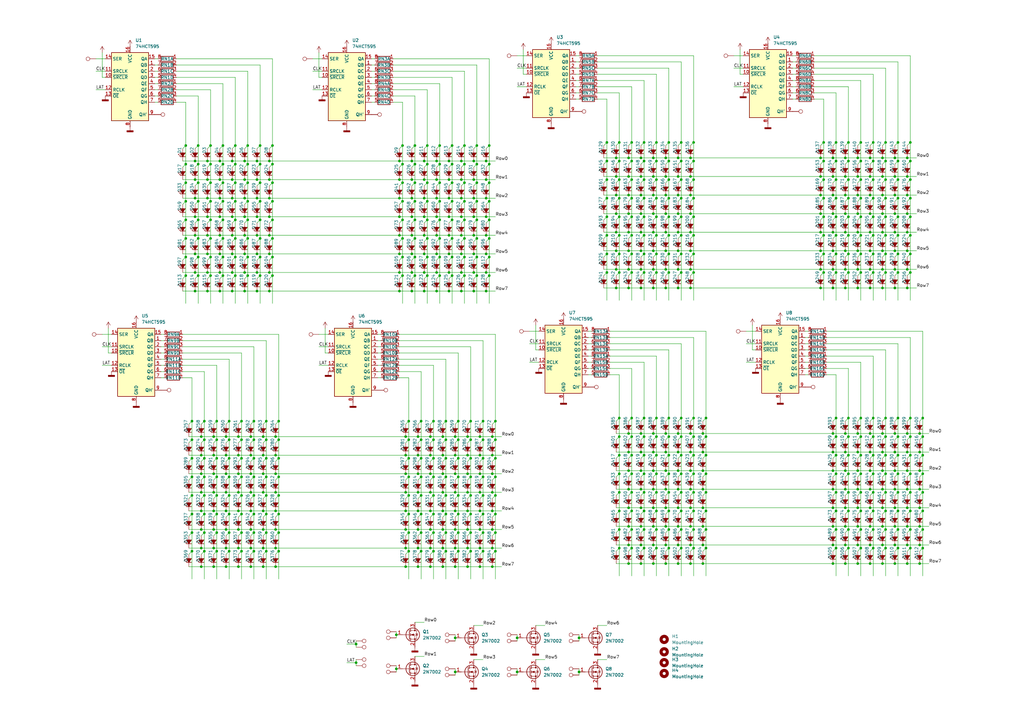
<source format=kicad_sch>
(kicad_sch (version 20230121) (generator eeschema)
  (paper "A3")
  (junction (at 87.63 232.41))
  (junction (at 184.15 88.9))
  (junction (at 262.89 200.66))
  (junction (at 107.95 224.79))
  (junction (at 257.81 80.01))
  (junction (at 106.68 105.41))
  (junction (at 212.09 275.59))
  (junction (at 106.68 90.17))
  (junction (at 353.06 73.66))
  (junction (at 283.21 223.52))
  (junction (at 267.97 95.25))
  (junction (at 347.98 201.93))
  (junction (at 353.06 66.04))
  (junction (at 341.63 80.01))
  (junction (at 254 179.07))
  (junction (at 113.03 217.17))
  (junction (at 289.56 224.79))
  (junction (at 363.22 58.42))
  (junction (at 201.93 179.07))
  (junction (at 353.06 217.17))
  (junction (at 184.15 66.04))
  (junction (at 279.4 73.66))
  (junction (at 182.88 180.34))
  (junction (at 346.71 193.04))
  (junction (at 114.3 226.06))
  (junction (at 180.34 113.03))
  (junction (at 194.31 104.14))
  (junction (at 176.53 224.79))
  (junction (at 274.32 66.04))
  (junction (at 195.58 67.31))
  (junction (at 101.6 59.69))
  (junction (at 105.41 111.76))
  (junction (at 368.3 224.79))
  (junction (at 87.63 194.31))
  (junction (at 346.71 177.8))
  (junction (at 273.05 80.01))
  (junction (at 78.74 218.44))
  (junction (at 274.32 224.79))
  (junction (at 273.05 87.63))
  (junction (at 377.19 231.14))
  (junction (at 337.82 73.66))
  (junction (at 252.73 87.63))
  (junction (at 196.85 179.07))
  (junction (at 257.81 223.52))
  (junction (at 185.42 105.41))
  (junction (at 372.11 102.87))
  (junction (at 367.03 185.42))
  (junction (at 166.37 224.79))
  (junction (at 175.26 82.55))
  (junction (at 80.01 119.38))
  (junction (at 193.04 226.06))
  (junction (at 377.19 200.66))
  (junction (at 279.4 58.42))
  (junction (at 200.66 74.93))
  (junction (at 254 186.69))
  (junction (at 342.9 194.31))
  (junction (at 259.08 81.28))
  (junction (at 170.18 67.31))
  (junction (at 358.14 104.14))
  (junction (at 264.16 224.79))
  (junction (at 181.61 194.31))
  (junction (at 172.72 203.2))
  (junction (at 353.06 209.55))
  (junction (at 173.99 73.66))
  (junction (at 88.9 187.96))
  (junction (at 274.32 217.17))
  (junction (at 341.63 185.42))
  (junction (at 342.9 186.69))
  (junction (at 262.89 118.11))
  (junction (at 82.55 194.31))
  (junction (at 356.87 80.01))
  (junction (at 361.95 72.39))
  (junction (at 189.23 81.28))
  (junction (at 284.48 111.76))
  (junction (at 186.69 275.59))
  (junction (at 171.45 209.55))
  (junction (at 184.15 119.38))
  (junction (at 83.82 187.96))
  (junction (at 288.29 200.66))
  (junction (at 347.98 73.66))
  (junction (at 257.81 64.77))
  (junction (at 194.31 111.76))
  (junction (at 203.2 218.44))
  (junction (at 358.14 88.9))
  (junction (at 173.99 104.14))
  (junction (at 262.89 95.25))
  (junction (at 104.14 172.72))
  (junction (at 173.99 111.76))
  (junction (at 81.28 113.03))
  (junction (at 85.09 88.9))
  (junction (at 92.71 232.41))
  (junction (at 107.95 201.93))
  (junction (at 86.36 59.69))
  (junction (at 367.03 64.77))
  (junction (at 377.19 193.04))
  (junction (at 358.14 73.66))
  (junction (at 185.42 113.03))
  (junction (at 289.56 209.55))
  (junction (at 193.04 172.72))
  (junction (at 167.64 195.58))
  (junction (at 264.16 81.28))
  (junction (at 181.61 209.55))
  (junction (at 254 201.93))
  (junction (at 114.3 187.96))
  (junction (at 341.63 102.87))
  (junction (at 267.97 110.49))
  (junction (at 165.1 105.41))
  (junction (at 97.79 217.17))
  (junction (at 185.42 82.55))
  (junction (at 283.21 80.01))
  (junction (at 198.12 226.06))
  (junction (at 177.8 210.82))
  (junction (at 106.68 113.03))
  (junction (at 87.63 217.17))
  (junction (at 358.14 186.69))
  (junction (at 342.9 209.55))
  (junction (at 269.24 194.31))
  (junction (at 264.16 209.55))
  (junction (at 80.01 104.14))
  (junction (at 262.89 193.04))
  (junction (at 86.36 97.79))
  (junction (at 254 73.66))
  (junction (at 175.26 97.79))
  (junction (at 262.89 80.01))
  (junction (at 273.05 72.39))
  (junction (at 284.48 179.07))
  (junction (at 351.79 87.63))
  (junction (at 179.07 96.52))
  (junction (at 337.82 104.14))
  (junction (at 176.53 217.17))
  (junction (at 171.45 179.07))
  (junction (at 184.15 111.76))
  (junction (at 80.01 73.66))
  (junction (at 173.99 66.04))
  (junction (at 191.77 194.31))
  (junction (at 163.83 66.04))
  (junction (at 284.48 88.9))
  (junction (at 180.34 105.41))
  (junction (at 259.08 104.14))
  (junction (at 190.5 97.79))
  (junction (at 95.25 119.38))
  (junction (at 163.83 96.52))
  (junction (at 100.33 104.14))
  (junction (at 176.53 201.93))
  (junction (at 107.95 186.69))
  (junction (at 257.81 118.11))
  (junction (at 262.89 87.63))
  (junction (at 86.36 90.17))
  (junction (at 212.09 261.62))
  (junction (at 367.03 208.28))
  (junction (at 273.05 200.66))
  (junction (at 346.71 118.11))
  (junction (at 278.13 80.01))
  (junction (at 368.3 58.42))
  (junction (at 88.9 180.34))
  (junction (at 80.01 96.52))
  (junction (at 102.87 224.79))
  (junction (at 356.87 177.8))
  (junction (at 361.95 80.01))
  (junction (at 87.63 201.93))
  (junction (at 107.95 179.07))
  (junction (at 182.88 187.96))
  (junction (at 269.24 81.28))
  (junction (at 274.32 179.07))
  (junction (at 347.98 111.76))
  (junction (at 82.55 209.55))
  (junction (at 361.95 64.77))
  (junction (at 284.48 209.55))
  (junction (at 184.15 73.66))
  (junction (at 195.58 74.93))
  (junction (at 179.07 81.28))
  (junction (at 283.21 231.14))
  (junction (at 274.32 81.28))
  (junction (at 97.79 224.79))
  (junction (at 82.55 179.07))
  (junction (at 99.06 187.96))
  (junction (at 273.05 118.11))
  (junction (at 100.33 88.9))
  (junction (at 91.44 59.69))
  (junction (at 252.73 72.39))
  (junction (at 81.28 82.55))
  (junction (at 269.24 224.79))
  (junction (at 257.81 177.8))
  (junction (at 201.93 217.17))
  (junction (at 111.76 90.17))
  (junction (at 262.89 215.9))
  (junction (at 259.08 58.42))
  (junction (at 203.2 172.72))
  (junction (at 78.74 210.82))
  (junction (at 252.73 64.77))
  (junction (at 195.58 97.79))
  (junction (at 91.44 97.79))
  (junction (at 373.38 186.69))
  (junction (at 378.46 209.55))
  (junction (at 279.4 209.55))
  (junction (at 176.53 194.31))
  (junction (at 189.23 66.04))
  (junction (at 356.87 208.28))
  (junction (at 356.87 231.14))
  (junction (at 111.76 113.03))
  (junction (at 185.42 59.69))
  (junction (at 269.24 201.93))
  (junction (at 284.48 217.17))
  (junction (at 358.14 66.04))
  (junction (at 278.13 64.77))
  (junction (at 347.98 186.69))
  (junction (at 368.3 96.52))
  (junction (at 283.21 87.63))
  (junction (at 361.95 223.52))
  (junction (at 367.03 177.8))
  (junction (at 90.17 111.76))
  (junction (at 106.68 67.31))
  (junction (at 367.03 110.49))
  (junction (at 259.08 179.07))
  (junction (at 368.3 88.9))
  (junction (at 179.07 119.38))
  (junction (at 113.03 224.79))
  (junction (at 356.87 223.52))
  (junction (at 165.1 82.55))
  (junction (at 189.23 111.76))
  (junction (at 166.37 217.17))
  (junction (at 368.3 209.55))
  (junction (at 361.95 110.49))
  (junction (at 248.92 111.76))
  (junction (at 259.08 194.31))
  (junction (at 346.71 185.42))
  (junction (at 257.81 87.63))
  (junction (at 171.45 217.17))
  (junction (at 373.38 217.17))
  (junction (at 101.6 67.31))
  (junction (at 367.03 215.9))
  (junction (at 190.5 105.41))
  (junction (at 91.44 105.41))
  (junction (at 264.16 194.31))
  (junction (at 361.95 102.87))
  (junction (at 269.24 58.42))
  (junction (at 351.79 200.66))
  (junction (at 278.13 231.14))
  (junction (at 279.4 194.31))
  (junction (at 358.14 194.31))
  (junction (at 279.4 201.93))
  (junction (at 81.28 74.93))
  (junction (at 200.66 82.55))
  (junction (at 92.71 224.79))
  (junction (at 170.18 90.17))
  (junction (at 252.73 95.25))
  (junction (at 110.49 111.76))
  (junction (at 86.36 74.93))
  (junction (at 273.05 102.87))
  (junction (at 257.81 185.42))
  (junction (at 195.58 82.55))
  (junction (at 347.98 179.07))
  (junction (at 356.87 102.87))
  (junction (at 274.32 194.31))
  (junction (at 93.98 226.06))
  (junction (at 356.87 118.11))
  (junction (at 267.97 193.04))
  (junction (at 92.71 186.69))
  (junction (at 102.87 194.31))
  (junction (at 90.17 88.9))
  (junction (at 102.87 179.07))
  (junction (at 363.22 111.76))
  (junction (at 198.12 187.96))
  (junction (at 252.73 118.11))
  (junction (at 172.72 172.72))
  (junction (at 288.29 177.8))
  (junction (at 337.82 96.52))
  (junction (at 262.89 208.28))
  (junction (at 110.49 104.14))
  (junction (at 378.46 171.45))
  (junction (at 257.81 200.66))
  (junction (at 289.56 201.93))
  (junction (at 254 217.17))
  (junction (at 347.98 217.17))
  (junction (at 351.79 223.52))
  (junction (at 146.05 271.78))
  (junction (at 82.55 217.17))
  (junction (at 377.19 208.28))
  (junction (at 167.64 180.34))
  (junction (at 373.38 179.07))
  (junction (at 105.41 104.14))
  (junction (at 107.95 232.41))
  (junction (at 363.22 186.69))
  (junction (at 167.64 203.2))
  (junction (at 351.79 118.11))
  (junction (at 373.38 104.14))
  (junction (at 372.11 95.25))
  (junction (at 194.31 66.04))
  (junction (at 104.14 226.06))
  (junction (at 353.06 104.14))
  (junction (at 283.21 200.66))
  (junction (at 193.04 218.44))
  (junction (at 267.97 215.9))
  (junction (at 110.49 66.04))
  (junction (at 78.74 195.58))
  (junction (at 279.4 104.14))
  (junction (at 180.34 67.31))
  (junction (at 273.05 177.8))
  (junction (at 351.79 72.39))
  (junction (at 167.64 172.72))
  (junction (at 172.72 195.58))
  (junction (at 87.63 179.07))
  (junction (at 347.98 209.55))
  (junction (at 267.97 208.28))
  (junction (at 195.58 105.41))
  (junction (at 262.89 110.49))
  (junction (at 100.33 73.66))
  (junction (at 76.2 67.31))
  (junction (at 173.99 119.38))
  (junction (at 373.38 224.79))
  (junction (at 351.79 193.04))
  (junction (at 175.26 67.31))
  (junction (at 341.63 200.66))
  (junction (at 95.25 104.14))
  (junction (at 101.6 82.55))
  (junction (at 171.45 186.69))
  (junction (at 342.9 201.93))
  (junction (at 373.38 66.04))
  (junction (at 248.92 66.04))
  (junction (at 186.69 209.55))
  (junction (at 361.95 215.9))
  (junction (at 175.26 74.93))
  (junction (at 114.3 210.82))
  (junction (at 252.73 80.01))
  (junction (at 259.08 201.93))
  (junction (at 107.95 217.17))
  (junction (at 86.36 105.41))
  (junction (at 90.17 73.66))
  (junction (at 257.81 95.25))
  (junction (at 171.45 224.79))
  (junction (at 358.14 224.79))
  (junction (at 82.55 201.93))
  (junction (at 76.2 82.55))
  (junction (at 163.83 111.76))
  (junction (at 193.04 203.2))
  (junction (at 175.26 113.03))
  (junction (at 177.8 180.34))
  (junction (at 346.71 200.66))
  (junction (at 278.13 102.87))
  (junction (at 193.04 180.34))
  (junction (at 361.95 177.8))
  (junction (at 110.49 81.28))
  (junction (at 170.18 82.55))
  (junction (at 269.24 73.66))
  (junction (at 254 58.42))
  (junction (at 361.95 231.14))
  (junction (at 185.42 97.79))
  (junction (at 269.24 88.9))
  (junction (at 341.63 72.39))
  (junction (at 91.44 113.03))
  (junction (at 341.63 208.28))
  (junction (at 353.06 111.76))
  (junction (at 269.24 171.45))
  (junction (at 351.79 177.8))
  (junction (at 76.2 97.79))
  (junction (at 113.03 194.31))
  (junction (at 267.97 87.63))
  (junction (at 187.96 180.34))
  (junction (at 196.85 194.31))
  (junction (at 187.96 210.82))
  (junction (at 368.3 81.28))
  (junction (at 274.32 186.69))
  (junction (at 288.29 223.52))
  (junction (at 172.72 218.44))
  (junction (at 367.03 231.14))
  (junction (at 283.21 102.87))
  (junction (at 203.2 226.06))
  (junction (at 76.2 59.69))
  (junction (at 104.14 210.82))
  (junction (at 198.12 180.34))
  (junction (at 368.3 194.31))
  (junction (at 181.61 232.41))
  (junction (at 363.22 201.93))
  (junction (at 198.12 203.2))
  (junction (at 262.89 64.77))
  (junction (at 172.72 187.96))
  (junction (at 278.13 87.63))
  (junction (at 257.81 102.87))
  (junction (at 83.82 172.72))
  (junction (at 95.25 81.28))
  (junction (at 85.09 73.66))
  (junction (at 165.1 59.69))
  (junction (at 278.13 110.49))
  (junction (at 82.55 224.79))
  (junction (at 181.61 186.69))
  (junction (at 358.14 217.17))
  (junction (at 191.77 232.41))
  (junction (at 353.06 58.42))
  (junction (at 201.93 224.79))
  (junction (at 283.21 118.11))
  (junction (at 363.22 209.55))
  (junction (at 353.06 88.9))
  (junction (at 176.53 232.41))
  (junction (at 378.46 179.07))
  (junction (at 99.06 172.72))
  (junction (at 179.07 104.14))
  (junction (at 363.22 96.52))
  (junction (at 110.49 96.52))
  (junction (at 346.71 64.77))
  (junction (at 356.87 95.25))
  (junction (at 358.14 171.45))
  (junction (at 93.98 187.96))
  (junction (at 342.9 66.04))
  (junction (at 199.39 119.38))
  (junction (at 175.26 90.17))
  (junction (at 353.06 96.52))
  (junction (at 191.77 179.07))
  (junction (at 257.81 110.49))
  (junction (at 177.8 172.72))
  (junction (at 351.79 64.77))
  (junction (at 93.98 195.58))
  (junction (at 109.22 187.96))
  (junction (at 198.12 210.82))
  (junction (at 262.89 102.87))
  (junction (at 351.79 102.87))
  (junction (at 93.98 218.44))
  (junction (at 377.19 223.52))
  (junction (at 259.08 88.9))
  (junction (at 114.3 172.72))
  (junction (at 259.08 66.04))
  (junction (at 185.42 90.17))
  (junction (at 274.32 171.45))
  (junction (at 273.05 231.14))
  (junction (at 372.11 208.28))
  (junction (at 109.22 226.06))
  (junction (at 166.37 209.55))
  (junction (at 373.38 81.28))
  (junction (at 341.63 118.11))
  (junction (at 342.9 224.79))
  (junction (at 269.24 104.14))
  (junction (at 279.4 88.9))
  (junction (at 259.08 171.45))
  (junction (at 341.63 87.63))
  (junction (at 179.07 73.66))
  (junction (at 80.01 111.76))
  (junction (at 106.68 82.55))
  (junction (at 368.3 66.04))
  (junction (at 114.3 180.34))
  (junction (at 336.55 110.49))
  (junction (at 363.22 171.45))
  (junction (at 100.33 96.52))
  (junction (at 113.03 232.41))
  (junction (at 342.9 88.9))
  (junction (at 358.14 58.42))
  (junction (at 186.69 261.62))
  (junction (at 146.05 264.16))
  (junction (at 181.61 201.93))
  (junction (at 278.13 118.11))
  (junction (at 114.3 195.58))
  (junction (at 257.81 72.39))
  (junction (at 168.91 96.52))
  (junction (at 283.21 64.77))
  (junction (at 283.21 95.25))
  (junction (at 367.03 102.87))
  (junction (at 368.3 186.69))
  (junction (at 347.98 224.79))
  (junction (at 372.11 231.14))
  (junction (at 193.04 195.58))
  (junction (at 95.25 96.52))
  (junction (at 189.23 73.66))
  (junction (at 97.79 194.31))
  (junction (at 186.69 217.17))
  (junction (at 363.22 73.66))
  (junction (at 356.87 193.04))
  (junction (at 356.87 200.66))
  (junction (at 372.11 215.9))
  (junction (at 99.06 226.06))
  (junction (at 367.03 223.52))
  (junction (at 346.71 80.01))
  (junction (at 254 171.45))
  (junction (at 113.03 186.69))
  (junction (at 109.22 218.44))
  (junction (at 96.52 90.17))
  (junction (at 373.38 171.45))
  (junction (at 346.71 231.14))
  (junction (at 283.21 193.04))
  (junction (at 264.16 179.07))
  (junction (at 81.28 97.79))
  (junction (at 342.9 111.76))
  (junction (at 367.03 95.25))
  (junction (at 95.25 66.04))
  (junction (at 347.98 58.42))
  (junction (at 172.72 210.82))
  (junction (at 167.64 218.44))
  (junction (at 347.98 96.52))
  (junction (at 172.72 226.06))
  (junction (at 356.87 87.63))
  (junction (at 196.85 209.55))
  (junction (at 88.9 226.06))
  (junction (at 269.24 96.52))
  (junction (at 99.06 203.2))
  (junction (at 196.85 232.41))
  (junction (at 195.58 113.03))
  (junction (at 342.9 58.42))
  (junction (at 88.9 210.82))
  (junction (at 182.88 195.58))
  (junction (at 96.52 105.41))
  (junction (at 363.22 224.79))
  (junction (at 257.81 215.9))
  (junction (at 372.11 200.66))
  (junction (at 76.2 105.41))
  (junction (at 177.8 187.96))
  (junction (at 101.6 74.93))
  (junction (at 179.07 66.04))
  (junction (at 191.77 224.79))
  (junction (at 288.29 185.42))
  (junction (at 262.89 177.8))
  (junction (at 264.16 66.04))
  (junction (at 363.22 81.28))
  (junction (at 367.03 200.66))
  (junction (at 182.88 218.44))
  (junction (at 104.14 203.2))
  (junction (at 237.49 261.62))
  (junction (at 182.88 203.2))
  (junction (at 201.93 209.55))
  (junction (at 196.85 201.93))
  (junction (at 342.9 179.07))
  (junction (at 284.48 194.31))
  (junction (at 102.87 232.41))
  (junction (at 203.2 210.82))
  (junction (at 248.92 58.42))
  (junction (at 288.29 215.9))
  (junction (at 176.53 179.07))
  (junction (at 97.79 201.93))
  (junction (at 97.79 232.41))
  (junction (at 106.68 59.69))
  (junction (at 99.06 180.34))
  (junction (at 367.03 80.01))
  (junction (at 78.74 203.2))
  (junction (at 167.64 210.82))
  (junction (at 91.44 74.93))
  (junction (at 198.12 172.72))
  (junction (at 361.95 87.63))
  (junction (at 284.48 81.28))
  (junction (at 288.29 231.14))
  (junction (at 96.52 59.69))
  (junction (at 105.41 73.66))
  (junction (at 191.77 186.69))
  (junction (at 166.37 186.69))
  (junction (at 175.26 59.69))
  (junction (at 102.87 201.93))
  (junction (at 262.89 185.42))
  (junction (at 278.13 200.66))
  (junction (at 279.4 217.17))
  (junction (at 341.63 95.25))
  (junction (at 342.9 73.66))
  (junction (at 356.87 185.42))
  (junction (at 162.56 274.32))
  (junction (at 181.61 179.07))
  (junction (at 269.24 111.76))
  (junction (at 105.41 66.04))
  (junction (at 170.18 59.69))
  (junction (at 283.21 110.49))
  (junction (at 78.74 172.72))
  (junction (at 162.56 260.35))
  (junction (at 336.55 95.25))
  (junction (at 279.4 111.76))
  (junction (at 264.16 73.66))
  (junction (at 341.63 110.49))
  (junction (at 110.49 88.9))
  (junction (at 269.24 186.69))
  (junction (at 264.16 58.42))
  (junction (at 367.03 118.11))
  (junction (at 93.98 210.82))
  (junction (at 341.63 231.14))
  (junction (at 336.55 64.77))
  (junction (at 90.17 81.28))
  (junction (at 93.98 172.72))
  (junction (at 254 81.28))
  (junction (at 90.17 96.52))
  (junction (at 191.77 217.17))
  (junction (at 85.09 81.28))
  (junction (at 187.96 172.72))
  (junction (at 111.76 105.41))
  (junction (at 107.95 209.55))
  (junction (at 182.88 172.72))
  (junction (at 341.63 64.77))
  (junction (at 248.92 88.9))
  (junction (at 182.88 226.06))
  (junction (at 257.81 193.04))
  (junction (at 254 104.14))
  (junction (at 279.4 66.04))
  (junction (at 351.79 208.28))
  (junction (at 248.92 81.28))
  (junction (at 87.63 209.55))
  (junction (at 100.33 81.28))
  (junction (at 179.07 88.9))
  (junction (at 170.18 113.03))
  (junction (at 373.38 194.31))
  (junction (at 279.4 224.79))
  (junction (at 346.71 223.52))
  (junction (at 196.85 186.69))
  (junction (at 336.55 87.63))
  (junction (at 252.73 110.49))
  (junction (at 284.48 171.45))
  (junction (at 372.11 185.42))
  (junction (at 168.91 81.28))
  (junction (at 273.05 185.42))
  (junction (at 353.06 81.28))
  (junction (at 273.05 208.28))
  (junction (at 262.89 231.14))
  (junction (at 373.38 88.9))
  (junction (at 264.16 88.9))
  (junction (at 199.39 73.66))
  (junction (at 171.45 201.93))
  (junction (at 274.32 104.14))
  (junction (at 267.97 102.87))
  (junction (at 363.22 88.9))
  (junction (at 166.37 179.07))
  (junction (at 99.06 195.58))
  (junction (at 353.06 201.93))
  (junction (at 279.4 96.52))
  (junction (at 267.97 118.11))
  (junction (at 368.3 179.07))
  (junction (at 198.12 218.44))
  (junction (at 368.3 111.76))
  (junction (at 168.91 66.04))
  (junction (at 189.23 88.9))
  (junction (at 264.16 186.69))
  (junction (at 100.33 66.04))
  (junction (at 90.17 119.38))
  (junction (at 254 88.9))
  (junction (at 254 111.76))
  (junction (at 85.09 111.76))
  (junction (at 190.5 67.31))
  (junction (at 273.05 64.77))
  (junction (at 273.05 193.04))
  (junction (at 78.74 180.34))
  (junction (at 199.39 96.52))
  (junction (at 351.79 215.9))
  (junction (at 194.31 96.52))
  (junction (at 279.4 186.69))
  (junction (at 274.32 111.76))
  (junction (at 200.66 113.03))
  (junction (at 173.99 88.9))
  (junction (at 86.36 82.55))
  (junction (at 373.38 73.66))
  (junction (at 368.3 104.14))
  (junction (at 102.87 217.17))
  (junction (at 361.95 200.66))
  (junction (at 377.19 215.9))
  (junction (at 368.3 217.17))
  (junction (at 101.6 90.17))
  (junction (at 353.06 186.69))
  (junction (at 97.79 186.69))
  (junction (at 284.48 104.14))
  (junction (at 99.06 218.44))
  (junction (at 105.41 81.28))
  (junction (at 194.31 81.28))
  (junction (at 91.44 67.31))
  (junction (at 189.23 104.14))
  (junction (at 336.55 72.39))
  (junction (at 363.22 179.07))
  (junction (at 342.9 171.45))
  (junction (at 378.46 201.93))
  (junction (at 190.5 59.69))
  (junction (at 372.11 118.11))
  (junction (at 259.08 217.17))
  (junction (at 201.93 194.31))
  (junction (at 80.01 81.28))
  (junction (at 191.77 209.55))
  (junction (at 88.9 218.44))
  (junction (at 278.13 223.52))
  (junction (at 190.5 113.03))
  (junction (at 267.97 72.39))
  (junction (at 289.56 179.07))
  (junction (at 200.66 105.41))
  (junction (at 283.21 177.8))
  (junction (at 176.53 186.69))
  (junction (at 76.2 74.93))
  (junction (at 109.22 180.34))
  (junction (at 363.22 194.31))
  (junction (at 85.09 66.04))
  (junction (at 367.03 193.04))
  (junction (at 111.76 59.69))
  (junction (at 368.3 201.93))
  (junction (at 278.13 215.9))
  (junction (at 184.15 96.52))
  (junction (at 259.08 209.55))
  (junction (at 254 224.79))
  (junction (at 191.77 201.93))
  (junction (at 104.14 218.44))
  (junction (at 179.07 111.76))
  (junction (at 96.52 82.55))
  (junction (at 193.04 187.96))
  (junction (at 91.44 90.17))
  (junction (at 88.9 195.58))
  (junction (at 186.69 201.93))
  (junction (at 170.18 105.41))
  (junction (at 186.69 224.79))
  (junction (at 186.69 179.07))
  (junction (at 203.2 187.96))
  (junction (at 259.08 73.66))
  (junction (at 87.63 224.79))
  (junction (at 111.76 82.55))
  (junction (at 171.45 194.31))
  (junction (at 273.05 95.25))
  (junction (at 96.52 67.31))
  (junction (at 373.38 58.42))
  (junction (at 101.6 97.79))
  (junction (at 353.06 179.07))
  (junction (at 347.98 104.14))
  (junction (at 358.14 179.07))
  (junction (at 165.1 90.17))
  (junction (at 259.08 96.52))
  (junction (at 274.32 209.55))
  (junction (at 283.21 208.28))
  (junction (at 168.91 88.9))
  (junction (at 284.48 73.66))
  (junction (at 283.21 72.39))
  (junction (at 102.87 186.69))
  (junction (at 92.71 209.55))
  (junction (at 283.21 215.9))
  (junction (at 284.48 201.93))
  (junction (at 199.39 104.14))
  (junction (at 278.13 95.25))
  (junction (at 88.9 172.72))
  (junction (at 284.48 224.79))
  (junction (at 274.32 96.52))
  (junction (at 170.18 74.93))
  (junction (at 109.22 203.2))
  (junction (at 358.14 111.76))
  (junction (at 83.82 210.82))
  (junction (at 347.98 194.31))
  (junction (at 76.2 90.17))
  (junction (at 267.97 185.42))
  (junction (at 336.55 118.11))
  (junction (at 278.13 177.8))
  (junction (at 102.87 209.55))
  (junction (at 181.61 224.79))
  (junction (at 248.92 73.66))
  (junction (at 81.28 59.69))
  (junction (at 361.95 193.04))
  (junction (at 378.46 224.79))
  (junction (at 190.5 90.17))
  (junction (at 203.2 180.34))
  (junction (at 82.55 186.69))
  (junction (at 195.58 59.69))
  (junction (at 177.8 195.58))
  (junction (at 372.11 193.04))
  (junction (at 170.18 97.79))
  (junction (at 372.11 87.63))
  (junction (at 346.71 215.9))
  (junction (at 267.97 223.52))
  (junction (at 99.06 210.82))
  (junction (at 113.03 209.55))
  (junction (at 85.09 104.14))
  (junction (at 190.5 82.55))
  (junction (at 378.46 194.31))
  (junction (at 199.39 88.9))
  (junction (at 82.55 232.41))
  (junction (at 267.97 64.77))
  (junction (at 342.9 104.14))
  (junction (at 356.87 72.39))
  (junction (at 165.1 67.31))
  (junction (at 195.58 90.17))
  (junction (at 278.13 193.04))
  (junction (at 373.38 209.55))
  (junction (at 104.14 187.96))
  (junction (at 185.42 67.31))
  (junction (at 347.98 81.28))
  (junction (at 92.71 217.17))
  (junction (at 264.16 201.93))
  (junction (at 269.24 209.55))
  (junction (at 254 194.31))
  (junction (at 184.15 104.14))
  (junction (at 347.98 88.9))
  (junction (at 194.31 73.66))
  (junction (at 167.64 226.06))
  (junction (at 377.19 185.42))
  (junction (at 288.29 193.04))
  (junction (at 76.2 113.03))
  (junction (at 180.34 82.55))
  (junction (at 166.37 194.31))
  (junction (at 97.79 179.07))
  (junction (at 187.96 203.2))
  (junction (at 361.95 185.42))
  (junction (at 109.22 172.72))
  (junction (at 252.73 102.87))
  (junction (at 274.32 88.9))
  (junction (at 279.4 179.07))
  (junction (at 166.37 201.93))
  (junction (at 180.34 59.69))
  (junction (at 92.71 194.31))
  (junction (at 96.52 113.03))
  (junction (at 175.26 105.41))
  (junction (at 368.3 73.66))
  (junction (at 264.16 217.17))
  (junction (at 81.28 105.41))
  (junction (at 190.5 74.93))
  (junction (at 181.61 217.17))
  (junction (at 278.13 185.42))
  (junction (at 78.74 226.06))
  (junction (at 90.17 66.04))
  (junction (at 347.98 66.04))
  (junction (at 93.98 180.34))
  (junction (at 199.39 81.28))
  (junction (at 187.96 187.96))
  (junction (at 186.69 186.69))
  (junction (at 284.48 186.69))
  (junction (at 95.25 88.9))
  (junction (at 166.37 232.41))
  (junction (at 114.3 203.2))
  (junction (at 168.91 104.14))
  (junction (at 248.92 104.14))
  (junction (at 93.98 203.2))
  (junction (at 180.34 97.79))
  (junction (at 373.38 96.52))
  (junction (at 353.06 224.79))
  (junction (at 259.08 224.79))
  (junction (at 372.11 64.77))
  (junction (at 200.66 90.17))
  (junction (at 168.91 119.38))
  (junction (at 203.2 195.58))
  (junction (at 200.66 67.31))
  (junction (at 110.49 73.66))
  (junction (at 167.64 187.96))
  (junction (at 351.79 95.25))
  (junction (at 262.89 72.39))
  (junction (at 373.38 201.93))
  (junction (at 257.81 231.14))
  (junction (at 201.93 186.69))
  (junction (at 105.41 96.52))
  (junction (at 267.97 177.8))
  (junction (at 279.4 171.45))
  (junction (at 351.79 231.14))
  (junction (at 85.09 119.38))
  (junction (at 269.24 66.04))
  (junction (at 353.06 194.31))
  (junction (at 189.23 96.52))
  (junction (at 274.32 58.42))
  (junction (at 101.6 105.41))
  (junction (at 356.87 64.77))
  (junction (at 163.83 119.38))
  (junction (at 367.03 87.63))
  (junction (at 106.68 74.93))
  (junction (at 176.53 209.55))
  (junction (at 361.95 118.11))
  (junction (at 254 96.52))
  (junction (at 289.56 171.45))
  (junction (at 341.63 193.04))
  (junction (at 373.38 111.76))
  (junction (at 363.22 217.17))
  (junction (at 289.56 194.31))
  (junction (at 237.49 275.59))
  (junction (at 284.48 58.42))
  (junction (at 96.52 74.93))
  (junction (at 171.45 232.41))
  (junction (at 262.89 223.52))
  (junction (at 274.32 73.66))
  (junction (at 259.08 111.76))
  (junction (at 109.22 210.82))
  (junction (at 337.82 81.28))
  (junction (at 110.49 119.38))
  (junction (at 358.14 81.28))
  (junction (at 200.66 97.79))
  (junction (at 81.28 67.31))
  (junction (at 346.71 208.28))
  (junction (at 83.82 226.06))
  (junction (at 273.05 223.52))
  (junction (at 177.8 218.44))
  (junction (at 361.95 95.25))
  (junction (at 372.11 110.49))
  (junction (at 259.08 186.69))
  (junction (at 165.1 97.79))
  (junction (at 200.66 59.69))
  (junction (at 267.97 231.14))
  (junction (at 83.82 180.34))
  (junction (at 86.36 67.31))
  (junction (at 264.16 104.14))
  (junction (at 111.76 67.31))
  (junction (at 288.29 208.28))
  (junction (at 274.32 201.93))
  (junction (at 336.55 102.87))
  (junction (at 113.03 201.93))
  (junction (at 351.79 110.49))
  (junction (at 367.03 72.39))
  (junction (at 361.95 208.28))
  (junction (at 264.16 111.76))
  (junction (at 279.4 81.28))
  (junction (at 199.39 111.76))
  (junction (at 187.96 218.44))
  (junction (at 95.25 111.76))
  (junction (at 378.46 217.17))
  (junction (at 372.11 177.8))
  (junction (at 177.8 226.06))
  (junction (at 111.76 97.79))
  (junction (at 378.46 186.69))
  (junction (at 289.56 186.69))
  (junction (at 196.85 224.79))
  (junction (at 337.82 88.9))
  (junction (at 88.9 203.2))
  (junction (at 97.79 209.55))
  (junction (at 173.99 81.28))
  (junction (at 194.31 119.38))
  (junction (at 203.2 203.2))
  (junction (at 106.68 97.79))
  (junction (at 273.05 215.9))
  (junction (at 163.83 88.9))
  (junction (at 80.01 88.9))
  (junction (at 83.82 218.44))
  (junction (at 109.22 195.58))
  (junction (at 358.14 201.93))
  (junction (at 269.24 179.07))
  (junction (at 91.44 82.55))
  (junction (at 165.1 113.03))
  (junction (at 165.1 74.93))
  (junction (at 337.82 58.42))
  (junction (at 337.82 111.76))
  (junction (at 163.83 81.28))
  (junction (at 187.96 195.58))
  (junction (at 104.14 195.58))
  (junction (at 201.93 232.41))
  (junction (at 347.98 171.45))
  (junction (at 254 66.04))
  (junction (at 180.34 74.93))
  (junction (at 351.79 185.42))
  (junction (at 267.97 200.66))
  (junction (at 96.52 97.79))
  (junction (at 284.48 66.04))
  (junction (at 111.76 74.93))
  (junction (at 356.87 110.49))
  (junction (at 85.09 96.52))
  (junction (at 273.05 110.49))
  (junction (at 346.71 87.63))
  (junction (at 196.85 217.17))
  (junction (at 336.55 80.01))
  (junction (at 177.8 203.2))
  (junction (at 363.22 66.04))
  (junction (at 199.39 66.04))
  (junction (at 346.71 110.49))
  (junction (at 100.33 111.76))
  (junction (at 163.83 73.66))
  (junction (at 168.91 111.76))
  (junction (at 92.71 201.93))
  (junction (at 248.92 96.52))
  (junction (at 189.23 119.38))
  (junction (at 105.41 88.9))
  (junction (at 372.11 72.39))
  (junction (at 358.14 209.55))
  (junction (at 284.48 96.52))
  (junction (at 346.71 72.39))
  (junction (at 358.14 96.52))
  (junction (at 81.28 90.17))
  (junction (at 114.3 218.44))
  (junction (at 184.15 81.28))
  (junction (at 83.82 195.58))
  (junction (at 80.01 66.04))
  (junction (at 172.72 180.34))
  (junction (at 163.83 104.14))
  (junction (at 267.97 80.01))
  (junction (at 257.81 208.28))
  (junction (at 283.21 185.42))
  (junction (at 337.82 66.04))
  (junction (at 264.16 171.45))
  (junction (at 377.19 177.8))
  (junction (at 278.13 208.28))
  (junction (at 194.31 88.9))
  (junction (at 95.25 73.66))
  (junction (at 342.9 217.17))
  (junction (at 83.82 203.2))
  (junction (at 372.11 80.01))
  (junction (at 186.69 194.31))
  (junction (at 92.71 179.07))
  (junction (at 185.42 74.93))
  (junction (at 113.03 179.07))
  (junction (at 180.34 90.17))
  (junction (at 363.22 104.14))
  (junction (at 254 209.55))
  (junction (at 107.95 194.31))
  (junction (at 193.04 210.82))
  (junction (at 173.99 96.52))
  (junction (at 341.63 177.8))
  (junction (at 87.63 186.69))
  (junction (at 100.33 119.38))
  (junction (at 186.69 232.41))
  (junction (at 353.06 171.45))
  (junction (at 168.91 73.66))
  (junction (at 342.9 96.52))
  (junction (at 201.93 201.93))
  (junction (at 341.63 223.52))
  (junction (at 372.11 223.52))
  (junction (at 269.24 217.17))
  (junction (at 90.17 104.14))
  (junction (at 264.16 96.52))
  (junction (at 187.96 226.06))
  (junction (at 342.9 81.28))
  (junction (at 86.36 113.03))
  (junction (at 182.88 210.82))
  (junction (at 289.56 217.17))
  (junction (at 368.3 171.45))
  (junction (at 198.12 195.58))
  (junction (at 105.41 119.38))
  (junction (at 351.79 80.01))
  (junction (at 78.74 187.96))
  (junction (at 278.13 72.39))
  (junction (at 341.63 215.9))
  (junction (at 346.71 102.87))
  (junction (at 101.6 113.03))
  (junction (at 104.14 180.34))
  (junction (at 356.87 215.9))
  (junction (at 346.71 95.25))
  (wire (pts (xy 171.45 232.41) (xy 176.53 232.41)))
  (wire (pts (xy 337.82 40.64) (xy 337.82 58.42)))
  (wire (pts (xy 186.69 194.31) (xy 191.77 194.31)))
  (wire (pts (xy 361.95 113.03) (xy 363.22 111.76)))
  (wire (pts (xy 186.69 201.93) (xy 191.77 201.93)))
  (wire (pts (xy 173.99 104.14) (xy 179.07 104.14)))
  (wire (pts (xy 91.44 74.93) (xy 91.44 82.55)))
  (wire (pts (xy 269.24 111.76) (xy 269.24 123.19)))
  (wire (pts (xy 101.6 113.03) (xy 101.6 124.46)))
  (wire (pts (xy 66.04 152.4) (xy 67.31 152.4)))
  (wire (pts (xy 269.24 201.93) (xy 269.24 209.55)))
  (wire (pts (xy 377.19 185.42) (xy 381 185.42)))
  (wire (pts (xy 264.16 104.14) (xy 264.16 111.76)))
  (wire (pts (xy 74.93 154.94) (xy 78.74 154.94)))
  (wire (pts (xy 367.03 102.87) (xy 372.11 102.87)))
  (wire (pts (xy 367.03 80.01) (xy 372.11 80.01)))
  (wire (pts (xy 93.98 210.82) (xy 93.98 218.44)))
  (wire (pts (xy 182.88 203.2) (xy 182.88 210.82)))
  (wire (pts (xy 325.12 33.02) (xy 326.39 33.02)))
  (wire (pts (xy 186.69 173.99) (xy 187.96 172.72)))
  (wire (pts (xy 161.29 24.13) (xy 200.66 24.13)))
  (wire (pts (xy 342.9 153.67) (xy 342.9 171.45)))
  (wire (pts (xy 356.87 95.25) (xy 361.95 95.25)))
  (wire (pts (xy 80.01 91.44) (xy 81.28 90.17)))
  (wire (pts (xy 101.6 82.55) (xy 101.6 90.17)))
  (wire (pts (xy 283.21 110.49) (xy 336.55 110.49)))
  (wire (pts (xy 95.25 76.2) (xy 96.52 74.93)))
  (wire (pts (xy 367.03 208.28) (xy 372.11 208.28)))
  (wire (pts (xy 283.21 74.93) (xy 284.48 73.66)))
  (wire (pts (xy 358.14 58.42) (xy 358.14 66.04)))
  (wire (pts (xy 163.83 104.14) (xy 168.91 104.14)))
  (wire (pts (xy 102.87 232.41) (xy 107.95 232.41)))
  (wire (pts (xy 128.27 29.21) (xy 132.08 29.21)))
  (wire (pts (xy 113.03 219.71) (xy 114.3 218.44)))
  (wire (pts (xy 284.48 194.31) (xy 284.48 201.93)))
  (wire (pts (xy 267.97 177.8) (xy 273.05 177.8)))
  (wire (pts (xy 74.93 149.86) (xy 88.9 149.86)))
  (wire (pts (xy 90.17 106.68) (xy 91.44 105.41)))
  (wire (pts (xy 177.8 195.58) (xy 177.8 203.2)))
  (wire (pts (xy 330.2 143.51) (xy 331.47 143.51)))
  (wire (pts (xy 176.53 217.17) (xy 181.61 217.17)))
  (wire (pts (xy 257.81 210.82) (xy 259.08 209.55)))
  (wire (pts (xy 186.69 260.35) (xy 186.69 261.62)))
  (wire (pts (xy 361.95 193.04) (xy 367.03 193.04)))
  (wire (pts (xy 97.79 173.99) (xy 99.06 172.72)))
  (wire (pts (xy 358.14 179.07) (xy 358.14 186.69)))
  (wire (pts (xy 241.3 140.97) (xy 242.57 140.97)))
  (wire (pts (xy 195.58 82.55) (xy 195.58 90.17)))
  (wire (pts (xy 102.87 179.07) (xy 107.95 179.07)))
  (wire (pts (xy 361.95 187.96) (xy 363.22 186.69)))
  (wire (pts (xy 85.09 68.58) (xy 86.36 67.31)))
  (wire (pts (xy 189.23 114.3) (xy 190.5 113.03)))
  (wire (pts (xy 267.97 215.9) (xy 273.05 215.9)))
  (wire (pts (xy 278.13 185.42) (xy 283.21 185.42)))
  (wire (pts (xy 186.69 275.59) (xy 186.69 276.86)))
  (wire (pts (xy 185.42 74.93) (xy 185.42 82.55)))
  (wire (pts (xy 262.89 97.79) (xy 264.16 96.52)))
  (wire (pts (xy 368.3 81.28) (xy 368.3 88.9)))
  (wire (pts (xy 200.66 24.13) (xy 200.66 59.69)))
  (wire (pts (xy 161.29 39.37) (xy 170.18 39.37)))
  (wire (pts (xy 278.13 67.31) (xy 279.4 66.04)))
  (wire (pts (xy 372.11 118.11) (xy 375.92 118.11)))
  (wire (pts (xy 259.08 96.52) (xy 259.08 104.14)))
  (wire (pts (xy 74.93 81.28) (xy 80.01 81.28)))
  (wire (pts (xy 101.6 97.79) (xy 101.6 105.41)))
  (wire (pts (xy 373.38 201.93) (xy 373.38 209.55)))
  (wire (pts (xy 367.03 110.49) (xy 372.11 110.49)))
  (wire (pts (xy 257.81 223.52) (xy 262.89 223.52)))
  (wire (pts (xy 44.45 144.78) (xy 45.72 144.78)))
  (wire (pts (xy 170.18 269.24) (xy 173.99 269.24)))
  (wire (pts (xy 248.92 81.28) (xy 248.92 88.9)))
  (wire (pts (xy 200.66 97.79) (xy 200.66 105.41)))
  (wire (pts (xy 363.22 224.79) (xy 363.22 236.22)))
  (wire (pts (xy 201.93 173.99) (xy 203.2 172.72)))
  (wire (pts (xy 41.91 31.75) (xy 43.18 31.75)))
  (wire (pts (xy 88.9 218.44) (xy 88.9 226.06)))
  (wire (pts (xy 372.11 177.8) (xy 377.19 177.8)))
  (wire (pts (xy 212.09 35.56) (xy 215.9 35.56)))
  (wire (pts (xy 83.82 218.44) (xy 83.82 226.06)))
  (wire (pts (xy 193.04 210.82) (xy 193.04 218.44)))
  (wire (pts (xy 167.64 187.96) (xy 167.64 195.58)))
  (wire (pts (xy 195.58 26.67) (xy 195.58 59.69)))
  (wire (pts (xy 300.99 27.94) (xy 304.8 27.94)))
  (wire (pts (xy 358.14 96.52) (xy 358.14 104.14)))
  (wire (pts (xy 198.12 226.06) (xy 198.12 237.49)))
  (wire (pts (xy 173.99 76.2) (xy 175.26 74.93)))
  (wire (pts (xy 175.26 36.83) (xy 175.26 59.69)))
  (wire (pts (xy 190.5 74.93) (xy 190.5 82.55)))
  (wire (pts (xy 252.73 226.06) (xy 254 224.79)))
  (wire (pts (xy 361.95 64.77) (xy 367.03 64.77)))
  (wire (pts (xy 199.39 96.52) (xy 203.2 96.52)))
  (wire (pts (xy 199.39 99.06) (xy 200.66 97.79)))
  (wire (pts (xy 259.08 111.76) (xy 259.08 123.19)))
  (wire (pts (xy 85.09 111.76) (xy 90.17 111.76)))
  (wire (pts (xy 189.23 96.52) (xy 194.31 96.52)))
  (wire (pts (xy 181.61 224.79) (xy 186.69 224.79)))
  (wire (pts (xy 267.97 195.58) (xy 269.24 194.31)))
  (wire (pts (xy 179.07 81.28) (xy 184.15 81.28)))
  (wire (pts (xy 342.9 111.76) (xy 342.9 123.19)))
  (wire (pts (xy 356.87 210.82) (xy 358.14 209.55)))
  (wire (pts (xy 83.82 203.2) (xy 83.82 210.82)))
  (wire (pts (xy 97.79 196.85) (xy 99.06 195.58)))
  (wire (pts (xy 189.23 83.82) (xy 190.5 82.55)))
  (wire (pts (xy 288.29 172.72) (xy 289.56 171.45)))
  (wire (pts (xy 217.17 140.97) (xy 220.98 140.97)))
  (wire (pts (xy 196.85 173.99) (xy 198.12 172.72)))
  (wire (pts (xy 93.98 203.2) (xy 93.98 210.82)))
  (wire (pts (xy 262.89 218.44) (xy 264.16 217.17)))
  (wire (pts (xy 186.69 209.55) (xy 191.77 209.55)))
  (wire (pts (xy 254 104.14) (xy 254 111.76)))
  (wire (pts (xy 279.4 201.93) (xy 279.4 209.55)))
  (wire (pts (xy 90.17 119.38) (xy 95.25 119.38)))
  (wire (pts (xy 337.82 73.66) (xy 337.82 81.28)))
  (wire (pts (xy 377.19 187.96) (xy 378.46 186.69)))
  (wire (pts (xy 358.14 66.04) (xy 358.14 73.66)))
  (wire (pts (xy 347.98 224.79) (xy 347.98 236.22)))
  (wire (pts (xy 82.55 219.71) (xy 83.82 218.44)))
  (wire (pts (xy 330.2 138.43) (xy 331.47 138.43)))
  (wire (pts (xy 372.11 185.42) (xy 377.19 185.42)))
  (wire (pts (xy 177.8 149.86) (xy 177.8 172.72)))
  (wire (pts (xy 177.8 210.82) (xy 177.8 218.44)))
  (wire (pts (xy 82.55 186.69) (xy 87.63 186.69)))
  (wire (pts (xy 252.73 223.52) (xy 257.81 223.52)))
  (wire (pts (xy 181.61 232.41) (xy 186.69 232.41)))
  (wire (pts (xy 262.89 80.01) (xy 267.97 80.01)))
  (wire (pts (xy 170.18 82.55) (xy 170.18 90.17)))
  (wire (pts (xy 82.55 194.31) (xy 87.63 194.31)))
  (wire (pts (xy 81.28 105.41) (xy 81.28 113.03)))
  (wire (pts (xy 264.16 217.17) (xy 264.16 224.79)))
  (wire (pts (xy 247.65 113.03) (xy 248.92 111.76)))
  (wire (pts (xy 97.79 232.41) (xy 102.87 232.41)))
  (wire (pts (xy 179.07 83.82) (xy 180.34 82.55)))
  (wire (pts (xy 252.73 90.17) (xy 254 88.9)))
  (wire (pts (xy 154.94 147.32) (xy 156.21 147.32)))
  (wire (pts (xy 76.2 74.93) (xy 76.2 82.55)))
  (wire (pts (xy 167.64 154.94) (xy 167.64 172.72)))
  (wire (pts (xy 198.12 180.34) (xy 198.12 187.96)))
  (wire (pts (xy 172.72 195.58) (xy 172.72 203.2)))
  (wire (pts (xy 259.08 66.04) (xy 259.08 73.66)))
  (wire (pts (xy 63.5 39.37) (xy 64.77 39.37)))
  (wire (pts (xy 269.24 217.17) (xy 269.24 224.79)))
  (wire (pts (xy 181.61 204.47) (xy 182.88 203.2)))
  (wire (pts (xy 358.14 104.14) (xy 358.14 111.76)))
  (wire (pts (xy 361.95 102.87) (xy 367.03 102.87)))
  (wire (pts (xy 250.19 148.59) (xy 264.16 148.59)))
  (wire (pts (xy 199.39 66.04) (xy 203.2 66.04)))
  (wire (pts (xy 334.01 27.94) (xy 363.22 27.94)))
  (wire (pts (xy 104.14 210.82) (xy 104.14 218.44)))
  (wire (pts (xy 154.94 152.4) (xy 156.21 152.4)))
  (wire (pts (xy 182.88 187.96) (xy 182.88 195.58)))
  (wire (pts (xy 373.38 22.86) (xy 373.38 58.42)))
  (wire (pts (xy 78.74 187.96) (xy 78.74 195.58)))
  (wire (pts (xy 330.2 135.89) (xy 331.47 135.89)))
  (wire (pts (xy 250.19 146.05) (xy 269.24 146.05)))
  (wire (pts (xy 166.37 181.61) (xy 167.64 180.34)))
  (wire (pts (xy 245.11 256.54) (xy 248.92 256.54)))
  (wire (pts (xy 106.68 74.93) (xy 106.68 82.55)))
  (wire (pts (xy 88.9 195.58) (xy 88.9 203.2)))
  (wire (pts (xy 170.18 59.69) (xy 170.18 67.31)))
  (wire (pts (xy 163.83 111.76) (xy 168.91 111.76)))
  (wire (pts (xy 346.71 102.87) (xy 351.79 102.87)))
  (wire (pts (xy 87.63 204.47) (xy 88.9 203.2)))
  (wire (pts (xy 87.63 194.31) (xy 92.71 194.31)))
  (wire (pts (xy 336.55 118.11) (xy 341.63 118.11)))
  (wire (pts (xy 97.79 189.23) (xy 99.06 187.96)))
  (wire (pts (xy 254 217.17) (xy 254 224.79)))
  (wire (pts (xy 142.24 264.16) (xy 146.05 264.16)))
  (wire (pts (xy 264.16 73.66) (xy 264.16 81.28)))
  (wire (pts (xy 356.87 226.06) (xy 358.14 224.79)))
  (wire (pts (xy 353.06 33.02) (xy 353.06 58.42)))
  (wire (pts (xy 257.81 218.44) (xy 259.08 217.17)))
  (wire (pts (xy 245.11 270.51) (xy 248.92 270.51)))
  (wire (pts (xy 279.4 209.55) (xy 279.4 217.17)))
  (wire (pts (xy 78.74 195.58) (xy 78.74 203.2)))
  (wire (pts (xy 74.93 66.04) (xy 80.01 66.04)))
  (wire (pts (xy 367.03 59.69) (xy 368.3 58.42)))
  (wire (pts (xy 133.35 144.78) (xy 134.62 144.78)))
  (wire (pts (xy 274.32 58.42) (xy 274.32 66.04)))
  (wire (pts (xy 74.93 139.7) (xy 109.22 139.7)))
  (wire (pts (xy 80.01 96.52) (xy 85.09 96.52)))
  (wire (pts (xy 177.8 203.2) (xy 177.8 210.82)))
  (wire (pts (xy 186.69 179.07) (xy 191.77 179.07)))
  (wire (pts (xy 346.71 187.96) (xy 347.98 186.69)))
  (wire (pts (xy 351.79 64.77) (xy 356.87 64.77)))
  (wire (pts (xy 152.4 26.67) (xy 153.67 26.67)))
  (wire (pts (xy 186.69 181.61) (xy 187.96 180.34)))
  (wire (pts (xy 81.28 67.31) (xy 81.28 74.93)))
  (wire (pts (xy 257.81 203.2) (xy 259.08 201.93)))
  (wire (pts (xy 373.38 81.28) (xy 373.38 88.9)))
  (wire (pts (xy 78.74 203.2) (xy 78.74 210.82)))
  (wire (pts (xy 168.91 68.58) (xy 170.18 67.31)))
  (wire (pts (xy 278.13 105.41) (xy 279.4 104.14)))
  (wire (pts (xy 77.47 173.99) (xy 78.74 172.72)))
  (wire (pts (xy 194.31 256.54) (xy 198.12 256.54)))
  (wire (pts (xy 262.89 64.77) (xy 267.97 64.77)))
  (wire (pts (xy 346.71 67.31) (xy 347.98 66.04)))
  (wire (pts (xy 212.09 261.62) (xy 212.09 262.89)))
  (wire (pts (xy 341.63 105.41) (xy 342.9 104.14)))
  (wire (pts (xy 279.4 58.42) (xy 279.4 66.04)))
  (wire (pts (xy 283.21 105.41) (xy 284.48 104.14)))
  (wire (pts (xy 130.81 137.16) (xy 134.62 137.16)))
  (wire (pts (xy 194.31 83.82) (xy 195.58 82.55)))
  (wire (pts (xy 351.79 218.44) (xy 353.06 217.17)))
  (wire (pts (xy 367.03 64.77) (xy 372.11 64.77)))
  (wire (pts (xy 66.04 142.24) (xy 67.31 142.24)))
  (wire (pts (xy 171.45 212.09) (xy 172.72 210.82)))
  (wire (pts (xy 368.3 111.76) (xy 368.3 123.19)))
  (wire (pts (xy 273.05 200.66) (xy 278.13 200.66)))
  (wire (pts (xy 378.46 209.55) (xy 378.46 217.17)))
  (wire (pts (xy 179.07 73.66) (xy 184.15 73.66)))
  (wire (pts (xy 273.05 218.44) (xy 274.32 217.17)))
  (wire (pts (xy 97.79 227.33) (xy 99.06 226.06)))
  (wire (pts (xy 219.71 256.54) (xy 223.52 256.54)))
  (wire (pts (xy 201.93 194.31) (xy 205.74 194.31)))
  (wire (pts (xy 172.72 218.44) (xy 172.72 226.06)))
  (wire (pts (xy 168.91 119.38) (xy 173.99 119.38)))
  (wire (pts (xy 77.47 196.85) (xy 78.74 195.58)))
  (wire (pts (xy 92.71 217.17) (xy 97.79 217.17)))
  (wire (pts (xy 111.76 97.79) (xy 111.76 105.41)))
  (wire (pts (xy 203.2 187.96) (xy 203.2 195.58)))
  (wire (pts (xy 100.33 68.58) (xy 101.6 67.31)))
  (wire (pts (xy 181.61 227.33) (xy 182.88 226.06)))
  (wire (pts (xy 363.22 66.04) (xy 363.22 73.66)))
  (wire (pts (xy 163.83 60.96) (xy 165.1 59.69)))
  (wire (pts (xy 284.48 104.14) (xy 284.48 111.76)))
  (wire (pts (xy 200.66 59.69) (xy 200.66 67.31)))
  (wire (pts (xy 83.82 172.72) (xy 83.82 180.34)))
  (wire (pts (xy 241.3 138.43) (xy 242.57 138.43)))
  (wire (pts (xy 237.49 260.35) (xy 237.49 261.62)))
  (wire (pts (xy 273.05 118.11) (xy 278.13 118.11)))
  (wire (pts (xy 212.09 22.86) (xy 215.9 22.86)))
  (wire (pts (xy 330.2 153.67) (xy 331.47 153.67)))
  (wire (pts (xy 361.95 87.63) (xy 367.03 87.63)))
  (wire (pts (xy 172.72 152.4) (xy 172.72 172.72)))
  (wire (pts (xy 283.21 102.87) (xy 336.55 102.87)))
  (wire (pts (xy 111.76 24.13) (xy 111.76 59.69)))
  (wire (pts (xy 102.87 219.71) (xy 104.14 218.44)))
  (wire (pts (xy 72.39 36.83) (xy 86.36 36.83)))
  (wire (pts (xy 254 209.55) (xy 254 217.17)))
  (wire (pts (xy 167.64 172.72) (xy 167.64 180.34)))
  (wire (pts (xy 284.48 224.79) (xy 284.48 236.22)))
  (wire (pts (xy 187.96 210.82) (xy 187.96 218.44)))
  (wire (pts (xy 99.06 218.44) (xy 99.06 226.06)))
  (wire (pts (xy 184.15 83.82) (xy 185.42 82.55)))
  (wire (pts (xy 82.55 181.61) (xy 83.82 180.34)))
  (wire (pts (xy 186.69 232.41) (xy 191.77 232.41)))
  (wire (pts (xy 279.4 73.66) (xy 279.4 81.28)))
  (wire (pts (xy 97.79 219.71) (xy 99.06 218.44)))
  (wire (pts (xy 257.81 118.11) (xy 262.89 118.11)))
  (wire (pts (xy 111.76 82.55) (xy 111.76 90.17)))
  (wire (pts (xy 257.81 82.55) (xy 259.08 81.28)))
  (wire (pts (xy 100.33 60.96) (xy 101.6 59.69)))
  (wire (pts (xy 201.93 186.69) (xy 205.74 186.69)))
  (wire (pts (xy 278.13 208.28) (xy 283.21 208.28)))
  (wire (pts (xy 82.55 201.93) (xy 87.63 201.93)))
  (wire (pts (xy 106.68 82.55) (xy 106.68 90.17)))
  (wire (pts (xy 63.5 41.91) (xy 64.77 41.91)))
  (wire (pts (xy 372.11 226.06) (xy 373.38 224.79)))
  (wire (pts (xy 245.11 40.64) (xy 248.92 40.64)))
  (wire (pts (xy 163.83 73.66) (xy 168.91 73.66)))
  (wire (pts (xy 273.05 97.79) (xy 274.32 96.52)))
  (wire (pts (xy 367.03 226.06) (xy 368.3 224.79)))
  (wire (pts (xy 176.53 232.41) (xy 181.61 232.41)))
  (wire (pts (xy 109.22 210.82) (xy 109.22 218.44)))
  (wire (pts (xy 90.17 114.3) (xy 91.44 113.03)))
  (wire (pts (xy 196.85 189.23) (xy 198.12 187.96)))
  (wire (pts (xy 110.49 91.44) (xy 111.76 90.17)))
  (wire (pts (xy 356.87 208.28) (xy 361.95 208.28)))
  (wire (pts (xy 166.37 212.09) (xy 167.64 210.82)))
  (wire (pts (xy 110.49 60.96) (xy 111.76 59.69)))
  (wire (pts (xy 189.23 66.04) (xy 194.31 66.04)))
  (wire (pts (xy 100.33 99.06) (xy 101.6 97.79)))
  (wire (pts (xy 85.09 114.3) (xy 86.36 113.03)))
  (wire (pts (xy 361.95 203.2) (xy 363.22 201.93)))
  (wire (pts (xy 353.06 58.42) (xy 353.06 66.04)))
  (wire (pts (xy 367.03 195.58) (xy 368.3 194.31)))
  (wire (pts (xy 166.37 189.23) (xy 167.64 187.96)))
  (wire (pts (xy 267.97 193.04) (xy 273.05 193.04)))
  (wire (pts (xy 194.31 68.58) (xy 195.58 67.31)))
  (wire (pts (xy 252.73 177.8) (xy 257.81 177.8)))
  (wire (pts (xy 254 153.67) (xy 254 171.45)))
  (wire (pts (xy 358.14 73.66) (xy 358.14 81.28)))
  (wire (pts (xy 95.25 104.14) (xy 100.33 104.14)))
  (wire (pts (xy 185.42 82.55) (xy 185.42 90.17)))
  (wire (pts (xy 262.89 200.66) (xy 267.97 200.66)))
  (wire (pts (xy 166.37 194.31) (xy 171.45 194.31)))
  (wire (pts (xy 363.22 179.07) (xy 363.22 186.69)))
  (wire (pts (xy 303.53 20.32) (xy 303.53 30.48)))
  (wire (pts (xy 97.79 224.79) (xy 102.87 224.79)))
  (wire (pts (xy 347.98 217.17) (xy 347.98 224.79)))
  (wire (pts (xy 193.04 218.44) (xy 193.04 226.06)))
  (wire (pts (xy 341.63 226.06) (xy 342.9 224.79)))
  (wire (pts (xy 179.07 66.04) (xy 184.15 66.04)))
  (wire (pts (xy 173.99 111.76) (xy 179.07 111.76)))
  (wire (pts (xy 245.11 25.4) (xy 279.4 25.4)))
  (wire (pts (xy 361.95 226.06) (xy 363.22 224.79)))
  (wire (pts (xy 346.71 95.25) (xy 351.79 95.25)))
  (wire (pts (xy 259.08 224.79) (xy 259.08 236.22)))
  (wire (pts (xy 358.14 217.17) (xy 358.14 224.79)))
  (wire (pts (xy 257.81 67.31) (xy 259.08 66.04)))
  (wire (pts (xy 363.22 27.94) (xy 363.22 58.42)))
  (wire (pts (xy 267.97 210.82) (xy 269.24 209.55)))
  (wire (pts (xy 308.61 133.35) (xy 308.61 143.51)))
  (wire (pts (xy 171.45 201.93) (xy 176.53 201.93)))
  (wire (pts (xy 175.26 82.55) (xy 175.26 90.17)))
  (wire (pts (xy 87.63 181.61) (xy 88.9 180.34)))
  (wire (pts (xy 93.98 172.72) (xy 93.98 180.34)))
  (wire (pts (xy 262.89 72.39) (xy 267.97 72.39)))
  (wire (pts (xy 353.06 148.59) (xy 353.06 171.45)))
  (wire (pts (xy 334.01 22.86) (xy 373.38 22.86)))
  (wire (pts (xy 289.56 135.89) (xy 289.56 171.45)))
  (wire (pts (xy 367.03 210.82) (xy 368.3 209.55)))
  (wire (pts (xy 361.95 210.82) (xy 363.22 209.55)))
  (wire (pts (xy 334.01 38.1) (xy 342.9 38.1)))
  (wire (pts (xy 167.64 180.34) (xy 167.64 187.96)))
  (wire (pts (xy 80.01 104.14) (xy 85.09 104.14)))
  (wire (pts (xy 273.05 193.04) (xy 278.13 193.04)))
  (wire (pts (xy 107.95 201.93) (xy 113.03 201.93)))
  (wire (pts (xy 186.69 224.79) (xy 191.77 224.79)))
  (wire (pts (xy 93.98 147.32) (xy 93.98 172.72)))
  (wire (pts (xy 110.49 73.66) (xy 163.83 73.66)))
  (wire (pts (xy 85.09 73.66) (xy 90.17 73.66)))
  (wire (pts (xy 82.55 224.79) (xy 87.63 224.79)))
  (wire (pts (xy 92.71 173.99) (xy 93.98 172.72)))
  (wire (pts (xy 165.1 41.91) (xy 165.1 59.69)))
  (wire (pts (xy 100.33 96.52) (xy 105.41 96.52)))
  (wire (pts (xy 252.73 208.28) (xy 257.81 208.28)))
  (wire (pts (xy 346.71 80.01) (xy 351.79 80.01)))
  (wire (pts (xy 81.28 113.03) (xy 81.28 124.46)))
  (wire (pts (xy 346.71 177.8) (xy 351.79 177.8)))
  (wire (pts (xy 372.11 82.55) (xy 373.38 81.28)))
  (wire (pts (xy 88.9 210.82) (xy 88.9 218.44)))
  (wire (pts (xy 330.2 146.05) (xy 331.47 146.05)))
  (wire (pts (xy 80.01 114.3) (xy 81.28 113.03)))
  (wire (pts (xy 237.49 274.32) (xy 237.49 275.59)))
  (wire (pts (xy 351.79 102.87) (xy 356.87 102.87)))
  (wire (pts (xy 337.82 58.42) (xy 337.82 66.04)))
  (wire (pts (xy 191.77 227.33) (xy 193.04 226.06)))
  (wire (pts (xy 368.3 66.04) (xy 368.3 73.66)))
  (wire (pts (xy 105.41 81.28) (xy 110.49 81.28)))
  (wire (pts (xy 279.4 66.04) (xy 279.4 73.66)))
  (wire (pts (xy 267.97 231.14) (xy 273.05 231.14)))
  (wire (pts (xy 175.26 97.79) (xy 175.26 105.41)))
  (wire (pts (xy 107.95 232.41) (xy 113.03 232.41)))
  (wire (pts (xy 90.17 91.44) (xy 91.44 90.17)))
  (wire (pts (xy 257.81 74.93) (xy 259.08 73.66)))
  (wire (pts (xy 250.19 138.43) (xy 284.48 138.43)))
  (wire (pts (xy 334.01 40.64) (xy 337.82 40.64)))
  (wire (pts (xy 241.3 148.59) (xy 242.57 148.59)))
  (wire (pts (xy 279.4 171.45) (xy 279.4 179.07)))
  (wire (pts (xy 283.21 193.04) (xy 288.29 193.04)))
  (wire (pts (xy 86.36 67.31) (xy 86.36 74.93)))
  (wire (pts (xy 284.48 66.04) (xy 284.48 73.66)))
  (wire (pts (xy 274.32 209.55) (xy 274.32 217.17)))
  (wire (pts (xy 167.64 226.06) (xy 167.64 237.49)))
  (wire (pts (xy 63.5 24.13) (xy 64.77 24.13)))
  (wire (pts (xy 198.12 139.7) (xy 198.12 172.72)))
  (wire (pts (xy 372.11 59.69) (xy 373.38 58.42)))
  (wire (pts (xy 92.71 232.41) (xy 97.79 232.41)))
  (wire (pts (xy 74.93 104.14) (xy 80.01 104.14)))
  (wire (pts (xy 273.05 203.2) (xy 274.32 201.93)))
  (wire (pts (xy 367.03 118.11) (xy 372.11 118.11)))
  (wire (pts (xy 128.27 36.83) (xy 132.08 36.83)))
  (wire (pts (xy 110.49 106.68) (xy 111.76 105.41)))
  (wire (pts (xy 274.32 143.51) (xy 274.32 171.45)))
  (wire (pts (xy 351.79 208.28) (xy 356.87 208.28)))
  (wire (pts (xy 201.93 232.41) (xy 205.74 232.41)))
  (wire (pts (xy 257.81 102.87) (xy 262.89 102.87)))
  (wire (pts (xy 41.91 21.59) (xy 41.91 31.75)))
  (wire (pts (xy 66.04 149.86) (xy 67.31 149.86)))
  (wire (pts (xy 80.01 111.76) (xy 85.09 111.76)))
  (wire (pts (xy 288.29 180.34) (xy 289.56 179.07)))
  (wire (pts (xy 175.26 113.03) (xy 175.26 124.46)))
  (wire (pts (xy 279.4 224.79) (xy 279.4 236.22)))
  (wire (pts (xy 257.81 193.04) (xy 262.89 193.04)))
  (wire (pts (xy 77.47 181.61) (xy 78.74 180.34)))
  (wire (pts (xy 241.3 146.05) (xy 242.57 146.05)))
  (wire (pts (xy 163.83 106.68) (xy 165.1 105.41)))
  (wire (pts (xy 91.44 59.69) (xy 91.44 67.31)))
  (wire (pts (xy 361.95 177.8) (xy 367.03 177.8)))
  (wire (pts (xy 176.53 219.71) (xy 177.8 218.44)))
  (wire (pts (xy 342.9 81.28) (xy 342.9 88.9)))
  (wire (pts (xy 82.55 189.23) (xy 83.82 187.96)))
  (wire (pts (xy 278.13 172.72) (xy 279.4 171.45)))
  (wire (pts (xy 361.95 90.17) (xy 363.22 88.9)))
  (wire (pts (xy 200.66 113.03) (xy 200.66 124.46)))
  (wire (pts (xy 262.89 231.14) (xy 267.97 231.14)))
  (wire (pts (xy 92.71 179.07) (xy 97.79 179.07)))
  (wire (pts (xy 368.3 104.14) (xy 368.3 111.76)))
  (wire (pts (xy 195.58 113.03) (xy 195.58 124.46)))
  (wire (pts (xy 368.3 140.97) (xy 368.3 171.45)))
  (wire (pts (xy 262.89 210.82) (xy 264.16 209.55)))
  (wire (pts (xy 104.14 142.24) (xy 104.14 172.72)))
  (wire (pts (xy 166.37 217.17) (xy 171.45 217.17)))
  (wire (pts (xy 179.07 96.52) (xy 184.15 96.52)))
  (wire (pts (xy 107.95 194.31) (xy 113.03 194.31)))
  (wire (pts (xy 163.83 76.2) (xy 165.1 74.93)))
  (wire (pts (xy 274.32 88.9) (xy 274.32 96.52)))
  (wire (pts (xy 91.44 82.55) (xy 91.44 90.17)))
  (wire (pts (xy 176.53 224.79) (xy 181.61 224.79)))
  (wire (pts (xy 172.72 203.2) (xy 172.72 210.82)))
  (wire (pts (xy 219.71 143.51) (xy 220.98 143.51)))
  (wire (pts (xy 181.61 173.99) (xy 182.88 172.72)))
  (wire (pts (xy 176.53 173.99) (xy 177.8 172.72)))
  (wire (pts (xy 187.96 195.58) (xy 187.96 203.2)))
  (wire (pts (xy 191.77 179.07) (xy 196.85 179.07)))
  (wire (pts (xy 274.32 194.31) (xy 274.32 201.93)))
  (wire (pts (xy 377.19 195.58) (xy 378.46 194.31)))
  (wire (pts (xy 361.95 180.34) (xy 363.22 179.07)))
  (wire (pts (xy 257.81 90.17) (xy 259.08 88.9)))
  (wire (pts (xy 289.56 217.17) (xy 289.56 224.79)))
  (wire (pts (xy 100.33 106.68) (xy 101.6 105.41)))
  (wire (pts (xy 189.23 91.44) (xy 190.5 90.17)))
  (wire (pts (xy 80.01 73.66) (xy 85.09 73.66)))
  (wire (pts (xy 378.46 186.69) (xy 378.46 194.31)))
  (wire (pts (xy 189.23 68.58) (xy 190.5 67.31)))
  (wire (pts (xy 105.41 106.68) (xy 106.68 105.41)))
  (wire (pts (xy 342.9 58.42) (xy 342.9 66.04)))
  (wire (pts (xy 74.93 152.4) (xy 83.82 152.4)))
  (wire (pts (xy 200.66 82.55) (xy 200.66 90.17)))
  (wire (pts (xy 356.87 67.31) (xy 358.14 66.04)))
  (wire (pts (xy 367.03 74.93) (xy 368.3 73.66)))
  (wire (pts (xy 358.14 201.93) (xy 358.14 209.55)))
  (wire (pts (xy 267.97 90.17) (xy 269.24 88.9)))
  (wire (pts (xy 101.6 59.69) (xy 101.6 67.31)))
  (wire (pts (xy 190.5 113.03) (xy 190.5 124.46)))
  (wire (pts (xy 267.97 203.2) (xy 269.24 201.93)))
  (wire (pts (xy 341.63 87.63) (xy 346.71 87.63)))
  (wire (pts (xy 171.45 219.71) (xy 172.72 218.44)))
  (wire (pts (xy 203.2 195.58) (xy 203.2 203.2)))
  (wire (pts (xy 245.11 30.48) (xy 269.24 30.48)))
  (wire (pts (xy 288.29 177.8) (xy 341.63 177.8)))
  (wire (pts (xy 99.06 180.34) (xy 99.06 187.96)))
  (wire (pts (xy 356.87 64.77) (xy 361.95 64.77)))
  (wire (pts (xy 101.6 74.93) (xy 101.6 82.55)))
  (wire (pts (xy 87.63 201.93) (xy 92.71 201.93)))
  (wire (pts (xy 110.49 99.06) (xy 111.76 97.79)))
  (wire (pts (xy 356.87 193.04) (xy 361.95 193.04)))
  (wire (pts (xy 262.89 172.72) (xy 264.16 171.45)))
  (wire (pts (xy 166.37 196.85) (xy 167.64 195.58)))
  (wire (pts (xy 100.33 83.82) (xy 101.6 82.55)))
  (wire (pts (xy 114.3 226.06) (xy 114.3 237.49)))
  (wire (pts (xy 90.17 96.52) (xy 95.25 96.52)))
  (wire (pts (xy 199.39 104.14) (xy 203.2 104.14)))
  (wire (pts (xy 181.61 194.31) (xy 186.69 194.31)))
  (wire (pts (xy 165.1 74.93) (xy 165.1 82.55)))
  (wire (pts (xy 288.29 215.9) (xy 341.63 215.9)))
  (wire (pts (xy 180.34 97.79) (xy 180.34 105.41)))
  (wire (pts (xy 170.18 97.79) (xy 170.18 105.41)))
  (wire (pts (xy 346.71 223.52) (xy 351.79 223.52)))
  (wire (pts (xy 114.3 180.34) (xy 114.3 187.96)))
  (wire (pts (xy 254 201.93) (xy 254 209.55)))
  (wire (pts (xy 264.16 209.55) (xy 264.16 217.17)))
  (wire (pts (xy 252.73 180.34) (xy 254 179.07)))
  (wire (pts (xy 247.65 87.63) (xy 252.73 87.63)))
  (wire (pts (xy 181.61 186.69) (xy 186.69 186.69)))
  (wire (pts (xy 372.11 208.28) (xy 377.19 208.28)))
  (wire (pts (xy 264.16 148.59) (xy 264.16 171.45)))
  (wire (pts (xy 356.87 195.58) (xy 358.14 194.31)))
  (wire (pts (xy 83.82 210.82) (xy 83.82 218.44)))
  (wire (pts (xy 325.12 25.4) (xy 326.39 25.4)))
  (wire (pts (xy 351.79 105.41) (xy 353.06 104.14)))
  (wire (pts (xy 166.37 209.55) (xy 171.45 209.55)))
  (wire (pts (xy 196.85 201.93) (xy 201.93 201.93)))
  (wire (pts (xy 252.73 203.2) (xy 254 201.93)))
  (wire (pts (xy 203.2 203.2) (xy 203.2 210.82)))
  (wire (pts (xy 237.49 275.59) (xy 237.49 276.86)))
  (wire (pts (xy 201.93 219.71) (xy 203.2 218.44)))
  (wire (pts (xy 372.11 80.01) (xy 375.92 80.01)))
  (wire (pts (xy 86.36 105.41) (xy 86.36 113.03)))
  (wire (pts (xy 351.79 110.49) (xy 356.87 110.49)))
  (wire (pts (xy 325.12 40.64) (xy 326.39 40.64)))
  (wire (pts (xy 95.25 66.04) (xy 100.33 66.04)))
  (wire (pts (xy 184.15 91.44) (xy 185.42 90.17)))
  (wire (pts (xy 351.79 200.66) (xy 356.87 200.66)))
  (wire (pts (xy 236.22 25.4) (xy 237.49 25.4)))
  (wire (pts (xy 168.91 60.96) (xy 170.18 59.69)))
  (wire (pts (xy 196.85 181.61) (xy 198.12 180.34)))
  (wire (pts (xy 63.5 26.67) (xy 64.77 26.67)))
  (wire (pts (xy 278.13 215.9) (xy 283.21 215.9)))
  (wire (pts (xy 105.41 104.14) (xy 110.49 104.14)))
  (wire (pts (xy 336.55 97.79) (xy 337.82 96.52)))
  (wire (pts (xy 257.81 172.72) (xy 259.08 171.45)))
  (wire (pts (xy 163.83 91.44) (xy 165.1 90.17)))
  (wire (pts (xy 278.13 226.06) (xy 279.4 224.79)))
  (wire (pts (xy 214.63 20.32) (xy 214.63 30.48)))
  (wire (pts (xy 109.22 180.34) (xy 109.22 187.96)))
  (wire (pts (xy 342.9 194.31) (xy 342.9 201.93)))
  (wire (pts (xy 245.11 33.02) (xy 264.16 33.02)))
  (wire (pts (xy 306.07 135.89) (xy 309.88 135.89)))
  (wire (pts (xy 109.22 187.96) (xy 109.22 195.58)))
  (wire (pts (xy 182.88 210.82) (xy 182.88 218.44)))
  (wire (pts (xy 88.9 203.2) (xy 88.9 210.82)))
  (wire (pts (xy 262.89 215.9) (xy 267.97 215.9)))
  (wire (pts (xy 361.95 172.72) (xy 363.22 171.45)))
  (wire (pts (xy 347.98 186.69) (xy 347.98 194.31)))
  (wire (pts (xy 252.73 195.58) (xy 254 194.31)))
  (wire (pts (xy 92.71 212.09) (xy 93.98 210.82)))
  (wire (pts (xy 257.81 105.41) (xy 259.08 104.14)))
  (wire (pts (xy 356.87 180.34) (xy 358.14 179.07)))
  (wire (pts (xy 83.82 226.06) (xy 83.82 237.49)))
  (wire (pts (xy 106.68 90.17) (xy 106.68 97.79)))
  (wire (pts (xy 278.13 195.58) (xy 279.4 194.31)))
  (wire (pts (xy 372.11 97.79) (xy 373.38 96.52)))
  (wire (pts (xy 273.05 74.93) (xy 274.32 73.66)))
  (wire (pts (xy 92.71 224.79) (xy 97.79 224.79)))
  (wire (pts (xy 288.29 203.2) (xy 289.56 201.93)))
  (wire (pts (xy 107.95 224.79) (xy 113.03 224.79)))
  (wire (pts (xy 264.16 179.07) (xy 264.16 186.69)))
  (wire (pts (xy 184.15 66.04) (xy 189.23 66.04)))
  (wire (pts (xy 95.25 68.58) (xy 96.52 67.31)))
  (wire (pts (xy 171.45 204.47) (xy 172.72 203.2)))
  (wire (pts (xy 86.36 113.03) (xy 86.36 124.46)))
  (wire (pts (xy 247.65 118.11) (xy 252.73 118.11)))
  (wire (pts (xy 336.55 80.01) (xy 341.63 80.01)))
  (wire (pts (xy 269.24 104.14) (xy 269.24 111.76)))
  (wire (pts (xy 341.63 218.44) (xy 342.9 217.17)))
  (wire (pts (xy 252.73 218.44) (xy 254 217.17)))
  (wire (pts (xy 187.96 180.34) (xy 187.96 187.96)))
  (wire (pts (xy 95.25 73.66) (xy 100.33 73.66)))
  (wire (pts (xy 267.97 218.44) (xy 269.24 217.17)))
  (wire (pts (xy 91.44 105.41) (xy 91.44 113.03)))
  (wire (pts (xy 182.88 195.58) (xy 182.88 203.2)))
  (wire (pts (xy 82.55 209.55) (xy 87.63 209.55)))
  (wire (pts (xy 106.68 113.03) (xy 106.68 124.46)))
  (wire (pts (xy 252.73 59.69) (xy 254 58.42)))
  (wire (pts (xy 373.38 138.43) (xy 373.38 171.45)))
  (wire (pts (xy 109.22 203.2) (xy 109.22 210.82)))
  (wire (pts (xy 372.11 210.82) (xy 373.38 209.55)))
  (wire (pts (xy 267.97 226.06) (xy 269.24 224.79)))
  (wire (pts (xy 267.97 223.52) (xy 273.05 223.52)))
  (wire (pts (xy 353.06 186.69) (xy 353.06 194.31)))
  (wire (pts (xy 176.53 194.31) (xy 181.61 194.31)))
  (wire (pts (xy 179.07 91.44) (xy 180.34 90.17)))
  (wire (pts (xy 92.71 204.47) (xy 93.98 203.2)))
  (wire (pts (xy 259.08 81.28) (xy 259.08 88.9)))
  (wire (pts (xy 278.13 95.25) (xy 283.21 95.25)))
  (wire (pts (xy 288.29 218.44) (xy 289.56 217.17)))
  (wire (pts (xy 110.49 111.76) (xy 163.83 111.76)))
  (wire (pts (xy 361.95 185.42) (xy 367.03 185.42)))
  (wire (pts (xy 346.71 97.79) (xy 347.98 96.52)))
  (wire (pts (xy 273.05 180.34) (xy 274.32 179.07)))
  (wire (pts (xy 274.32 66.04) (xy 274.32 73.66)))
  (wire (pts (xy 336.55 102.87) (xy 341.63 102.87)))
  (wire (pts (xy 346.71 210.82) (xy 347.98 209.55)))
  (wire (pts (xy 105.41 60.96) (xy 106.68 59.69)))
  (wire (pts (xy 176.53 227.33) (xy 177.8 226.06)))
  (wire (pts (xy 278.13 187.96) (xy 279.4 186.69)))
  (wire (pts (xy 278.13 118.11) (xy 283.21 118.11)))
  (wire (pts (xy 353.06 209.55) (xy 353.06 217.17)))
  (wire (pts (xy 77.47 186.69) (xy 82.55 186.69)))
  (wire (pts (xy 72.39 24.13) (xy 111.76 24.13)))
  (wire (pts (xy 179.07 76.2) (xy 180.34 74.93)))
  (wire (pts (xy 259.08 194.31) (xy 259.08 201.93)))
  (wire (pts (xy 87.63 209.55) (xy 92.71 209.55)))
  (wire (pts (xy 161.29 26.67) (xy 195.58 26.67)))
  (wire (pts (xy 339.09 135.89) (xy 378.46 135.89)))
  (wire (pts (xy 373.38 104.14) (xy 373.38 111.76)))
  (wire (pts (xy 351.79 185.42) (xy 356.87 185.42)))
  (wire (pts (xy 367.03 172.72) (xy 368.3 171.45)))
  (wire (pts (xy 96.52 31.75) (xy 96.52 59.69)))
  (wire (pts (xy 44.45 134.62) (xy 44.45 144.78)))
  (wire (pts (xy 269.24 209.55) (xy 269.24 217.17)))
  (wire (pts (xy 347.98 81.28) (xy 347.98 88.9)))
  (wire (pts (xy 193.04 180.34) (xy 193.04 187.96)))
  (wire (pts (xy 361.95 215.9) (xy 367.03 215.9)))
  (wire (pts (xy 168.91 73.66) (xy 173.99 73.66)))
  (wire (pts (xy 356.87 90.17) (xy 358.14 88.9)))
  (wire (pts (xy 186.69 212.09) (xy 187.96 210.82)))
  (wire (pts (xy 259.08 35.56) (xy 259.08 58.42)))
  (wire (pts (xy 283.21 80.01) (xy 336.55 80.01)))
  (wire (pts (xy 201.93 217.17) (xy 205.74 217.17)))
  (wire (pts (xy 162.56 260.35) (xy 162.56 261.62)))
  (wire (pts (xy 87.63 212.09) (xy 88.9 210.82)))
  (wire (pts (xy 91.44 34.29) (xy 91.44 59.69)))
  (wire (pts (xy 180.34 82.55) (xy 180.34 90.17)))
  (wire (pts (xy 72.39 41.91) (xy 76.2 41.91)))
  (wire (pts (xy 378.46 224.79) (xy 378.46 236.22)))
  (wire (pts (xy 341.63 80.01) (xy 346.71 80.01)))
  (wire (pts (xy 341.63 110.49) (xy 346.71 110.49)))
  (wire (pts (xy 361.95 208.28) (xy 367.03 208.28)))
  (wire (pts (xy 87.63 173.99) (xy 88.9 172.72)))
  (wire (pts (xy 191.77 209.55) (xy 196.85 209.55)))
  (wire (pts (xy 368.3 217.17) (xy 368.3 224.79)))
  (wire (pts (xy 177.8 226.06) (xy 177.8 237.49)))
  (wire (pts (xy 162.56 259.08) (xy 162.56 260.35)))
  (wire (pts (xy 356.87 102.87) (xy 361.95 102.87)))
  (wire (pts (xy 95.25 81.28) (xy 100.33 81.28)))
  (wire (pts (xy 274.32 217.17) (xy 274.32 224.79)))
  (wire (pts (xy 273.05 90.17) (xy 274.32 88.9)))
  (wire (pts (xy 163.83 114.3) (xy 165.1 113.03)))
  (wire (pts (xy 267.97 59.69) (xy 269.24 58.42)))
  (wire (pts (xy 171.45 194.31) (xy 176.53 194.31)))
  (wire (pts (xy 113.03 194.31) (xy 166.37 194.31)))
  (wire (pts (xy 288.29 187.96) (xy 289.56 186.69)))
  (wire (pts (xy 105.41 114.3) (xy 106.68 113.03)))
  (wire (pts (xy 198.12 195.58) (xy 198.12 203.2)))
  (wire (pts (xy 184.15 99.06) (xy 185.42 97.79)))
  (wire (pts (xy 252.73 231.14) (xy 257.81 231.14)))
  (wire (pts (xy 74.93 88.9) (xy 80.01 88.9)))
  (wire (pts (xy 252.73 215.9) (xy 257.81 215.9)))
  (wire (pts (xy 163.83 81.28) (xy 168.91 81.28)))
  (wire (pts (xy 373.38 58.42) (xy 373.38 66.04)))
  (wire (pts (xy 191.77 224.79) (xy 196.85 224.79)))
  (wire (pts (xy 279.4 194.31) (xy 279.4 201.93)))
  (wire (pts (xy 180.34 90.17) (xy 180.34 97.79)))
  (wire (pts (xy 162.56 273.05) (xy 162.56 274.32)))
  (wire (pts (xy 191.77 196.85) (xy 193.04 195.58)))
  (wire (pts (xy 363.22 73.66) (xy 363.22 81.28)))
  (wire (pts (xy 90.17 66.04) (xy 95.25 66.04)))
  (wire (pts (xy 110.49 76.2) (xy 111.76 74.93)))
  (wire (pts (xy 336.55 95.25) (xy 341.63 95.25)))
  (wire (pts (xy 186.69 196.85) (xy 187.96 195.58)))
  (wire (pts (xy 303.53 30.48) (xy 304.8 30.48)))
  (wire (pts (xy 86.36 36.83) (xy 86.36 59.69)))
  (wire (pts (xy 372.11 218.44) (xy 373.38 217.17)))
  (wire (pts (xy 199.39 119.38) (xy 203.2 119.38)))
  (wire (pts (xy 252.73 118.11) (xy 257.81 118.11)))
  (wire (pts (xy 173.99 99.06) (xy 175.26 97.79)))
  (wire (pts (xy 368.3 88.9) (xy 368.3 96.52)))
  (wire (pts (xy 102.87 181.61) (xy 104.14 180.34)))
  (wire (pts (xy 257.81 97.79) (xy 259.08 96.52)))
  (wire (pts (xy 273.05 87.63) (xy 278.13 87.63)))
  (wire (pts (xy 87.63 227.33) (xy 88.9 226.06)))
  (wire (pts (xy 74.93 142.24) (xy 104.14 142.24)))
  (wire (pts (xy 257.81 215.9) (xy 262.89 215.9)))
  (wire (pts (xy 110.49 96.52) (xy 163.83 96.52)))
  (wire (pts (xy 247.65 74.93) (xy 248.92 73.66)))
  (wire (pts (xy 166.37 227.33) (xy 167.64 226.06)))
  (wire (pts (xy 165.1 67.31) (xy 165.1 74.93)))
  (wire (pts (xy 77.47 201.93) (xy 82.55 201.93)))
  (wire (pts (xy 351.79 118.11) (xy 356.87 118.11)))
  (wire (pts (xy 342.9 73.66) (xy 342.9 81.28)))
  (wire (pts (xy 269.24 224.79) (xy 269.24 236.22)))
  (wire (pts (xy 90.17 104.14) (xy 95.25 104.14)))
  (wire (pts (xy 353.06 217.17) (xy 353.06 224.79)))
  (wire (pts (xy 85.09 60.96) (xy 86.36 59.69)))
  (wire (pts (xy 278.13 113.03) (xy 279.4 111.76)))
  (wire (pts (xy 163.83 66.04) (xy 168.91 66.04)))
  (wire (pts (xy 179.07 119.38) (xy 184.15 119.38)))
  (wire (pts (xy 100.33 76.2) (xy 101.6 74.93)))
  (wire (pts (xy 337.82 111.76) (xy 337.82 123.19)))
  (wire (pts (xy 87.63 232.41) (xy 92.71 232.41)))
  (wire (pts (xy 78.74 218.44) (xy 78.74 226.06)))
  (wire (pts (xy 186.69 204.47) (xy 187.96 203.2)))
  (wire (pts (xy 356.87 82.55) (xy 358.14 81.28)))
  (wire (pts (xy 367.03 193.04) (xy 372.11 193.04)))
  (wire (pts (xy 173.99 106.68) (xy 175.26 105.41)))
  (wire (pts (xy 250.19 153.67) (xy 254 153.67)))
  (wire (pts (xy 284.48 73.66) (xy 284.48 81.28)))
  (wire (pts (xy 199.39 111.76) (xy 203.2 111.76)))
  (wire (pts (xy 97.79 194.31) (xy 102.87 194.31)))
  (wire (pts (xy 257.81 185.42) (xy 262.89 185.42)))
  (wire (pts (xy 273.05 177.8) (xy 278.13 177.8)))
  (wire (pts (xy 198.12 172.72) (xy 198.12 180.34)))
  (wire (pts (xy 347.98 151.13) (xy 347.98 171.45)))
  (wire (pts (xy 97.79 181.61) (xy 99.06 180.34)))
  (wire (pts (xy 82.55 173.99) (xy 83.82 172.72)))
  (wire (pts (xy 248.92 104.14) (xy 248.92 111.76)))
  (wire (pts (xy 166.37 173.99) (xy 167.64 172.72)))
  (wire (pts (xy 267.97 187.96) (xy 269.24 186.69)))
  (wire (pts (xy 283.21 82.55) (xy 284.48 81.28)))
  (wire (pts (xy 78.74 172.72) (xy 78.74 180.34)))
  (wire (pts (xy 278.13 193.04) (xy 283.21 193.04)))
  (wire (pts (xy 377.19 172.72) (xy 378.46 171.45)))
  (wire (pts (xy 167.64 218.44) (xy 167.64 226.06)))
  (wire (pts (xy 241.3 135.89) (xy 242.57 135.89)))
  (wire (pts (xy 161.29 41.91) (xy 165.1 41.91)))
  (wire (pts (xy 283.21 172.72) (xy 284.48 171.45)))
  (wire (pts (xy 257.81 59.69) (xy 259.08 58.42)))
  (wire (pts (xy 102.87 224.79) (xy 107.95 224.79)))
  (wire (pts (xy 100.33 114.3) (xy 101.6 113.03)))
  (wire (pts (xy 372.11 74.93) (xy 373.38 73.66)))
  (wire (pts (xy 74.93 73.66) (xy 80.01 73.66)))
  (wire (pts (xy 351.79 177.8) (xy 356.87 177.8)))
  (wire (pts (xy 176.53 181.61) (xy 177.8 180.34)))
  (wire (pts (xy 347.98 104.14) (xy 347.98 111.76)))
  (wire (pts (xy 353.06 81.28) (xy 353.06 88.9)))
  (wire (pts (xy 262.89 87.63) (xy 267.97 87.63)))
  (wire (pts (xy 367.03 218.44) (xy 368.3 217.17)))
  (wire (pts (xy 107.95 219.71) (xy 109.22 218.44)))
  (wire (pts (xy 63.5 36.83) (xy 64.77 36.83)))
  (wire (pts (xy 274.32 201.93) (xy 274.32 209.55)))
  (wire (pts (xy 196.85 232.41) (xy 201.93 232.41)))
  (wire (pts (xy 288.29 210.82) (xy 289.56 209.55)))
  (wire (pts (xy 91.44 97.79) (xy 91.44 105.41)))
  (wire (pts (xy 274.32 171.45) (xy 274.32 179.07)))
  (wire (pts (xy 96.52 67.31) (xy 96.52 74.93)))
  (wire (pts (xy 167.64 203.2) (xy 167.64 210.82)))
  (wire (pts (xy 377.19 180.34) (xy 378.46 179.07)))
  (wire (pts (xy 177.8 180.34) (xy 177.8 187.96)))
  (wire (pts (xy 361.95 195.58) (xy 363.22 194.31)))
  (wire (pts (xy 97.79 217.17) (xy 102.87 217.17)))
  (wire (pts (xy 250.19 143.51) (xy 274.32 143.51)))
  (wire (pts (xy 254 73.66) (xy 254 81.28)))
  (wire (pts (xy 356.87 177.8) (xy 361.95 177.8)))
  (wire (pts (xy 372.11 195.58) (xy 373.38 194.31)))
  (wire (pts (xy 336.55 105.41) (xy 337.82 104.14)))
  (wire (pts (xy 201.93 189.23) (xy 203.2 187.96)))
  (wire (pts (xy 289.56 179.07) (xy 289.56 186.69)))
  (wire (pts (xy 372.11 67.31) (xy 373.38 66.04)))
  (wire (pts (xy 278.13 59.69) (xy 279.4 58.42)))
  (wire (pts (xy 278.13 80.01) (xy 283.21 80.01)))
  (wire (pts (xy 106.68 97.79) (xy 106.68 105.41)))
  (wire (pts (xy 105.41 88.9) (xy 110.49 88.9)))
  (wire (pts (xy 133.35 134.62) (xy 133.35 144.78)))
  (wire (pts (xy 194.31 270.51) (xy 198.12 270.51)))
  (wire (pts (xy 100.33 66.04) (xy 105.41 66.04)))
  (wire (pts (xy 88.9 187.96) (xy 88.9 195.58)))
  (wire (pts (xy 259.08 179.07) (xy 259.08 186.69)))
  (wire (pts (xy 187.96 218.44) (xy 187.96 226.06)))
  (wire (pts (xy 278.13 231.14) (xy 283.21 231.14)))
  (wire (pts (xy 283.21 64.77) (xy 336.55 64.77)))
  (wire (pts (xy 288.29 200.66) (xy 341.63 200.66)))
  (wire (pts (xy 76.2 105.41) (xy 76.2 113.03)))
  (wire (pts (xy 341.63 74.93) (xy 342.9 73.66)))
  (wire (pts (xy 184.15 106.68) (xy 185.42 105.41)))
  (wire (pts (xy 341.63 95.25) (xy 346.71 95.25)))
  (wire (pts (xy 165.1 90.17) (xy 165.1 97.79)))
  (wire (pts (xy 283.21 97.79) (xy 284.48 96.52)))
  (wire (pts (xy 284.48 111.76) (xy 284.48 123.19)))
  (wire (pts (xy 185.42 31.75) (xy 185.42 59.69)))
  (wire (pts (xy 278.13 87.63) (xy 283.21 87.63)))
  (wire (pts (xy 278.13 177.8) (xy 283.21 177.8)))
  (wire (pts (xy 252.73 72.39) (xy 257.81 72.39)))
  (wire (pts (xy 113.03 196.85) (xy 114.3 195.58)))
  (wire (pts (xy 347.98 194.31) (xy 347.98 201.93)))
  (wire (pts (xy 194.31 96.52) (xy 199.39 96.52)))
  (wire (pts (xy 97.79 186.69) (xy 102.87 186.69)))
  (wire (pts (xy 173.99 73.66) (xy 179.07 73.66)))
  (wire (pts (xy 247.65 82.55) (xy 248.92 81.28)))
  (wire (pts (xy 185.42 59.69) (xy 185.42 67.31)))
  (wire (pts (xy 346.71 72.39) (xy 351.79 72.39)))
  (wire (pts (xy 77.47 219.71) (xy 78.74 218.44)))
  (wire (pts (xy 373.38 224.79) (xy 373.38 236.22)))
  (wire (pts (xy 356.87 200.66) (xy 361.95 200.66)))
  (wire (pts (xy 341.63 187.96) (xy 342.9 186.69)))
  (wire (pts (xy 74.93 147.32) (xy 93.98 147.32)))
  (wire (pts (xy 83.82 187.96) (xy 83.82 195.58)))
  (wire (pts (xy 347.98 96.52) (xy 347.98 104.14)))
  (wire (pts (xy 341.63 102.87) (xy 346.71 102.87)))
  (wire (pts (xy 179.07 114.3) (xy 180.34 113.03)))
  (wire (pts (xy 252.73 113.03) (xy 254 111.76)))
  (wire (pts (xy 106.68 59.69) (xy 106.68 67.31)))
  (wire (pts (xy 110.49 83.82) (xy 111.76 82.55)))
  (wire (pts (xy 245.11 35.56) (xy 259.08 35.56)))
  (wire (pts (xy 283.21 218.44) (xy 284.48 217.17)))
  (wire (pts (xy 90.17 81.28) (xy 95.25 81.28)))
  (wire (pts (xy 259.08 217.17) (xy 259.08 224.79)))
  (wire (pts (xy 171.45 224.79) (xy 176.53 224.79)))
  (wire (pts (xy 191.77 173.99) (xy 193.04 172.72)))
  (wire (pts (xy 110.49 68.58) (xy 111.76 67.31)))
  (wire (pts (xy 113.03 181.61) (xy 114.3 180.34)))
  (wire (pts (xy 66.04 137.16) (xy 67.31 137.16)))
  (wire (pts (xy 74.93 60.96) (xy 76.2 59.69)))
  (wire (pts (xy 152.4 24.13) (xy 153.67 24.13)))
  (wire (pts (xy 283.21 208.28) (xy 288.29 208.28)))
  (wire (pts (xy 168.91 114.3) (xy 170.18 113.03)))
  (wire (pts (xy 110.49 81.28) (xy 163.83 81.28)))
  (wire (pts (xy 279.4 140.97) (xy 279.4 171.45)))
  (wire (pts (xy 77.47 232.41) (xy 82.55 232.41)))
  (wire (pts (xy 248.92 88.9) (xy 248.92 96.52)))
  (wire (pts (xy 88.9 172.72) (xy 88.9 180.34)))
  (wire (pts (xy 341.63 113.03) (xy 342.9 111.76)))
  (wire (pts (xy 217.17 135.89) (xy 220.98 135.89)))
  (wire (pts (xy 264.16 186.69) (xy 264.16 194.31)))
  (wire (pts (xy 289.56 224.79) (xy 289.56 236.22)))
  (wire (pts (xy 273.05 110.49) (xy 278.13 110.49)))
  (wire (pts (xy 80.01 60.96) (xy 81.28 59.69)))
  (wire (pts (xy 85.09 83.82) (xy 86.36 82.55)))
  (wire (pts (xy 372.11 105.41) (xy 373.38 104.14)))
  (wire (pts (xy 245.11 22.86) (xy 284.48 22.86)))
  (wire (pts (xy 78.74 226.06) (xy 78.74 237.49)))
  (wire (pts (xy 346.71 215.9) (xy 351.79 215.9)))
  (wire (pts (xy 341.63 203.2) (xy 342.9 201.93)))
  (wire (pts (xy 367.03 215.9) (xy 372.11 215.9)))
  (wire (pts (xy 342.9 171.45) (xy 342.9 179.07)))
  (wire (pts (xy 105.41 91.44) (xy 106.68 90.17)))
  (wire (pts (xy 356.87 203.2) (xy 358.14 201.93)))
  (wire (pts (xy 356.87 118.11) (xy 361.95 118.11)))
  (wire (pts (xy 171.45 189.23) (xy 172.72 187.96)))
  (wire (pts (xy 176.53 196.85) (xy 177.8 195.58)))
  (wire (pts (xy 170.18 39.37) (xy 170.18 59.69)))
  (wire (pts (xy 254 224.79) (xy 254 236.22)))
  (wire (pts (xy 113.03 212.09) (xy 114.3 210.82)))
  (wire (pts (xy 80.01 88.9) (xy 85.09 88.9)))
  (wire (pts (xy 212.09 275.59) (xy 212.09 276.86)))
  (wire (pts (xy 104.14 195.58) (xy 104.14 203.2)))
  (wire (pts (xy 106.68 26.67) (xy 106.68 59.69)))
  (wire (pts (xy 236.22 22.86) (xy 237.49 22.86)))
  (wire (pts (xy 341.63 210.82) (xy 342.9 209.55)))
  (wire (pts (xy 114.3 195.58) (xy 114.3 203.2)))
  (wire (pts (xy 100.33 119.38) (xy 105.41 119.38)))
  (wire (pts (xy 346.71 172.72) (xy 347.98 171.45)))
  (wire (pts (xy 367.03 180.34) (xy 368.3 179.07)))
  (wire (pts (xy 351.79 195.58) (xy 353.06 194.31)))
  (wire (pts (xy 283.21 95.25) (xy 336.55 95.25)))
  (wire (pts (xy 195.58 90.17) (xy 195.58 97.79)))
  (wire (pts (xy 356.87 87.63) (xy 361.95 87.63)))
  (wire (pts (xy 341.63 195.58) (xy 342.9 194.31)))
  (wire (pts (xy 100.33 111.76) (xy 105.41 111.76)))
  (wire (pts (xy 184.15 119.38) (xy 189.23 119.38)))
  (wire (pts (xy 99.06 203.2) (xy 99.06 210.82)))
  (wire (pts (xy 262.89 195.58) (xy 264.16 194.31)))
  (wire (pts (xy 342.9 209.55) (xy 342.9 217.17)))
  (wire (pts (xy 372.11 87.63) (xy 375.92 87.63)))
  (wire (pts (xy 200.66 90.17) (xy 200.66 97.79)))
  (wire (pts (xy 201.93 227.33) (xy 203.2 226.06)))
  (wire (pts (xy 284.48 96.52) (xy 284.48 104.14)))
  (wire (pts (xy 92.71 209.55) (xy 97.79 209.55)))
  (wire (pts (xy 80.01 83.82) (xy 81.28 82.55)))
  (wire (pts (xy 248.92 58.42) (xy 248.92 66.04)))
  (wire (pts (xy 367.03 113.03) (xy 368.3 111.76)))
  (wire (pts (xy 278.13 180.34) (xy 279.4 179.07)))
  (wire (pts (xy 77.47 209.55) (xy 82.55 209.55)))
  (wire (pts (xy 361.95 67.31) (xy 363.22 66.04)))
  (wire (pts (xy 262.89 67.31) (xy 264.16 66.04)))
  (wire (pts (xy 372.11 90.17) (xy 373.38 88.9)))
  (wire (pts (xy 274.32 179.07) (xy 274.32 186.69)))
  (wire (pts (xy 346.71 110.49) (xy 351.79 110.49)))
  (wire (pts (xy 279.4 104.14) (xy 279.4 111.76)))
  (wire (pts (xy 66.04 139.7) (xy 67.31 139.7)))
  (wire (pts (xy 181.61 196.85) (xy 182.88 195.58)))
  (wire (pts (xy 378.46 201.93) (xy 378.46 209.55)))
  (wire (pts (xy 337.82 81.28) (xy 337.82 88.9)))
  (wire (pts (xy 278.13 82.55) (xy 279.4 81.28)))
  (wire (pts (xy 378.46 217.17) (xy 378.46 224.79)))
  (wire (pts (xy 363.22 81.28) (xy 363.22 88.9)))
  (wire (pts (xy 288.29 226.06) (xy 289.56 224.79)))
  (wire (pts (xy 346.71 218.44) (xy 347.98 217.17)))
  (wire (pts (xy 170.18 113.03) (xy 170.18 124.46)))
  (wire (pts (xy 283.21 231.14) (xy 288.29 231.14)))
  (wire (pts (xy 186.69 219.71) (xy 187.96 218.44)))
  (wire (pts (xy 194.31 91.44) (xy 195.58 90.17)))
  (wire (pts (xy 358.14 209.55) (xy 358.14 217.17)))
  (wire (pts (xy 154.94 139.7) (xy 156.21 139.7)))
  (wire (pts (xy 363.22 104.14) (xy 363.22 111.76)))
  (wire (pts (xy 368.3 25.4) (xy 368.3 58.42)))
  (wire (pts (xy 337.82 66.04) (xy 337.82 73.66)))
  (wire (pts (xy 90.17 76.2) (xy 91.44 74.93)))
  (wire (pts (xy 377.19 208.28) (xy 381 208.28)))
  (wire (pts (xy 189.23 60.96) (xy 190.5 59.69)))
  (wire (pts (xy 97.79 201.93) (xy 102.87 201.93)))
  (wire (pts (xy 102.87 196.85) (xy 104.14 195.58)))
  (wire (pts (xy 353.06 96.52) (xy 353.06 104.14)))
  (wire (pts (xy 372.11 223.52) (xy 377.19 223.52)))
  (wire (pts (xy 184.15 60.96) (xy 185.42 59.69)))
  (wire (pts (xy 372.11 172.72) (xy 373.38 171.45)))
  (wire (pts (xy 257.81 208.28) (xy 262.89 208.28)))
  (wire (pts (xy 367.03 200.66) (xy 372.11 200.66)))
  (wire (pts (xy 288.29 208.28) (xy 341.63 208.28)))
  (wire (pts (xy 367.03 231.14) (xy 372.11 231.14)))
  (wire (pts (xy 189.23 119.38) (xy 194.31 119.38)))
  (wire (pts (xy 187.96 203.2) (xy 187.96 210.82)))
  (wire (pts (xy 190.5 59.69) (xy 190.5 67.31)))
  (wire (pts (xy 82.55 227.33) (xy 83.82 226.06)))
  (wire (pts (xy 257.81 226.06) (xy 259.08 224.79)))
  (wire (pts (xy 194.31 81.28) (xy 199.39 81.28)))
  (wire (pts (xy 342.9 217.17) (xy 342.9 224.79)))
  (wire (pts (xy 264.16 33.02) (xy 264.16 58.42)))
  (wire (pts (xy 363.22 111.76) (xy 363.22 123.19)))
  (wire (pts (xy 325.12 35.56) (xy 326.39 35.56)))
  (wire (pts (xy 194.31 99.06) (xy 195.58 97.79)))
  (wire (pts (xy 269.24 66.04) (xy 269.24 73.66)))
  (wire (pts (xy 259.08 88.9) (xy 259.08 96.52)))
  (wire (pts (xy 97.79 212.09) (xy 99.06 210.82)))
  (wire (pts (xy 85.09 119.38) (xy 90.17 119.38)))
  (wire (pts (xy 82.55 212.09) (xy 83.82 210.82)))
  (wire (pts (xy 378.46 179.07) (xy 378.46 186.69)))
  (wire (pts (xy 167.64 195.58) (xy 167.64 203.2)))
  (wire (pts (xy 92.71 227.33) (xy 93.98 226.06)))
  (wire (pts (xy 274.32 104.14) (xy 274.32 111.76)))
  (wire (pts (xy 77.47 179.07) (xy 82.55 179.07)))
  (wire (pts (xy 95.25 91.44) (xy 96.52 90.17)))
  (wire (pts (xy 176.53 179.07) (xy 181.61 179.07)))
  (wire (pts (xy 267.97 200.66) (xy 273.05 200.66)))
  (wire (pts (xy 252.73 64.77) (xy 257.81 64.77)))
  (wire (pts (xy 163.83 96.52) (xy 168.91 96.52)))
  (wire (pts (xy 372.11 203.2) (xy 373.38 201.93)))
  (wire (pts (xy 351.79 226.06) (xy 353.06 224.79)))
  (wire (pts (xy 341.63 208.28) (xy 346.71 208.28)))
  (wire (pts (xy 74.93 137.16) (xy 114.3 137.16)))
  (wire (pts (xy 368.3 201.93) (xy 368.3 209.55)))
  (wire (pts (xy 252.73 193.04) (xy 257.81 193.04)))
  (wire (pts (xy 377.19 223.52) (xy 381 223.52)))
  (wire (pts (xy 341.63 72.39) (xy 346.71 72.39)))
  (wire (pts (xy 78.74 210.82) (xy 78.74 218.44)))
  (wire (pts (xy 358.14 171.45) (xy 358.14 179.07)))
  (wire (pts (xy 278.13 72.39) (xy 283.21 72.39)))
  (wire (pts (xy 264.16 66.04) (xy 264.16 73.66)))
  (wire (pts (xy 114.3 187.96) (xy 114.3 195.58)))
  (wire (pts (xy 90.17 73.66) (xy 95.25 73.66)))
  (wire (pts (xy 170.18 67.31) (xy 170.18 74.93)))
  (wire (pts (xy 347.98 201.93) (xy 347.98 209.55)))
  (wire (pts (xy 81.28 74.93) (xy 81.28 82.55)))
  (wire (pts (xy 163.83 144.78) (xy 187.96 144.78)))
  (wire (pts (xy 163.83 154.94) (xy 167.64 154.94)))
  (wire (pts (xy 99.06 172.72) (xy 99.06 180.34)))
  (wire (pts (xy 182.88 218.44) (xy 182.88 226.06)))
  (wire (pts (xy 278.13 210.82) (xy 279.4 209.55)))
  (wire (pts (xy 356.87 215.9) (xy 361.95 215.9)))
  (wire (pts (xy 278.13 218.44) (xy 279.4 217.17)))
  (wire (pts (xy 201.93 181.61) (xy 203.2 180.34)))
  (wire (pts (xy 194.31 60.96) (xy 195.58 59.69)))
  (wire (pts (xy 252.73 87.63) (xy 257.81 87.63)))
  (wire (pts (xy 196.85 196.85) (xy 198.12 195.58)))
  (wire (pts (xy 194.31 111.76) (xy 199.39 111.76)))
  (wire (pts (xy 367.03 223.52) (xy 372.11 223.52)))
  (wire (pts (xy 113.03 209.55) (xy 166.37 209.55)))
  (wire (pts (xy 351.79 113.03) (xy 353.06 111.76)))
  (wire (pts (xy 247.65 102.87) (xy 252.73 102.87)))
  (wire (pts (xy 257.81 200.66) (xy 262.89 200.66)))
  (wire (pts (xy 368.3 179.07) (xy 368.3 186.69)))
  (wire (pts (xy 76.2 82.55) (xy 76.2 90.17)))
  (wire (pts (xy 269.24 88.9) (xy 269.24 96.52)))
  (wire (pts (xy 289.56 171.45) (xy 289.56 179.07)))
  (wire (pts (xy 264.16 96.52) (xy 264.16 104.14)))
  (wire (pts (xy 105.41 99.06) (xy 106.68 97.79)))
  (wire (pts (xy 80.01 66.04) (xy 85.09 66.04)))
  (wire (pts (xy 361.95 218.44) (xy 363.22 217.17)))
  (wire (pts (xy 212.09 274.32) (xy 212.09 275.59)))
  (wire (pts (xy 203.2 172.72) (xy 203.2 180.34)))
  (wire (pts (xy 171.45 179.07) (xy 176.53 179.07)))
  (wire (pts (xy 373.38 209.55) (xy 373.38 217.17)))
  (wire (pts (xy 102.87 217.17) (xy 107.95 217.17)))
  (wire (pts (xy 279.4 217.17) (xy 279.4 224.79)))
  (wire (pts (xy 93.98 195.58) (xy 93.98 203.2)))
  (wire (pts (xy 373.38 88.9) (xy 373.38 96.52)))
  (wire (pts (xy 353.06 224.79) (xy 353.06 236.22)))
  (wire (pts (xy 252.73 187.96) (xy 254 186.69)))
  (wire (pts (xy 179.07 68.58) (xy 180.34 67.31)))
  (wire (pts (xy 289.56 209.55) (xy 289.56 217.17)))
  (wire (pts (xy 198.12 187.96) (xy 198.12 195.58)))
  (wire (pts (xy 99.06 226.06) (xy 99.06 237.49)))
  (wire (pts (xy 110.49 66.04) (xy 163.83 66.04)))
  (wire (pts (xy 113.03 204.47) (xy 114.3 203.2)))
  (wire (pts (xy 76.2 41.91) (xy 76.2 59.69)))
  (wire (pts (xy 163.83 142.24) (xy 193.04 142.24)))
  (wire (pts (xy 201.93 212.09) (xy 203.2 210.82)))
  (wire (pts (xy 363.22 171.45) (xy 363.22 179.07)))
  (wire (pts (xy 176.53 209.55) (xy 181.61 209.55)))
  (wire (pts (xy 361.95 118.11) (xy 367.03 118.11)))
  (wire (pts (xy 175.26 59.69) (xy 175.26 67.31)))
  (wire (pts (xy 130.81 21.59) (xy 130.81 31.75)))
  (wire (pts (xy 96.52 105.41) (xy 96.52 113.03)))
  (wire (pts (xy 170.18 74.93) (xy 170.18 82.55)))
  (wire (pts (xy 41.91 137.16) (xy 45.72 137.16)))
  (wire (pts (xy 245.11 38.1) (xy 254 38.1)))
  (wire (pts (xy 347.98 111.76) (xy 347.98 123.19)))
  (wire (pts (xy 252.73 97.79) (xy 254 96.52)))
  (wire (pts (xy 161.29 34.29) (xy 180.34 34.29)))
  (wire (pts (xy 252.73 67.31) (xy 254 66.04)))
  (wire (pts (xy 358.14 88.9) (xy 358.14 96.52)))
  (wire (pts (xy 273.05 105.41) (xy 274.32 104.14)))
  (wire (pts (xy 267.97 97.79) (xy 269.24 96.52)))
  (wire (pts (xy 284.48 209.55) (xy 284.48 217.17)))
  (wire (pts (xy 356.87 185.42) (xy 361.95 185.42)))
  (wire (pts (xy 262.89 185.42) (xy 267.97 185.42)))
  (wire (pts (xy 86.36 59.69) (xy 86.36 67.31)))
  (wire (pts (xy 300.99 35.56) (xy 304.8 35.56)))
  (wire (pts (xy 85.09 91.44) (xy 86.36 90.17)))
  (wire (pts (xy 372.11 187.96) (xy 373.38 186.69)))
  (wire (pts (xy 111.76 105.41) (xy 111.76 113.03)))
  (wire (pts (xy 267.97 87.63) (xy 273.05 87.63)))
  (wire (pts (xy 377.19 231.14) (xy 381 231.14)))
  (wire (pts (xy 72.39 34.29) (xy 91.44 34.29)))
  (wire (pts (xy 273.05 226.06) (xy 274.32 224.79)))
  (wire (pts (xy 368.3 73.66) (xy 368.3 81.28)))
  (wire (pts (xy 105.41 68.58) (xy 106.68 67.31)))
  (wire (pts (xy 267.97 110.49) (xy 273.05 110.49)))
  (wire (pts (xy 196.85 224.79) (xy 201.93 224.79)))
  (wire (pts (xy 199.39 81.28) (xy 203.2 81.28)))
  (wire (pts (xy 368.3 58.42) (xy 368.3 66.04)))
  (wire (pts (xy 85.09 99.06) (xy 86.36 97.79)))
  (wire (pts (xy 74.93 111.76) (xy 80.01 111.76)))
  (wire (pts (xy 274.32 27.94) (xy 274.32 58.42)))
  (wire (pts (xy 346.71 82.55) (xy 347.98 81.28)))
  (wire (pts (xy 41.91 149.86) (xy 45.72 149.86)))
  (wire (pts (xy 341.63 64.77) (xy 346.71 64.77)))
  (wire (pts (xy 361.95 105.41) (xy 363.22 104.14)))
  (wire (pts (xy 93.98 180.34) (xy 93.98 187.96)))
  (wire (pts (xy 351.79 95.25) (xy 356.87 95.25)))
  (wire (pts (xy 191.77 186.69) (xy 196.85 186.69)))
  (wire (pts (xy 74.93 106.68) (xy 76.2 105.41)))
  (wire (pts (xy 351.79 80.01) (xy 356.87 80.01)))
  (wire (pts (xy 195.58 97.79) (xy 195.58 105.41)))
  (wire (pts (xy 100.33 81.28) (xy 105.41 81.28)))
  (wire (pts (xy 72.39 29.21) (xy 101.6 29.21)))
  (wire (pts (xy 262.89 223.52) (xy 267.97 223.52)))
  (wire (pts (xy 102.87 173.99) (xy 104.14 172.72)))
  (wire (pts (xy 130.81 149.86) (xy 134.62 149.86)))
  (wire (pts (xy 273.05 187.96) (xy 274.32 186.69)))
  (wire (pts (xy 254 81.28) (xy 254 88.9)))
  (wire (pts (xy 179.07 106.68) (xy 180.34 105.41)))
  (wire (pts (xy 99.06 195.58) (xy 99.06 203.2)))
  (wire (pts (xy 342.9 38.1) (xy 342.9 58.42)))
  (wire (pts (xy 351.79 67.31) (xy 353.06 66.04)))
  (wire (pts (xy 273.05 215.9) (xy 278.13 215.9)))
  (wire (pts (xy 325.12 30.48) (xy 326.39 30.48)))
  (wire (pts (xy 361.95 95.25) (xy 367.03 95.25)))
  (wire (pts (xy 168.91 91.44) (xy 170.18 90.17)))
  (wire (pts (xy 361.95 59.69) (xy 363.22 58.42)))
  (wire (pts (xy 372.11 113.03) (xy 373.38 111.76)))
  (wire (pts (xy 176.53 189.23) (xy 177.8 187.96)))
  (wire (pts (xy 363.22 194.31) (xy 363.22 201.93)))
  (wire (pts (xy 152.4 39.37) (xy 153.67 39.37)))
  (wire (pts (xy 109.22 172.72) (xy 109.22 180.34)))
  (wire (pts (xy 284.48 81.28) (xy 284.48 88.9)))
  (wire (pts (xy 163.83 99.06) (xy 165.1 97.79)))
  (wire (pts (xy 86.36 97.79) (xy 86.36 105.41)))
  (wire (pts (xy 279.4 96.52) (xy 279.4 104.14)))
  (wire (pts (xy 66.04 147.32) (xy 67.31 147.32)))
  (wire (pts (xy 175.26 67.31) (xy 175.26 74.93)))
  (wire (pts (xy 278.13 110.49) (xy 283.21 110.49)))
  (wire (pts (xy 339.09 153.67) (xy 342.9 153.67)))
  (wire (pts (xy 180.34 59.69) (xy 180.34 67.31)))
  (wire (pts (xy 248.92 66.04) (xy 248.92 73.66)))
  (wire (pts (xy 195.58 67.31) (xy 195.58 74.93)))
  (wire (pts (xy 130.81 142.24) (xy 134.62 142.24)))
  (wire (pts (xy 283.21 210.82) (xy 284.48 209.55)))
  (wire (pts (xy 262.89 118.11) (xy 267.97 118.11)))
  (wire (pts (xy 289.56 194.31) (xy 289.56 201.93)))
  (wire (pts (xy 336.55 90.17) (xy 337.82 88.9)))
  (wire (pts (xy 367.03 67.31) (xy 368.3 66.04)))
  (wire (pts (xy 39.37 29.21) (xy 43.18 29.21)))
  (wire (pts (xy 87.63 224.79) (xy 92.71 224.79)))
  (wire (pts (xy 372.11 193.04) (xy 377.19 193.04)))
  (wire (pts (xy 201.93 196.85) (xy 203.2 195.58)))
  (wire (pts (xy 110.49 104.14) (xy 163.83 104.14)))
  (wire (pts (xy 274.32 186.69) (xy 274.32 194.31)))
  (wire (pts (xy 247.65 90.17) (xy 248.92 88.9)))
  (wire (pts (xy 273.05 59.69) (xy 274.32 58.42)))
  (wire (pts (xy 237.49 261.62) (xy 237.49 262.89)))
  (wire (pts (xy 152.4 41.91) (xy 153.67 41.91)))
  (wire (pts (xy 368.3 194.31) (xy 368.3 201.93)))
  (wire (pts (xy 80.01 99.06) (xy 81.28 97.79)))
  (wire (pts (xy 372.11 180.34) (xy 373.38 179.07)))
  (wire (pts (xy 194.31 119.38) (xy 199.39 119.38)))
  (wire (pts (xy 154.94 154.94) (xy 156.21 154.94)))
  (wire (pts (xy 346.71 118.11) (xy 351.79 118.11)))
  (wire (pts (xy 114.3 203.2) (xy 114.3 210.82)))
  (wire (pts (xy 252.73 185.42) (xy 257.81 185.42)))
  (wire (pts (xy 179.07 88.9) (xy 184.15 88.9)))
  (wire (pts (xy 105.41 73.66) (xy 110.49 73.66)))
  (wire (pts (xy 184.15 76.2) (xy 185.42 74.93)))
  (wire (pts (xy 80.01 68.58) (xy 81.28 67.31)))
  (wire (pts (xy 367.03 185.42) (xy 372.11 185.42)))
  (wire (pts (xy 353.06 194.31) (xy 353.06 201.93)))
  (wire (pts (xy 152.4 29.21) (xy 153.67 29.21)))
  (wire (pts (xy 109.22 195.58) (xy 109.22 203.2)))
  (wire (pts (xy 191.77 189.23) (xy 193.04 187.96)))
  (wire (pts (xy 353.06 171.45) (xy 353.06 179.07)))
  (wire (pts (xy 170.18 105.41) (xy 170.18 113.03)))
  (wire (pts (xy 288.29 223.52) (xy 341.63 223.52)))
  (wire (pts (xy 356.87 72.39) (xy 361.95 72.39)))
  (wire (pts (xy 368.3 171.45) (xy 368.3 179.07)))
  (wire (pts (xy 334.01 33.02) (xy 353.06 33.02)))
  (wire (pts (xy 342.9 186.69) (xy 342.9 194.31)))
  (wire (pts (xy 377.19 200.66) (xy 381 200.66)))
  (wire (pts (xy 163.83 88.9) (xy 168.91 88.9)))
  (wire (pts (xy 341.63 82.55) (xy 342.9 81.28)))
  (wire (pts (xy 154.94 142.24) (xy 156.21 142.24)))
  (wire (pts (xy 175.26 74.93) (xy 175.26 82.55)))
  (wire (pts (xy 111.76 67.31) (xy 111.76 74.93)))
  (wire (pts (xy 267.97 113.03) (xy 269.24 111.76)))
  (wire (pts (xy 346.71 231.14) (xy 351.79 231.14)))
  (wire (pts (xy 198.12 203.2) (xy 198.12 210.82)))
  (wire (pts (xy 168.91 99.06) (xy 170.18 97.79)))
  (wire (pts (xy 199.39 60.96) (xy 200.66 59.69)))
  (wire (pts (xy 247.65 97.79) (xy 248.92 96.52)))
  (wire (pts (xy 262.89 105.41) (xy 264.16 104.14)))
  (wire (pts (xy 306.07 140.97) (xy 309.88 140.97)))
  (wire (pts (xy 102.87 212.09) (xy 104.14 210.82)))
  (wire (pts (xy 273.05 67.31) (xy 274.32 66.04)))
  (wire (pts (xy 273.05 185.42) (xy 278.13 185.42)))
  (wire (pts (xy 267.97 64.77) (xy 273.05 64.77)))
  (wire (pts (xy 363.22 96.52) (xy 363.22 104.14)))
  (wire (pts (xy 96.52 97.79) (xy 96.52 105.41)))
  (wire (pts (xy 91.44 113.03) (xy 91.44 124.46)))
  (wire (pts (xy 102.87 201.93) (xy 107.95 201.93)))
  (wire (pts (xy 190.5 105.41) (xy 190.5 113.03)))
  (wire (pts (xy 361.95 80.01) (xy 367.03 80.01)))
  (wire (pts (xy 259.08 73.66) (xy 259.08 81.28)))
  (wire (pts (xy 92.71 186.69) (xy 97.79 186.69)))
  (wire (pts (xy 105.41 66.04) (xy 110.49 66.04)))
  (wire (pts (xy 180.34 34.29) (xy 180.34 59.69)))
  (wire (pts (xy 341.63 231.14) (xy 346.71 231.14)))
  (wire (pts (xy 181.61 209.55) (xy 186.69 209.55)))
  (wire (pts (xy 106.68 67.31) (xy 106.68 74.93)))
  (wire (pts (xy 99.06 210.82) (xy 99.06 218.44)))
  (wire (pts (xy 173.99 60.96) (xy 175.26 59.69)))
  (wire (pts (xy 264.16 81.28) (xy 264.16 88.9)))
  (wire (pts (xy 72.39 39.37) (xy 81.28 39.37)))
  (wire (pts (xy 102.87 194.31) (xy 107.95 194.31)))
  (wire (pts (xy 273.05 172.72) (xy 274.32 171.45)))
  (wire (pts (xy 172.72 187.96) (xy 172.72 195.58)))
  (wire (pts (xy 163.83 139.7) (xy 198.12 139.7)))
  (wire (pts (xy 113.03 224.79) (xy 166.37 224.79)))
  (wire (pts (xy 184.15 73.66) (xy 189.23 73.66)))
  (wire (pts (xy 109.22 226.06) (xy 109.22 237.49)))
  (wire (pts (xy 91.44 90.17) (xy 91.44 97.79)))
  (wire (pts (xy 361.95 223.52) (xy 367.03 223.52)))
  (wire (pts (xy 95.25 114.3) (xy 96.52 113.03)))
  (wire (pts (xy 368.3 96.52) (xy 368.3 104.14)))
  (wire (pts (xy 82.55 217.17) (xy 87.63 217.17)))
  (wire (pts (xy 74.93 68.58) (xy 76.2 67.31)))
  (wire (pts (xy 196.85 179.07) (xy 201.93 179.07)))
  (wire (pts (xy 356.87 218.44) (xy 358.14 217.17)))
  (wire (pts (xy 199.39 76.2) (xy 200.66 74.93)))
  (wire (pts (xy 194.31 104.14) (xy 199.39 104.14)))
  (wire (pts (xy 254 194.31) (xy 254 201.93)))
  (wire (pts (xy 201.93 224.79) (xy 205.74 224.79)))
  (wire (pts (xy 262.89 113.03) (xy 264.16 111.76)))
  (wire (pts (xy 356.87 172.72) (xy 358.14 171.45)))
  (wire (pts (xy 257.81 87.63) (xy 262.89 87.63)))
  (wire (pts (xy 356.87 113.03) (xy 358.14 111.76)))
  (wire (pts (xy 336.55 72.39) (xy 341.63 72.39)))
  (wire (pts (xy 171.45 181.61) (xy 172.72 180.34)))
  (wire (pts (xy 82.55 196.85) (xy 83.82 195.58)))
  (wire (pts (xy 107.95 209.55) (xy 113.03 209.55)))
  (wire (pts (xy 341.63 97.79) (xy 342.9 96.52)))
  (wire (pts (xy 168.91 111.76) (xy 173.99 111.76)))
  (wire (pts (xy 247.65 95.25) (xy 252.73 95.25)))
  (wire (pts (xy 193.04 195.58) (xy 193.04 203.2)))
  (wire (pts (xy 190.5 97.79) (xy 190.5 105.41)))
  (wire (pts (xy 198.12 218.44) (xy 198.12 226.06)))
  (wire (pts (xy 90.17 60.96) (xy 91.44 59.69)))
  (wire (pts (xy 104.14 218.44) (xy 104.14 226.06)))
  (wire (pts (xy 278.13 102.87) (xy 283.21 102.87)))
  (wire (pts (xy 80.01 119.38) (xy 85.09 119.38)))
  (wire (pts (xy 247.65 105.41) (xy 248.92 104.14)))
  (wire (pts (xy 378.46 135.89) (xy 378.46 171.45)))
  (wire (pts (xy 191.77 212.09) (xy 193.04 210.82)))
  (wire (pts (xy 278.13 223.52) (xy 283.21 223.52)))
  (wire (pts (xy 267.97 172.72) (xy 269.24 171.45)))
  (wire (pts (xy 113.03 179.07) (xy 166.37 179.07)))
  (wire (pts (xy 259.08 209.55) (xy 259.08 217.17)))
  (wire (pts (xy 171.45 217.17) (xy 176.53 217.17)))
  (wire (pts (xy 264.16 171.45) (xy 264.16 179.07)))
  (wire (pts (xy 247.65 110.49) (xy 252.73 110.49)))
  (wire (pts (xy 252.73 110.49) (xy 257.81 110.49)))
  (wire (pts (xy 273.05 210.82) (xy 274.32 209.55)))
  (wire (pts (xy 361.95 97.79) (xy 363.22 96.52)))
  (wire (pts (xy 248.92 40.64) (xy 248.92 58.42)))
  (wire (pts (xy 91.44 67.31) (xy 91.44 74.93)))
  (wire (pts (xy 358.14 224.79) (xy 358.14 236.22)))
  (wire (pts (xy 257.81 80.01) (xy 262.89 80.01)))
  (wire (pts (xy 358.14 111.76) (xy 358.14 123.19)))
  (wire (pts (xy 262.89 82.55) (xy 264.16 81.28)))
  (wire (pts (xy 166.37 204.47) (xy 167.64 203.2)))
  (wire (pts (xy 77.47 189.23) (xy 78.74 187.96)))
  (wire (pts (xy 181.61 189.23) (xy 182.88 187.96)))
  (wire (pts (xy 80.01 106.68) (xy 81.28 105.41)))
  (wire (pts (xy 337.82 104.14) (xy 337.82 111.76)))
  (wire (pts (xy 186.69 274.32) (xy 186.69 275.59)))
  (wire (pts (xy 283.21 87.63) (xy 336.55 87.63)))
  (wire (pts (xy 200.66 105.41) (xy 200.66 113.03)))
  (wire (pts (xy 273.05 208.28) (xy 278.13 208.28)))
  (wire (pts (xy 330.2 151.13) (xy 331.47 151.13)))
  (wire (pts (xy 76.2 59.69) (xy 76.2 67.31)))
  (wire (pts (xy 356.87 110.49) (xy 361.95 110.49)))
  (wire (pts (xy 351.79 203.2) (xy 353.06 201.93)))
  (wire (pts (xy 262.89 74.93) (xy 264.16 73.66)))
  (wire (pts (xy 367.03 90.17) (xy 368.3 88.9)))
  (wire (pts (xy 248.92 96.52) (xy 248.92 104.14)))
  (wire (pts (xy 168.91 104.14) (xy 173.99 104.14)))
  (wire (pts (xy 356.87 223.52) (xy 361.95 223.52)))
  (wire (pts (xy 334.01 35.56) (xy 347.98 35.56)))
  (wire (pts (xy 341.63 223.52) (xy 346.71 223.52)))
  (wire (pts (xy 177.8 187.96) (xy 177.8 195.58)))
  (wire (pts (xy 76.2 113.03) (xy 76.2 124.46)))
  (wire (pts (xy 351.79 210.82) (xy 353.06 209.55)))
  (wire (pts (xy 161.29 31.75) (xy 185.42 31.75)))
  (wire (pts (xy 269.24 179.07) (xy 269.24 186.69)))
  (wire (pts (xy 373.38 111.76) (xy 373.38 123.19)))
  (wire (pts (xy 97.79 209.55) (xy 102.87 209.55)))
  (wire (pts (xy 262.89 208.28) (xy 267.97 208.28)))
  (wire (pts (xy 356.87 74.93) (xy 358.14 73.66)))
  (wire (pts (xy 191.77 194.31) (xy 196.85 194.31)))
  (wire (pts (xy 173.99 114.3) (xy 175.26 113.03)))
  (wire (pts (xy 96.52 90.17) (xy 96.52 97.79)))
  (wire (pts (xy 284.48 138.43) (xy 284.48 171.45)))
  (wire (pts (xy 353.06 66.04) (xy 353.06 73.66)))
  (wire (pts (xy 284.48 217.17) (xy 284.48 224.79)))
  (wire (pts (xy 264.16 224.79) (xy 264.16 236.22)))
  (wire (pts (xy 278.13 97.79) (xy 279.4 96.52)))
  (wire (pts (xy 199.39 114.3) (xy 200.66 113.03)))
  (wire (pts (xy 257.81 180.34) (xy 259.08 179.07)))
  (wire (pts (xy 377.19 210.82) (xy 378.46 209.55)))
  (wire (pts (xy 173.99 119.38) (xy 179.07 119.38)))
  (wire (pts (xy 236.22 27.94) (xy 237.49 27.94)))
  (wire (pts (xy 367.03 105.41) (xy 368.3 104.14)))
  (wire (pts (xy 185.42 67.31) (xy 185.42 74.93)))
  (wire (pts (xy 372.11 102.87) (xy 375.92 102.87)))
  (wire (pts (xy 341.63 67.31) (xy 342.9 66.04)))
  (wire (pts (xy 191.77 204.47) (xy 193.04 203.2)))
  (wire (pts (xy 346.71 90.17) (xy 347.98 88.9)))
  (wire (pts (xy 170.18 90.17) (xy 170.18 97.79)))
  (wire (pts (xy 346.71 193.04) (xy 351.79 193.04)))
  (wire (pts (xy 346.71 203.2) (xy 347.98 201.93)))
  (wire (pts (xy 347.98 66.04) (xy 347.98 73.66)))
  (wire (pts (xy 267.97 95.25) (xy 273.05 95.25)))
  (wire (pts (xy 254 96.52) (xy 254 104.14)))
  (wire (pts (xy 267.97 82.55) (xy 269.24 81.28)))
  (wire (pts (xy 177.8 172.72) (xy 177.8 180.34)))
  (wire (pts (xy 184.15 111.76) (xy 189.23 111.76)))
  (wire (pts (xy 347.98 35.56) (xy 347.98 58.42)))
  (wire (pts (xy 361.95 200.66) (xy 367.03 200.66)))
  (wire (pts (xy 372.11 215.9) (xy 377.19 215.9)))
  (wire (pts (xy 176.53 204.47) (xy 177.8 203.2)))
  (wire (pts (xy 101.6 90.17) (xy 101.6 97.79)))
  (wire (pts (xy 114.3 218.44) (xy 114.3 226.06)))
  (wire (pts (xy 236.22 30.48) (xy 237.49 30.48)))
  (wire (pts (xy 196.85 217.17) (xy 201.93 217.17)))
  (wire (pts (xy 336.55 59.69) (xy 337.82 58.42)))
  (wire (pts (xy 180.34 67.31) (xy 180.34 74.93)))
  (wire (pts (xy 74.93 119.38) (xy 80.01 119.38)))
  (wire (pts (xy 152.4 34.29) (xy 153.67 34.29)))
  (wire (pts (xy 152.4 36.83) (xy 153.67 36.83)))
  (wire (pts (xy 267.97 67.31) (xy 269.24 66.04)))
  (wire (pts (xy 262.89 110.49) (xy 267.97 110.49)))
  (wire (pts (xy 107.95 227.33) (xy 109.22 226.06)))
  (wire (pts (xy 81.28 90.17) (xy 81.28 97.79)))
  (wire (pts (xy 267.97 72.39) (xy 273.05 72.39)))
  (wire (pts (xy 166.37 219.71) (xy 167.64 218.44)))
  (wire (pts (xy 269.24 30.48) (xy 269.24 58.42)))
  (wire (pts (xy 107.95 217.17) (xy 113.03 217.17)))
  (wire (pts (xy 283.21 185.42) (xy 288.29 185.42)))
  (wire (pts (xy 102.87 204.47) (xy 104.14 203.2)))
  (wire (pts (xy 190.5 67.31) (xy 190.5 74.93)))
  (wire (pts (xy 273.05 95.25) (xy 278.13 95.25)))
  (wire (pts (xy 252.73 74.93) (xy 254 73.66)))
  (wire (pts (xy 81.28 59.69) (xy 81.28 67.31)))
  (wire (pts (xy 185.42 97.79) (xy 185.42 105.41)))
  (wire (pts (xy 88.9 149.86) (xy 88.9 172.72)))
  (wire (pts (xy 306.07 148.59) (xy 309.88 148.59)))
  (wire (pts (xy 378.46 171.45) (xy 378.46 179.07)))
  (wire (pts (xy 264.16 194.31) (xy 264.16 201.93)))
  (wire (pts (xy 330.2 140.97) (xy 331.47 140.97)))
  (wire (pts (xy 176.53 201.93) (xy 181.61 201.93)))
  (wire (pts (xy 99.06 144.78) (xy 99.06 172.72)))
  (wire (pts (xy 194.31 106.68) (xy 195.58 105.41)))
  (wire (pts (xy 283.21 215.9) (xy 288.29 215.9)))
  (wire (pts (xy 86.36 74.93) (xy 86.36 82.55)))
  (wire (pts (xy 241.3 153.67) (xy 242.57 153.67)))
  (wire (pts (xy 95.25 96.52) (xy 100.33 96.52)))
  (wire (pts (xy 257.81 195.58) (xy 259.08 194.31)))
  (wire (pts (xy 363.22 201.93) (xy 363.22 209.55)))
  (wire (pts (xy 351.79 215.9) (xy 356.87 215.9)))
  (wire (pts (xy 288.29 195.58) (xy 289.56 194.31)))
  (wire (pts (xy 283.21 67.31) (xy 284.48 66.04)))
  (wire (pts (xy 353.06 73.66) (xy 353.06 81.28)))
  (wire (pts (xy 82.55 232.41) (xy 87.63 232.41)))
  (wire (pts (xy 100.33 73.66) (xy 105.41 73.66)))
  (wire (pts (xy 358.14 186.69) (xy 358.14 194.31)))
  (wire (pts (xy 367.03 203.2) (xy 368.3 201.93)))
  (wire (pts (xy 372.11 110.49) (xy 375.92 110.49)))
  (wire (pts (xy 259.08 171.45) (xy 259.08 179.07)))
  (wire (pts (xy 264.16 88.9) (xy 264.16 96.52)))
  (wire (pts (xy 254 88.9) (xy 254 96.52)))
  (wire (pts (xy 166.37 179.07) (xy 171.45 179.07)))
  (wire (pts (xy 162.56 274.32) (xy 162.56 275.59)))
  (wire (pts (xy 193.04 203.2) (xy 193.04 210.82)))
  (wire (pts (xy 353.06 104.14) (xy 353.06 111.76)))
  (wire (pts (xy 262.89 95.25) (xy 267.97 95.25)))
  (wire (pts (xy 110.49 114.3) (xy 111.76 113.03)))
  (wire (pts (xy 245.11 27.94) (xy 274.32 27.94)))
  (wire (pts (xy 39.37 24.13) (xy 43.18 24.13)))
  (wire (pts (xy 283.21 195.58) (xy 284.48 194.31)))
  (wire (pts (xy 351.79 223.52) (xy 356.87 223.52)))
  (wire (pts (xy 264.16 111.76) (xy 264.16 123.19)))
  (wire (pts (xy 212.09 27.94) (xy 215.9 27.94)))
  (wire (pts (xy 101.6 67.31) (xy 101.6 74.93)))
  (wire (pts (xy 351.79 172.72) (xy 353.06 171.45)))
  (wire (pts (xy 247.65 59.69) (xy 248.92 58.42)))
  (wire (pts (xy 92.71 196.85) (xy 93.98 195.58)))
  (wire (pts (xy 163.83 149.86) (xy 177.8 149.86)))
  (wire (pts (xy 351.79 72.39) (xy 356.87 72.39)))
  (wire (pts (xy 203.2 137.16) (xy 203.2 172.72)))
  (wire (pts (xy 81.28 97.79) (xy 81.28 105.41)))
  (wire (pts (xy 166.37 201.93) (xy 171.45 201.93)))
  (wire (pts (xy 262.89 203.2) (xy 264.16 201.93)))
  (wire (pts (xy 252.73 105.41) (xy 254 104.14)))
  (wire (pts (xy 346.71 208.28) (xy 351.79 208.28)))
  (wire (pts (xy 177.8 218.44) (xy 177.8 226.06)))
  (wire (pts (xy 184.15 96.52) (xy 189.23 96.52)))
  (wire (pts (xy 199.39 73.66) (xy 203.2 73.66)))
  (wire (pts (xy 201.93 201.93) (xy 205.74 201.93)))
  (wire (pts (xy 63.5 31.75) (xy 64.77 31.75)))
  (wire (pts (xy 176.53 186.69) (xy 181.61 186.69)))
  (wire (pts (xy 346.71 105.41) (xy 347.98 104.14)))
  (wire (pts (xy 111.76 59.69) (xy 111.76 67.31)))
  (wire (pts (xy 182.88 180.34) (xy 182.88 187.96)))
  (wire (pts (xy 257.81 113.03) (xy 259.08 111.76)))
  (wire (pts (xy 187.96 226.06) (xy 187.96 237.49)))
  (wire (pts (xy 104.14 203.2) (xy 104.14 210.82)))
  (wire (pts (xy 189.23 111.76) (xy 194.31 111.76)))
  (wire (pts (xy 373.38 66.04) (xy 373.38 73.66)))
  (wire (pts (xy 259.08 104.14) (xy 259.08 111.76)))
  (wire (pts (xy 341.63 193.04) (xy 346.71 193.04)))
  (wire (pts (xy 74.93 91.44) (xy 76.2 90.17)))
  (wire (pts (xy 336.55 82.55) (xy 337.82 81.28)))
  (wire (pts (xy 336.55 113.03) (xy 337.82 111.76)))
  (wire (pts (xy 95.25 83.82) (xy 96.52 82.55)))
  (wire (pts (xy 113.03 232.41) (xy 166.37 232.41)))
  (wire (pts (xy 254 111.76) (xy 254 123.19)))
  (wire (pts (xy 363.22 186.69) (xy 363.22 194.31)))
  (wire (pts (xy 181.61 219.71) (xy 182.88 218.44)))
  (wire (pts (xy 72.39 31.75) (xy 96.52 31.75)))
  (wire (pts (xy 351.79 87.63) (xy 356.87 87.63)))
  (wire (pts (xy 173.99 83.82) (xy 175.26 82.55)))
  (wire (pts (xy 130.81 31.75) (xy 132.08 31.75)))
  (wire (pts (xy 236.22 38.1) (xy 237.49 38.1)))
  (wire (pts (xy 113.03 217.17) (xy 166.37 217.17)))
  (wire (pts (xy 85.09 76.2) (xy 86.36 74.93)))
  (wire (pts (xy 190.5 90.17) (xy 190.5 97.79)))
  (wire (pts (xy 373.38 73.66) (xy 373.38 81.28)))
  (wire (pts (xy 100.33 88.9) (xy 105.41 88.9)))
  (wire (pts (xy 95.25 99.06) (xy 96.52 97.79)))
  (wire (pts (xy 267.97 118.11) (xy 273.05 118.11)))
  (wire (pts (xy 198.12 210.82) (xy 198.12 218.44)))
  (wire (pts (xy 161.29 36.83) (xy 175.26 36.83)))
  (wire (pts (xy 341.63 59.69) (xy 342.9 58.42)))
  (wire (pts (xy 368.3 224.79) (xy 368.3 236.22)))
  (wire (pts (xy 361.95 72.39) (xy 367.03 72.39)))
  (wire (pts (xy 201.93 204.47) (xy 203.2 203.2)))
  (wire (pts (xy 283.21 223.52) (xy 288.29 223.52)))
  (wire (pts (xy 257.81 64.77) (xy 262.89 64.77)))
  (wire (pts (xy 367.03 82.55) (xy 368.3 81.28)))
  (wire (pts (xy 83.82 195.58) (xy 83.82 203.2)))
  (wire (pts (xy 90.17 68.58) (xy 91.44 67.31)))
  (wire (pts (xy 283.21 90.17) (xy 284.48 88.9)))
  (wire (pts (xy 77.47 224.79) (xy 82.55 224.79)))
  (wire (pts (xy 199.39 88.9) (xy 203.2 88.9)))
  (wire (pts (xy 107.95 204.47) (xy 109.22 203.2)))
  (wire (pts (xy 77.47 204.47) (xy 78.74 203.2)))
  (wire (pts (xy 254 66.04) (xy 254 73.66)))
  (wire (pts (xy 273.05 102.87) (xy 278.13 102.87)))
  (wire (pts (xy 377.19 177.8) (xy 381 177.8)))
  (wire (pts (xy 196.85 212.09) (xy 198.12 210.82)))
  (wire (pts (xy 77.47 212.09) (xy 78.74 210.82)))
  (wire (pts (xy 346.71 87.63) (xy 351.79 87.63)))
  (wire (pts (xy 273.05 195.58) (xy 274.32 194.31)))
  (wire (pts (xy 111.76 113.03) (xy 111.76 124.46)))
  (wire (pts (xy 254 179.07) (xy 254 186.69)))
  (wire (pts (xy 81.28 39.37) (xy 81.28 59.69)))
  (wire (pts (xy 78.74 154.94) (xy 78.74 172.72)))
  (wire (pts (xy 187.96 172.72) (xy 187.96 180.34)))
  (wire (pts (xy 252.73 210.82) (xy 254 209.55)))
  (wire (pts (xy 254 58.42) (xy 254 66.04)))
  (wire (pts (xy 214.63 30.48) (xy 215.9 30.48)))
  (wire (pts (xy 257.81 72.39) (xy 262.89 72.39)))
  (wire (pts (xy 193.04 187.96) (xy 193.04 195.58)))
  (wire (pts (xy 189.23 73.66) (xy 194.31 73.66)))
  (wire (pts (xy 168.91 96.52) (xy 173.99 96.52)))
  (wire (pts (xy 172.72 172.72) (xy 172.72 180.34)))
  (wire (pts (xy 356.87 105.41) (xy 358.14 104.14)))
  (wire (pts (xy 353.06 111.76) (xy 353.06 123.19)))
  (wire (pts (xy 273.05 231.14) (xy 278.13 231.14)))
  (wire (pts (xy 377.19 203.2) (xy 378.46 201.93)))
  (wire (pts (xy 107.95 179.07) (xy 113.03 179.07)))
  (wire (pts (xy 104.14 180.34) (xy 104.14 187.96)))
  (wire (pts (xy 252.73 95.25) (xy 257.81 95.25)))
  (wire (pts (xy 203.2 226.06) (xy 203.2 237.49)))
  (wire (pts (xy 171.45 173.99) (xy 172.72 172.72)))
  (wire (pts (xy 90.17 111.76) (xy 95.25 111.76)))
  (wire (pts (xy 325.12 27.94) (xy 326.39 27.94)))
  (wire (pts (xy 274.32 111.76) (xy 274.32 123.19)))
  (wire (pts (xy 377.19 218.44) (xy 378.46 217.17)))
  (wire (pts (xy 181.61 181.61) (xy 182.88 180.34)))
  (wire (pts (xy 87.63 179.07) (xy 92.71 179.07)))
  (wire (pts (xy 85.09 81.28) (xy 90.17 81.28)))
  (wire (pts (xy 351.79 59.69) (xy 353.06 58.42)))
  (wire (pts (xy 175.26 105.41) (xy 175.26 113.03)))
  (wire (pts (xy 339.09 148.59) (xy 353.06 148.59)))
  (wire (pts (xy 248.92 111.76) (xy 248.92 123.19)))
  (wire (pts (xy 95.25 111.76) (xy 100.33 111.76)))
  (wire (pts (xy 351.79 90.17) (xy 353.06 88.9)))
  (wire (pts (xy 173.99 91.44) (xy 175.26 90.17)))
  (wire (pts (xy 341.63 90.17) (xy 342.9 88.9)))
  (wire (pts (xy 356.87 97.79) (xy 358.14 96.52)))
  (wire (pts (xy 264.16 58.42) (xy 264.16 66.04)))
  (wire (pts (xy 194.31 76.2) (xy 195.58 74.93)))
  (wire (pts (xy 105.41 119.38) (xy 110.49 119.38)))
  (wire (pts (xy 181.61 217.17) (xy 186.69 217.17)))
  (wire (pts (xy 92.71 181.61) (xy 93.98 180.34)))
  (wire (pts (xy 95.25 106.68) (xy 96.52 105.41)))
  (wire (pts (xy 289.56 186.69) (xy 289.56 194.31)))
  (wire (pts (xy 111.76 90.17) (xy 111.76 97.79)))
  (wire (pts (xy 113.03 189.23) (xy 114.3 187.96)))
  (wire (pts (xy 337.82 88.9) (xy 337.82 96.52)))
  (wire (pts (xy 87.63 189.23) (xy 88.9 187.96)))
  (wire (pts (xy 279.4 88.9) (xy 279.4 96.52)))
  (wire (pts (xy 184.15 68.58) (xy 185.42 67.31)))
  (wire (pts (xy 163.83 152.4) (xy 172.72 152.4)))
  (wire (pts (xy 284.48 179.07) (xy 284.48 186.69)))
  (wire (pts (xy 170.18 255.27) (xy 173.99 255.27)))
  (wire (pts (xy 250.19 135.89) (xy 289.56 135.89)))
  (wire (pts (xy 254 171.45) (xy 254 179.07)))
  (wire (pts (xy 171.45 227.33) (xy 172.72 226.06)))
  (wire (pts (xy 85.09 88.9) (xy 90.17 88.9)))
  (wire (pts (xy 336.55 87.63) (xy 341.63 87.63)))
  (wire (pts (xy 347.98 58.42) (xy 347.98 66.04)))
  (wire (pts (xy 66.04 144.78) (xy 67.31 144.78)))
  (wire (pts (xy 191.77 201.93) (xy 196.85 201.93)))
  (wire (pts (xy 189.23 104.14) (xy 194.31 104.14)))
  (wire (pts (xy 196.85 186.69) (xy 201.93 186.69)))
  (wire (pts (xy 100.33 104.14) (xy 105.41 104.14)))
  (wire (pts (xy 377.19 193.04) (xy 381 193.04)))
  (wire (pts (xy 104.14 187.96) (xy 104.14 195.58)))
  (wire (pts (xy 105.41 111.76) (xy 110.49 111.76)))
  (wire (pts (xy 363.22 58.42) (xy 363.22 66.04)))
  (wire (pts (xy 219.71 270.51) (xy 223.52 270.51)))
  (wire (pts (xy 194.31 114.3) (xy 195.58 113.03)))
  (wire (pts (xy 252.73 172.72) (xy 254 171.45)))
  (wire (pts (xy 95.25 119.38) (xy 100.33 119.38)))
  (wire (pts (xy 283.21 180.34) (xy 284.48 179.07)))
  (wire (pts (xy 367.03 177.8) (xy 372.11 177.8)))
  (wire (pts (xy 113.03 227.33) (xy 114.3 226.06)))
  (wire (pts (xy 367.03 87.63) (xy 372.11 87.63)))
  (wire (pts (xy 172.72 210.82) (xy 172.72 218.44)))
  (wire (pts (xy 86.36 82.55) (xy 86.36 90.17)))
  (wire (pts (xy 283.21 113.03) (xy 284.48 111.76)))
  (wire (pts (xy 128.27 24.13) (xy 132.08 24.13)))
  (wire (pts (xy 283.21 226.06) (xy 284.48 224.79)))
  (wire (pts (xy 187.96 187.96) (xy 187.96 195.58)))
  (wire (pts (xy 308.61 143.51) (xy 309.88 143.51)))
  (wire (pts (xy 267.97 180.34) (xy 269.24 179.07)))
  (wire (pts (xy 361.95 231.14) (xy 367.03 231.14)))
  (wire (pts (xy 83.82 180.34) (xy 83.82 187.96)))
  (wire (pts (xy 279.4 111.76) (xy 279.4 123.19)))
  (wire (pts (xy 173.99 81.28) (xy 179.07 81.28)))
  (wire (pts (xy 95.25 60.96) (xy 96.52 59.69)))
  (wire (pts (xy 377.19 226.06) (xy 378.46 224.79)))
  (wire (pts (xy 171.45 196.85) (xy 172.72 195.58)))
  (wire (pts (xy 184.15 104.14) (xy 189.23 104.14)))
  (wire (pts (xy 372.11 231.14) (xy 377.19 231.14)))
  (wire (pts (xy 356.87 231.14) (xy 361.95 231.14)))
  (wire (pts (xy 182.88 147.32) (xy 182.88 172.72)))
  (wire (pts (xy 163.83 147.32) (xy 182.88 147.32)))
  (wire (pts (xy 199.39 83.82) (xy 200.66 82.55)))
  (wire (pts (xy 262.89 90.17) (xy 264.16 88.9)))
  (wire (pts (xy 179.07 104.14) (xy 184.15 104.14)))
  (wire (pts (xy 284.48 88.9) (xy 284.48 96.52)))
  (wire (pts (xy 74.93 114.3) (xy 76.2 113.03)))
  (wire (pts (xy 168.91 76.2) (xy 170.18 74.93)))
  (wire (pts (xy 201.93 179.07) (xy 205.74 179.07)))
  (wire (pts (xy 187.96 144.78) (xy 187.96 172.72)))
  (wire (pts (xy 336.55 67.31) (xy 337.82 66.04)))
  (wire (pts (xy 353.06 201.93) (xy 353.06 209.55)))
  (wire (pts (xy 90.17 83.82) (xy 91.44 82.55)))
  (wire (pts (xy 80.01 81.28) (xy 85.09 81.28)))
  (wire (pts (xy 114.3 210.82) (xy 114.3 218.44)))
  (wire (pts (xy 341.63 200.66) (xy 346.71 200.66)))
  (wire (pts (xy 346.71 64.77) (xy 351.79 64.77)))
  (wire (pts (xy 279.4 81.28) (xy 279.4 88.9)))
  (wire (pts (xy 199.39 68.58) (xy 200.66 67.31)))
  (wire (pts (xy 186.69 227.33) (xy 187.96 226.06)))
  (wire (pts (xy 90.17 99.06) (xy 91.44 97.79)))
  (wire (pts (xy 185.42 113.03) (xy 185.42 124.46)))
  (wire (pts (xy 190.5 29.21) (xy 190.5 59.69)))
  (wire (pts (xy 74.93 99.06) (xy 76.2 97.79)))
  (wire (pts (xy 113.03 186.69) (xy 166.37 186.69)))
  (wire (pts (xy 97.79 204.47) (xy 99.06 203.2)))
  (wire (pts (xy 347.98 179.07) (xy 347.98 186.69)))
  (wire (pts (xy 81.28 82.55) (xy 81.28 90.17)))
  (wire (pts (xy 217.17 148.59) (xy 220.98 148.59)))
  (wire (pts (xy 339.09 151.13) (xy 347.98 151.13)))
  (wire (pts (xy 250.19 151.13) (xy 259.08 151.13)))
  (wire (pts (xy 85.09 96.52) (xy 90.17 96.52)))
  (wire (pts (xy 105.41 83.82) (xy 106.68 82.55)))
  (wire (pts (xy 262.89 193.04) (xy 267.97 193.04)))
  (wire (pts (xy 284.48 171.45) (xy 284.48 179.07)))
  (wire (pts (xy 92.71 189.23) (xy 93.98 187.96)))
  (wire (pts (xy 196.85 194.31) (xy 201.93 194.31)))
  (wire (pts (xy 96.52 74.93) (xy 96.52 82.55)))
  (wire (pts (xy 146.05 271.78) (xy 146.05 270.51)))
  (wire (pts (xy 113.03 201.93) (xy 166.37 201.93)))
  (wire (pts (xy 236.22 33.02) (xy 237.49 33.02)))
  (wire (pts (xy 367.03 187.96) (xy 368.3 186.69)))
  (wire (pts (xy 262.89 59.69) (xy 264.16 58.42)))
  (wire (pts (xy 241.3 151.13) (xy 242.57 151.13)))
  (wire (pts (xy 39.37 36.83) (xy 43.18 36.83)))
  (wire (pts (xy 361.95 110.49) (xy 367.03 110.49)))
  (wire (pts (xy 180.34 105.41) (xy 180.34 113.03)))
  (wire (pts (xy 193.04 172.72) (xy 193.04 180.34)))
  (wire (pts (xy 254 38.1) (xy 254 58.42)))
  (wire (pts (xy 179.07 99.06) (xy 180.34 97.79)))
  (wire (pts (xy 185.42 105.41) (xy 185.42 113.03)))
  (wire (pts (xy 278.13 200.66) (xy 283.21 200.66)))
  (wire (pts (xy 236.22 35.56) (xy 237.49 35.56)))
  (wire (pts (xy 85.09 106.68) (xy 86.36 105.41)))
  (wire (pts (xy 372.11 95.25) (xy 375.92 95.25)))
  (wire (pts (xy 180.34 113.03) (xy 180.34 124.46)))
  (wire (pts (xy 95.25 88.9) (xy 100.33 88.9)))
  (wire (pts (xy 273.05 64.77) (xy 278.13 64.77)))
  (wire (pts (xy 74.93 76.2) (xy 76.2 74.93)))
  (wire (pts (xy 189.23 106.68) (xy 190.5 105.41)))
  (wire (pts (xy 199.39 91.44) (xy 200.66 90.17)))
  (wire (pts (xy 77.47 217.17) (xy 82.55 217.17)))
  (wire (pts (xy 165.1 105.41) (xy 165.1 113.03)))
  (wire (pts (xy 334.01 25.4) (xy 368.3 25.4)))
  (wire (pts (xy 193.04 226.06) (xy 193.04 237.49)))
  (wire (pts (xy 367.03 97.79) (xy 368.3 96.52)))
  (wire (pts (xy 165.1 59.69) (xy 165.1 67.31)))
  (wire (pts (xy 87.63 217.17) (xy 92.71 217.17)))
  (wire (pts (xy 113.03 173.99) (xy 114.3 172.72)))
  (wire (pts (xy 101.6 29.21) (xy 101.6 59.69)))
  (wire (pts (xy 110.49 88.9) (xy 163.83 88.9)))
  (wire (pts (xy 342.9 88.9) (xy 342.9 96.52)))
  (wire (pts (xy 102.87 227.33) (xy 104.14 226.06)))
  (wire (pts (xy 356.87 187.96) (xy 358.14 186.69)))
  (wire (pts (xy 93.98 218.44) (xy 93.98 226.06)))
  (wire (pts (xy 186.69 186.69) (xy 191.77 186.69)))
  (wire (pts (xy 63.5 29.21) (xy 64.77 29.21)))
  (wire (pts (xy 351.79 187.96) (xy 353.06 186.69)))
  (wire (pts (xy 142.24 271.78) (xy 146.05 271.78)))
  (wire (pts (xy 154.94 144.78) (xy 156.21 144.78)))
  (wire (pts (xy 257.81 177.8) (xy 262.89 177.8)))
  (wire (pts (xy 267.97 74.93) (xy 269.24 73.66)))
  (wire (pts (xy 342.9 201.93) (xy 342.9 209.55)))
  (wire (pts (xy 341.63 215.9) (xy 346.71 215.9)))
  (wire (pts (xy 356.87 80.01) (xy 361.95 80.01)))
  (wire (pts (xy 171.45 209.55) (xy 176.53 209.55)))
  (wire (pts (xy 346.71 195.58) (xy 347.98 194.31)))
  (wire (pts (xy 82.55 179.07) (xy 87.63 179.07)))
  (wire (pts (xy 77.47 227.33) (xy 78.74 226.06)))
  (wire (pts (xy 284.48 186.69) (xy 284.48 194.31)))
  (wire (pts (xy 163.83 68.58) (xy 165.1 67.31)))
  (wire (pts (xy 351.79 180.34) (xy 353.06 179.07)))
  (wire (pts (xy 191.77 219.71) (xy 193.04 218.44)))
  (wire (pts (xy 173.99 66.04) (xy 179.07 66.04)))
  (wire (pts (xy 252.73 200.66) (xy 257.81 200.66)))
  (wire (pts (xy 288.29 185.42) (xy 341.63 185.42)))
  (wire (pts (xy 146.05 273.05) (xy 146.05 271.78)))
  (wire (pts (xy 274.32 224.79) (xy 274.32 236.22)))
  (wire (pts (xy 342.9 224.79) (xy 342.9 236.22)))
  (wire (pts (xy 107.95 189.23) (xy 109.22 187.96)))
  (wire (pts (xy 168.91 106.68) (xy 170.18 105.41)))
  (wire (pts (xy 102.87 209.55) (xy 107.95 209.55)))
  (wire (pts (xy 168.91 83.82) (xy 170.18 82.55)))
  (wire (pts (xy 252.73 102.87) (xy 257.81 102.87)))
  (wire (pts (xy 181.61 179.07) (xy 186.69 179.07)))
  (wire (pts (xy 66.04 154.94) (xy 67.31 154.94)))
  (wire (pts (xy 196.85 204.47) (xy 198.12 203.2)))
  (wire (pts (xy 284.48 201.93) (xy 284.48 209.55)))
  (wire (pts (xy 85.09 104.14) (xy 90.17 104.14)))
  (wire (pts (xy 288.29 193.04) (xy 341.63 193.04)))
  (wire (pts (xy 167.64 210.82) (xy 167.64 218.44)))
  (wire (pts (xy 146.05 265.43) (xy 146.05 264.16)))
  (wire (pts (xy 93.98 226.06) (xy 93.98 237.49)))
  (wire (pts (xy 283.21 203.2) (xy 284.48 201.93)))
  (wire (pts (xy 358.14 81.28) (xy 358.14 88.9)))
  (wire (pts (xy 372.11 72.39) (xy 375.92 72.39)))
  (wire (pts (xy 330.2 148.59) (xy 331.47 148.59)))
  (wire (pts (xy 247.65 72.39) (xy 252.73 72.39)))
  (wire (pts (xy 273.05 113.03) (xy 274.32 111.76)))
  (wire (pts (xy 346.71 113.03) (xy 347.98 111.76)))
  (wire (pts (xy 184.15 81.28) (xy 189.23 81.28)))
  (wire (pts (xy 325.12 38.1) (xy 326.39 38.1)))
  (wire (pts (xy 342.9 96.52) (xy 342.9 104.14)))
  (wire (pts (xy 184.15 88.9) (xy 189.23 88.9)))
  (wire (pts (xy 288.29 231.14) (xy 341.63 231.14)))
  (wire (pts (xy 194.31 73.66) (xy 199.39 73.66)))
  (wire (pts (xy 254 186.69) (xy 254 194.31)))
  (wire (pts (xy 166.37 224.79) (xy 171.45 224.79)))
  (wire (pts (xy 262.89 102.87) (xy 267.97 102.87)))
  (wire (pts (xy 341.63 185.42) (xy 346.71 185.42)))
  (wire (pts (xy 378.46 194.31) (xy 378.46 201.93)))
  (wire (pts (xy 289.56 201.93) (xy 289.56 209.55)))
  (wire (pts (xy 168.91 66.04) (xy 173.99 66.04)))
  (wire (pts (xy 107.95 173.99) (xy 109.22 172.72)))
  (wire (pts (xy 219.71 133.35) (xy 219.71 143.51)))
  (wire (pts (xy 336.55 64.77) (xy 341.63 64.77)))
  (wire (pts (xy 104.14 226.06) (xy 104.14 237.49)))
  (wire (pts (xy 273.05 223.52) (xy 278.13 223.52)))
  (wire (pts (xy 267.97 102.87) (xy 273.05 102.87)))
  (wire (pts (xy 269.24 171.45) (xy 269.24 179.07)))
  (wire (pts (xy 111.76 74.93) (xy 111.76 82.55)))
  (wire (pts (xy 163.83 119.38) (xy 168.91 119.38)))
  (wire (pts (xy 163.83 83.82) (xy 165.1 82.55)))
  (wire (pts (xy 363.22 217.17) (xy 363.22 224.79)))
  (wire (pts (xy 168.91 81.28) (xy 173.99 81.28)))
  (wire (pts (xy 279.4 186.69) (xy 279.4 194.31)))
  (wire (pts (xy 154.94 137.16) (xy 156.21 137.16)))
  (wire (pts (xy 165.1 97.79) (xy 165.1 105.41)))
  (wire (pts (xy 163.83 137.16) (xy 203.2 137.16)))
  (wire (pts (xy 278.13 203.2) (xy 279.4 201.93)))
  (wire (pts (xy 97.79 179.07) (xy 102.87 179.07)))
  (wire (pts (xy 96.52 82.55) (xy 96.52 90.17)))
  (wire (pts (xy 186.69 189.23) (xy 187.96 187.96)))
  (wire (pts (xy 262.89 187.96) (xy 264.16 186.69)))
  (wire (pts (xy 274.32 96.52) (xy 274.32 104.14)))
  (wire (pts (xy 372.11 64.77) (xy 375.92 64.77)))
  (wire (pts (xy 339.09 146.05) (xy 358.14 146.05)))
  (wire (pts (xy 351.79 97.79) (xy 353.06 96.52)))
  (wire (pts (xy 173.99 88.9) (xy 179.07 88.9)))
  (wire (pts (xy 262.89 177.8) (xy 267.97 177.8)))
  (wire (pts (xy 353.06 88.9) (xy 353.06 96.52)))
  (wire (pts (xy 248.92 73.66) (xy 248.92 81.28)))
  (wire (pts (xy 186.69 217.17) (xy 191.77 217.17)))
  (wire (pts (xy 99.06 187.96) (xy 99.06 195.58)))
  (wire (pts (xy 114.3 172.72) (xy 114.3 180.34)))
  (wire (pts (xy 267.97 208.28) (xy 273.05 208.28)))
  (wire (pts (xy 76.2 90.17) (xy 76.2 97.79)))
  (wire (pts (xy 358.14 194.31) (xy 358.14 201.93)))
  (wire (pts (xy 284.48 58.42) (xy 284.48 66.04)))
  (wire (pts (xy 347.98 171.45) (xy 347.98 179.07)))
  (wire (pts (xy 105.41 96.52) (xy 110.49 96.52)))
  (wire (pts (xy 107.95 186.69) (xy 113.03 186.69)))
  (wire (pts (xy 283.21 72.39) (xy 336.55 72.39)))
  (wire (pts (xy 351.79 231.14) (xy 356.87 231.14)))
  (wire (pts (xy 269.24 73.66) (xy 269.24 81.28)))
  (wire (pts (xy 194.31 66.04) (xy 199.39 66.04)))
  (wire (pts (xy 262.89 226.06) (xy 264.16 224.79)))
  (wire (pts (xy 41.91 142.24) (xy 45.72 142.24)))
  (wire (pts (xy 334.01 30.48) (xy 358.14 30.48)))
  (wire (pts (xy 269.24 81.28) (xy 269.24 88.9)))
  (wire (pts (xy 373.38 217.17) (xy 373.38 224.79)))
  (wire (pts (xy 257.81 231.14) (xy 262.89 231.14)))
  (wire (pts (xy 199.39 106.68) (xy 200.66 105.41)))
  (wire (pts (xy 78.74 180.34) (xy 78.74 187.96)))
  (wire (pts (xy 347.98 209.55) (xy 347.98 217.17)))
  (wire (pts (xy 203.2 210.82) (xy 203.2 218.44)))
  (wire (pts (xy 92.71 194.31) (xy 97.79 194.31)))
  (wire (pts (xy 259.08 58.42) (xy 259.08 66.04)))
  (wire (pts (xy 180.34 74.93) (xy 180.34 82.55)))
  (wire (pts (xy 377.19 215.9) (xy 381 215.9)))
  (wire (pts (xy 361.95 82.55) (xy 363.22 81.28)))
  (wire (pts (xy 189.23 76.2) (xy 190.5 74.93)))
  (wire (pts (xy 181.61 201.93) (xy 186.69 201.93)))
  (wire (pts (xy 166.37 232.41) (xy 171.45 232.41)))
  (wire (pts (xy 346.71 74.93) (xy 347.98 73.66)))
  (wire (pts (xy 146.05 264.16) (xy 146.05 262.89)))
  (wire (pts (xy 74.93 83.82) (xy 76.2 82.55)))
  (wire (pts (xy 200.66 74.93) (xy 200.66 82.55)))
  (wire (pts (xy 181.61 212.09) (xy 182.88 210.82)))
  (wire (pts (xy 76.2 67.31) (xy 76.2 74.93)))
  (wire (pts (xy 336.55 110.49) (xy 341.63 110.49)))
  (wire (pts (xy 283.21 59.69) (xy 284.48 58.42)))
  (wire (pts (xy 342.9 179.07) (xy 342.9 186.69)))
  (wire (pts (xy 182.88 172.72) (xy 182.88 180.34)))
  (wire (pts (xy 90.17 88.9) (xy 95.25 88.9)))
  (wire (pts (xy 196.85 209.55) (xy 201.93 209.55)))
  (wire (pts (xy 114.3 137.16) (xy 114.3 172.72)))
  (wire (pts (xy 195.58 74.93) (xy 195.58 82.55)))
  (wire (pts (xy 346.71 59.69) (xy 347.98 58.42)))
  (wire (pts (xy 341.63 177.8) (xy 346.71 177.8)))
  (wire (pts (xy 154.94 149.86) (xy 156.21 149.86)))
  (wire (pts (xy 259.08 151.13) (xy 259.08 171.45)))
  (wire (pts (xy 87.63 196.85) (xy 88.9 195.58)))
  (wire (pts (xy 106.68 105.41) (xy 106.68 113.03)))
  (wire (pts (xy 179.07 60.96) (xy 180.34 59.69)))
  (wire (pts (xy 72.39 26.67) (xy 106.68 26.67)))
  (wire (pts (xy 189.23 81.28) (xy 194.31 81.28)))
  (wire (pts (xy 363.22 143.51) (xy 363.22 171.45)))
  (wire (pts (xy 368.3 209.55) (xy 368.3 217.17)))
  (wire (pts (xy 107.95 212.09) (xy 109.22 210.82)))
  (wire (pts (xy 102.87 189.23) (xy 104.14 187.96)))
  (wire (pts (xy 279.4 179.07) (xy 279.4 186.69)))
  (wire (pts (xy 247.65 67.31) (xy 248.92 66.04)))
  (wire (pts (xy 269.24 96.52) (xy 269.24 104.14)))
  (wire (pts (xy 283.21 187.96) (xy 284.48 186.69)))
  (wire (pts (xy 269.24 58.42) (xy 269.24 66.04)))
  (wire (pts (xy 63.5 34.29) (xy 64.77 34.29)))
  (wire (pts (xy 189.23 88.9) (xy 194.31 88.9)))
  (wire (pts (xy 196.85 219.71) (xy 198.12 218.44)))
  (wire (pts (xy 102.87 186.69) (xy 107.95 186.69)))
  (wire (pts (xy 76.2 97.79) (xy 76.2 105.41)))
  (wire (pts (xy 195.58 105.41) (xy 195.58 113.03)))
  (wire (pts (xy 347.98 73.66) (xy 347.98 81.28)))
  (wire (pts (xy 279.4 25.4) (xy 279.4 58.42)))
  (wire (pts (xy 165.1 113.03) (xy 165.1 124.46)))
  (wire (pts (xy 166.37 186.69) (xy 171.45 186.69)))
  (wire (pts (xy 346.71 200.66) (xy 351.79 200.66)))
  (wire (pts (xy 168.91 88.9) (xy 173.99 88.9)))
  (wire (pts (xy 341.63 180.34) (xy 342.9 179.07)))
  (wire (pts (xy 259.08 186.69) (xy 259.08 194.31)))
  (wire (pts (xy 267.97 185.42) (xy 273.05 185.42)))
  (wire (pts (xy 109.22 218.44) (xy 109.22 226.06)))
  (wire (pts (xy 96.52 59.69) (xy 96.52 67.31)))
  (wire (pts (xy 278.13 64.77) (xy 283.21 64.77)))
  (wire (pts (xy 269.24 186.69) (xy 269.24 194.31)))
  (wire (pts (xy 201.93 209.55) (xy 205.74 209.55)))
  (wire (pts (xy 107.95 181.61) (xy 109.22 180.34)))
  (wire (pts (xy 83.82 152.4) (xy 83.82 172.72)))
  (wire (pts (xy 274.32 81.28) (xy 274.32 88.9)))
  (wire (pts (xy 203.2 180.34) (xy 203.2 187.96)))
  (wire (pts (xy 247.65 64.77) (xy 252.73 64.77)))
  (wire (pts (xy 107.95 196.85) (xy 109.22 195.58)))
  (wire (pts (xy 185.42 90.17) (xy 185.42 97.79)))
  (wire (pts (xy 341.63 118.11) (xy 346.71 118.11)))
  (wire (pts (xy 191.77 181.61) (xy 193.04 180.34)))
  (wire (pts (xy 200.66 67.31) (xy 200.66 74.93)))
  (wire (pts (xy 351.79 74.93) (xy 353.06 73.66)))
  (wire (pts (xy 367.03 95.25) (xy 372.11 95.25)))
  (wire (pts (xy 88.9 180.34) (xy 88.9 187.96)))
  (wire (pts (xy 173.99 96.52) (xy 179.07 96.52)))
  (wire (pts (xy 339.09 138.43) (xy 373.38 138.43)))
  (wire (pts (xy 86.36 90.17) (xy 86.36 97.79)))
  (wire (pts (xy 88.9 226.06) (xy 88.9 237.49)))
  (wire (pts (xy 300.99 22.86) (xy 304.8 22.86)))
  (wire (pts (xy 283.21 177.8) (xy 288.29 177.8)))
  (wire (pts (xy 264.16 201.93) (xy 264.16 209.55)))
  (wire (pts (xy 74.93 144.78) (xy 99.06 144.78)))
  (wire (pts (xy 77.47 194.31) (xy 82.55 194.31)))
  (wire (pts (xy 189.23 99.06) (xy 190.5 97.79)))
  (wire (pts (xy 336.55 74.93) (xy 337.82 73.66)))
  (wire (pts (xy 346.71 226.06) (xy 347.98 224.79)))
  (wire (pts (xy 361.95 74.93) (xy 363.22 73.66)))
  (wire (pts (xy 104.14 172.72) (xy 104.14 180.34)))
  (wire (pts (xy 100.33 91.44) (xy 101.6 90.17)))
  (wire (pts (xy 351.79 193.04) (xy 356.87 193.04)))
  (wire (pts (xy 184.15 114.3) (xy 185.42 113.03)))
  (wire (pts (xy 105.41 76.2) (xy 106.68 74.93)))
  (wire (pts (xy 339.09 140.97) (xy 368.3 140.97)))
  (wire (pts (xy 339.09 143.51) (xy 363.22 143.51)))
  (wire (pts (xy 203.2 218.44) (xy 203.2 226.06)))
  (wire (pts (xy 373.38 186.69) (xy 373.38 194.31)))
  (wire (pts (xy 175.26 90.17) (xy 175.26 97.79)))
  (wire (pts (xy 346.71 180.34) (xy 347.98 179.07)))
  (wire (pts (xy 182.88 226.06) (xy 182.88 237.49)))
  (wire (pts (xy 191.77 232.41) (xy 196.85 232.41)))
  (wire (pts (xy 267.97 80.01) (xy 273.05 80.01)))
  (wire (pts (xy 92.71 201.93) (xy 97.79 201.93)))
  (wire (pts (xy 269.24 194.31) (xy 269.24 201.93)))
  (wire (pts (xy 342.9 66.04) (xy 342.9 73.66)))
  (wire (pts (xy 363.22 209.55) (xy 363.22 217.17)))
  (wire (pts (xy 257.81 187.96) (xy 259.08 186.69)))
  (wire (pts (xy 267.97 105.41) (xy 269.24 104.14)))
  (wire (pts (xy 262.89 180.34) (xy 264.16 179.07)))
  (wire (pts (xy 283.21 200.66) (xy 288.29 200.66)))
  (wire (pts (xy 353.06 179.07) (xy 353.06 186.69)))
  (wire (pts (xy 259.08 201.93) (xy 259.08 209.55)))
  (wire (pts (xy 346.71 185.42) (xy 351.79 185.42)))
  (wire (pts (xy 82.55 204.47) (xy 83.82 203.2)))
  (wire (pts (xy 236.22 40.64) (xy 237.49 40.64)))
  (wire (pts (xy 110.49 119.38) (xy 163.83 119.38)))
  (wire (pts (xy 109.22 139.7) (xy 109.22 172.72)))
  (wire (pts (xy 247.65 80.01) (xy 252.73 80.01)))
  (wire (pts (xy 92.71 219.71) (xy 93.98 218.44)))
  (wire (pts (xy 194.31 88.9) (xy 199.39 88.9)))
  (wire (pts (xy 284.48 22.86) (xy 284.48 58.42)))
  (wire (pts (xy 356.87 59.69) (xy 358.14 58.42)))
  (wire (pts (xy 367.03 72.39) (xy 372.11 72.39)))
  (wire (pts (xy 196.85 227.33) (xy 198.12 226.06)))
  (wire (pts (xy 257.81 110.49) (xy 262.89 110.49)))
  (wire (pts (xy 252.73 82.55) (xy 254 81.28)))
  (wire (pts (xy 373.38 171.45) (xy 373.38 179.07)))
  (wire (pts (xy 273.05 82.55) (xy 274.32 81.28)))
  (wire (pts (xy 241.3 143.51) (xy 242.57 143.51)))
  (wire (pts (xy 176.53 212.09) (xy 177.8 210.82)))
  (wire (pts (xy 179.07 111.76) (xy 184.15 111.76)))
  (wire (pts (xy 250.19 140.97) (xy 279.4 140.97)))
  (wire (pts (xy 273.05 72.39) (xy 278.13 72.39)))
  (wire (pts (xy 195.58 59.69) (xy 195.58 67.31)))
  (wire (pts (xy 171.45 186.69) (xy 176.53 186.69)))
  (wire (pts (xy 368.3 186.69) (xy 368.3 194.31)))
  (wire (pts (xy 152.4 31.75) (xy 153.67 31.75)))
  (wire (pts (xy 325.12 22.86) (xy 326.39 22.86)))
  (wire (pts (xy 373.38 194.31) (xy 373.38 201.93)))
  (wire (pts (xy 172.72 226.06) (xy 172.72 237.49)))
  (wire (pts (xy 161.29 29.21) (xy 190.5 29.21)))
  (wire (pts (xy 347.98 88.9) (xy 347.98 96.52)))
  (wire (pts (xy 193.04 142.24) (xy 193.04 172.72)))
  (wire (pts (xy 274.32 73.66) (xy 274.32 81.28)))
  (wire (pts (xy 342.9 104.14) (xy 342.9 111.76)))
  (wire (pts (xy 93.98 187.96) (xy 93.98 195.58)))
  (wire (pts (xy 283.21 118.11) (xy 336.55 118.11)))
  (wire (pts (xy 257.81 95.25) (xy 262.89 95.25)))
  (wire (pts (xy 358.14 30.48) (xy 358.14 58.42)))
  (wire (pts (xy 87.63 186.69) (xy 92.71 186.69)))
  (wire (pts (xy 351.79 82.55) (xy 353.06 81.28)))
  (wire (pts (xy 101.6 105.41) (xy 101.6 113.03)))
  (wire (pts (xy 186.69 261.62) (xy 186.69 262.89)))
  (wire (pts (xy 80.01 76.2) (xy 81.28 74.93)))
  (wire (pts (xy 278.13 90.17) (xy 279.4 88.9)))
  (wire (pts (xy 96.52 113.03) (xy 96.52 124.46)))
  (wire (pts (xy 212.09 260.35) (xy 212.09 261.62)))
  (wire (pts (xy 337.82 96.52) (xy 337.82 104.14)))
  (wire (pts (xy 278.13 74.93) (xy 279.4 73.66)))
  (wire (pts (xy 190.5 82.55) (xy 190.5 90.17)))
  (wire (pts (xy 74.93 96.52) (xy 80.01 96.52)))
  (wire (pts (xy 358.14 146.05) (xy 358.14 171.45)))
  (wire (pts (xy 373.38 179.07) (xy 373.38 186.69)))
  (wire (pts (xy 252.73 80.01) (xy 257.81 80.01)))
  (wire (pts (xy 165.1 82.55) (xy 165.1 90.17)))
  (wire (pts (xy 85.09 66.04) (xy 90.17 66.04)))
  (wire (pts (xy 373.38 96.52) (xy 373.38 104.14)))
  (wire (pts (xy 341.63 172.72) (xy 342.9 171.45)))
  (wire (pts (xy 87.63 219.71) (xy 88.9 218.44)))
  (wire (pts (xy 172.72 180.34) (xy 172.72 187.96)))
  (wire (pts (xy 173.99 68.58) (xy 175.26 67.31)))
  (wire (pts (xy 191.77 217.17) (xy 196.85 217.17)))
  (wire (pts (xy 363.22 88.9) (xy 363.22 96.52)))
  (wire (pts (xy 273.05 80.01) (xy 278.13 80.01)))
  (wire (pts (xy 269.24 146.05) (xy 269.24 171.45)))
  (wire (pts (xy 372.11 200.66) (xy 377.19 200.66)))
  (label "CLK" (at 306.07 140.97 0))
  (label "Row5" (at 381 215.9 0))
  (label "Row4" (at 205.74 209.55 0))
  (label "Row6" (at 205.74 224.79 0))
  (label "Row5" (at 203.2 104.14 0))
  (label "CLK" (at 217.17 140.97 0))
  (label "LAT" (at 212.09 35.56 0))
  (label "CLK" (at 212.09 27.94 0))
  (label "CLK" (at 39.37 29.21 0))
  (label "Row0" (at 203.2 66.04 0))
  (label "Row2" (at 203.2 81.28 0))
  (label "Row1" (at 381 185.42 0))
  (label "CLK" (at 128.27 29.21 0))
  (label "Row5" (at 205.74 217.17 0))
  (label "Row7" (at 248.92 270.51 0))
  (label "CLK" (at 142.24 264.16 0))
  (label "Row2" (at 198.12 256.54 0))
  (label "LAT" (at 142.24 271.78 0))
  (label "LAT" (at 130.81 149.86 0))
  (label "Row0" (at 173.99 255.27 0))
  (label "Row4" (at 203.2 96.52 0))
  (label "Row0" (at 205.74 179.07 0))
  (label "LAT" (at 300.99 35.56 0))
  (label "Row3" (at 205.74 201.93 0))
  (label "Row3" (at 375.92 87.63 0))
  (label "LAT" (at 39.37 36.83 0))
  (label "LAT" (at 306.07 148.59 0))
  (label "Row5" (at 375.92 102.87 0))
  (label "Row7" (at 381 231.14 0))
  (label "Row6" (at 375.92 110.49 0))
  (label "Row5" (at 223.52 270.51 0))
  (label "Row0" (at 375.92 64.77 0))
  (label "LAT" (at 217.17 148.59 0))
  (label "Row7" (at 203.2 119.38 0))
  (label "Row4" (at 375.92 95.25 0))
  (label "Row1" (at 205.74 186.69 0))
  (label "Row0" (at 381 177.8 0))
  (label "LAT" (at 128.27 36.83 0))
  (label "Row2" (at 381 193.04 0))
  (label "Row3" (at 203.2 88.9 0))
  (label "Row1" (at 173.99 269.24 0))
  (label "CLK" (at 41.91 142.24 0))
  (label "Row4" (at 381 208.28 0))
  (label "Row7" (at 205.74 232.41 0))
  (label "Row7" (at 375.92 118.11 0))
  (label "Row2" (at 205.74 194.31 0))
  (label "CLK" (at 130.81 142.24 0))
  (label "Row1" (at 203.2 73.66 0))
  (label "Row1" (at 375.92 72.39 0))
  (label "Row6" (at 248.92 256.54 0))
  (label "LAT" (at 41.91 149.86 0))
  (label "Row6" (at 203.2 111.76 0))
  (label "Row4" (at 223.52 256.54 0))
  (label "Row3" (at 198.12 270.51 0))
  (label "Row6" (at 381 223.52 0))
  (label "CLK" (at 300.99 27.94 0))
  (label "Row2" (at 375.92 80.01 0))
  (label "Row3" (at 381 200.66 0))
  (symbol (lib_id "Device:LED_Small_Filled") (at 273.05 228.6 90) (unit 1)
    (property "Reference" "D501" (at 271.78 226.695 0))
    (property "Value" "LED_Small_Filled" (effects hide))
    (property "Footprint" "LED_SMD:LED_0603_1608Metric" (effects hide))
  )
  (symbol (lib_id "Device:LED_Small_Filled") (at 356.87 107.95 90) (unit 1)
    (property "Reference" "D237" (at 355.6 106.045 0))
    (property "Value" "LED_Small_Filled" (effects hide))
    (property "Footprint" "LED_SMD:LED_0603_1608Metric" (effects hide))
  )
  (symbol (lib_id "Device:R_Pack04_Split") (at 246.38 140.97 90) (unit 3)
    (property "Reference" "RN13" (at 246.38 140.97 90))
    (property "Value" "R_Pack04_Split" (effects hide))
    (property "Footprint" "Resistor_SMD:R_Array_Concave_4x0603" (effects hide))
  )
  (symbol (lib_id "Device:LED_Small_Filled") (at 74.93 63.5 90) (unit 1)
    (property "Reference" "D1" (at 73.66 61.595 0))
    (property "Value" "LED_Small_Filled" (effects hide))
    (property "Footprint" "LED_SMD:LED_0603_1608Metric" (effects hide))
  )
  (symbol (lib_id "power:GNDD") (at 144.78 165.1 0) (unit 1)
    (property "Reference" "#PWR032" (effects hide))
    (property "Value" "GNDD" (effects hide))
  )
  (symbol (lib_id "Mechanical:MountingHole") (at 272.415 262.255 0) (unit 1)
    (property "Reference" "H1" (at 275.59 260.985 0) (effects (justify left)))
    (property "Value" "MountingHole" (at 275.59 263.525 0) (effects (justify left)))
    (property "Footprint" "matseng:MountingHole_M2" (effects hide))
  )
  (symbol (lib_id "Device:LED_Small_Filled") (at 252.73 77.47 90) (unit 1)
    (property "Reference" "D162" (at 251.46 75.565 0))
    (property "Value" "LED_Small_Filled" (effects hide))
    (property "Footprint" "LED_SMD:LED_0603_1608Metric" (effects hide))
  )
  (symbol (lib_id "Device:LED_Small_Filled") (at 361.95 85.09 90) (unit 1)
    (property "Reference" "D190" (at 360.68 83.185 0))
    (property "Value" "LED_Small_Filled" (effects hide))
    (property "Footprint" "LED_SMD:LED_0603_1608Metric" (effects hide))
  )
  (symbol (lib_id "Device:LED_Small_Filled") (at 201.93 199.39 90) (unit 1)
    (property "Reference" "D320" (at 200.66 197.485 0))
    (property "Value" "LED_Small_Filled" (effects hide))
    (property "Footprint" "LED_SMD:LED_0603_1608Metric" (effects hide))
  )
  (symbol (lib_id "Device:LED_Small_Filled") (at 346.71 107.95 90) (unit 1)
    (property "Reference" "D235" (at 345.44 106.045 0))
    (property "Value" "LED_Small_Filled" (effects hide))
    (property "Footprint" "LED_SMD:LED_0603_1608Metric" (effects hide))
  )
  (symbol (lib_id "Device:LED_Small_Filled") (at 105.41 63.5 90) (unit 1)
    (property "Reference" "D7" (at 104.14 61.595 0))
    (property "Value" "LED_Small_Filled" (effects hide))
    (property "Footprint" "LED_SMD:LED_0603_1608Metric" (effects hide))
  )
  (symbol (lib_id "power:VCC") (at 55.88 132.08 0) (unit 1)
    (property "Reference" "#PWR025" (effects hide))
    (property "Value" "VCC" (effects hide))
  )
  (symbol (lib_id "Device:R_Pack04_Split") (at 157.48 39.37 90) (unit 3)
    (property "Reference" "RN4" (at 157.48 39.37 90))
    (property "Value" "R_Pack04_Split" (effects hide))
    (property "Footprint" "Resistor_SMD:R_Array_Concave_4x0603" (effects hide))
  )
  (symbol (lib_id "power:GNDD") (at 170.18 279.4 0) (unit 1)
    (property "Reference" "#PWR01" (effects hide))
    (property "Value" "GNDD" (effects hide))
  )
  (symbol (lib_id "Device:LED_Small_Filled") (at 90.17 101.6 90) (unit 1)
    (property "Reference" "D84" (at 88.9 99.695 0))
    (property "Value" "LED_Small_Filled" (effects hide))
    (property "Footprint" "LED_SMD:LED_0603_1608Metric" (effects hide))
  )
  (symbol (lib_id "Device:LED_Small_Filled") (at 82.55 222.25 90) (unit 1)
    (property "Reference" "D354" (at 81.28 220.345 0))
    (property "Value" "LED_Small_Filled" (effects hide))
    (property "Footprint" "LED_SMD:LED_0603_1608Metric" (effects hide))
  )
  (symbol (lib_id "Device:R_Pack04_Split") (at 330.2 40.64 90) (unit 4)
    (property "Reference" "RN8" (at 330.2 40.64 90))
    (property "Value" "R_Pack04_Split" (effects hide))
    (property "Footprint" "Resistor_SMD:R_Array_Concave_4x0603" (effects hide))
  )
  (symbol (lib_id "Device:LED_Small_Filled") (at 166.37 184.15 90) (unit 1)
    (property "Reference" "D281" (at 165.1 182.245 0))
    (property "Value" "LED_Small_Filled" (effects hide))
    (property "Footprint" "LED_SMD:LED_0603_1608Metric" (effects hide))
  )
  (symbol (lib_id "Device:LED_Small_Filled") (at 351.79 228.6 90) (unit 1)
    (property "Reference" "D507" (at 350.52 226.695 0))
    (property "Value" "LED_Small_Filled" (effects hide))
    (property "Footprint" "LED_SMD:LED_0603_1608Metric" (effects hide))
  )
  (symbol (lib_id "Device:R_Pack04_Split") (at 241.3 35.56 90) (unit 2)
    (property "Reference" "RN7" (at 241.3 35.56 90))
    (property "Value" "R_Pack04_Split" (effects hide))
    (property "Footprint" "Resistor_SMD:R_Array_Concave_4x0603" (effects hide))
  )
  (symbol (lib_id "Device:LED_Small_Filled") (at 97.79 229.87 90) (unit 1)
    (property "Reference" "D373" (at 96.52 227.965 0))
    (property "Value" "LED_Small_Filled" (effects hide))
    (property "Footprint" "LED_SMD:LED_0603_1608Metric" (effects hide))
  )
  (symbol (lib_id "Transistor_FET:2N7002") (at 217.17 261.62 0) (unit 1)
    (property "Reference" "Q5" (at 222.885 260.35 0) (effects (justify left)))
    (property "Value" "2N7002" (at 222.885 262.89 0) (effects (justify left)))
    (property "Footprint" "Package_TO_SOT_SMD:SOT-23" (effects hide))
    (property "Datasheet" "https://www.onsemi.com/pub/Collateral/NDS7002A-D.PDF" (effects hide))
  )
  (symbol (lib_id "Device:R_Pack04_Split") (at 241.3 25.4 90) (unit 2)
    (property "Reference" "RN5" (at 241.3 25.4 90))
    (property "Value" "R_Pack04_Split" (effects hide))
    (property "Footprint" "Resistor_SMD:R_Array_Concave_4x0603" (effects hide))
  )
  (symbol (lib_id "Device:LED_Small_Filled") (at 85.09 63.5 90) (unit 1)
    (property "Reference" "D3" (at 83.82 61.595 0))
    (property "Value" "LED_Small_Filled" (effects hide))
    (property "Footprint" "LED_SMD:LED_0603_1608Metric" (effects hide))
  )
  (symbol (lib_id "Device:LED_Small_Filled") (at 194.31 116.84 90) (unit 1)
    (property "Reference" "D127" (at 193.04 114.935 0))
    (property "Value" "LED_Small_Filled" (effects hide))
    (property "Footprint" "LED_SMD:LED_0603_1608Metric" (effects hide))
  )
  (symbol (lib_id "Connector:TestPoint") (at 146.05 265.43 270) (unit 1)
    (property "Reference" "TP25" (effects hide))
    (property "Value" "TestPoint" (effects hide))
    (property "Footprint" "TestPoint:TestPoint_Pad_D2.0mm" (effects hide))
  )
  (symbol (lib_id "Device:R_Pack04_Split") (at 330.2 35.56 90) (unit 2)
    (property "Reference" "RN8" (at 330.2 35.56 90))
    (property "Value" "R_Pack04_Split" (effects hide))
    (property "Footprint" "Resistor_SMD:R_Array_Concave_4x0603" (effects hide))
  )
  (symbol (lib_id "Connector:TestPoint") (at 186.69 276.86 90) (unit 1)
    (property "Reference" "TP8" (effects hide))
    (property "Value" "TestPoint" (effects hide))
    (property "Footprint" "TestPoint:TestPoint_Pad_D2.0mm" (effects hide))
  )
  (symbol (lib_id "Device:LED_Small_Filled") (at 105.41 116.84 90) (unit 1)
    (property "Reference" "D119" (at 104.14 114.935 0))
    (property "Value" "LED_Small_Filled" (effects hide))
    (property "Footprint" "LED_SMD:LED_0603_1608Metric" (effects hide))
  )
  (symbol (lib_id "Device:LED_Small_Filled") (at 278.13 100.33 90) (unit 1)
    (property "Reference" "D215" (at 276.86 98.425 0))
    (property "Value" "LED_Small_Filled" (effects hide))
    (property "Footprint" "LED_SMD:LED_0603_1608Metric" (effects hide))
  )
  (symbol (lib_id "Device:LED_Small_Filled") (at 179.07 109.22 90) (unit 1)
    (property "Reference" "D108" (at 177.8 107.315 0))
    (property "Value" "LED_Small_Filled" (effects hide))
    (property "Footprint" "LED_SMD:LED_0603_1608Metric" (effects hide))
  )
  (symbol (lib_id "Device:R_Pack04_Split") (at 335.28 153.67 90) (unit 4)
    (property "Reference" "RN16" (at 335.28 153.67 90))
    (property "Value" "R_Pack04_Split" (effects hide))
    (property "Footprint" "Resistor_SMD:R_Array_Concave_4x0603" (effects hide))
  )
  (symbol (lib_id "Device:LED_Small_Filled") (at 346.71 198.12 90) (unit 1)
    (property "Reference" "D442" (at 345.44 196.215 0))
    (property "Value" "LED_Small_Filled" (effects hide))
    (property "Footprint" "LED_SMD:LED_0603_1608Metric" (effects hide))
  )
  (symbol (lib_id "Device:LED_Small_Filled") (at 341.63 92.71 90) (unit 1)
    (property "Reference" "D202" (at 340.36 90.805 0))
    (property "Value" "LED_Small_Filled" (effects hide))
    (property "Footprint" "LED_SMD:LED_0603_1608Metric" (effects hide))
  )
  (symbol (lib_id "Device:LED_Small_Filled") (at 262.89 190.5 90) (unit 1)
    (property "Reference" "D419" (at 261.62 188.595 0))
    (property "Value" "LED_Small_Filled" (effects hide))
    (property "Footprint" "LED_SMD:LED_0603_1608Metric" (effects hide))
  )
  (symbol (lib_id "Device:LED_Small_Filled") (at 102.87 229.87 90) (unit 1)
    (property "Reference" "D374" (at 101.6 227.965 0))
    (property "Value" "LED_Small_Filled" (effects hide))
    (property "Footprint" "LED_SMD:LED_0603_1608Metric" (effects hide))
  )
  (symbol (lib_id "Device:LED_Small_Filled") (at 171.45 207.01 90) (unit 1)
    (property "Reference" "D330" (at 170.18 205.105 0))
    (property "Value" "LED_Small_Filled" (effects hide))
    (property "Footprint" "LED_SMD:LED_0603_1608Metric" (effects hide))
  )
  (symbol (lib_id "Device:LED_Small_Filled") (at 201.93 214.63 90) (unit 1)
    (property "Reference" "D352" (at 200.66 212.725 0))
    (property "Value" "LED_Small_Filled" (effects hide))
    (property "Footprint" "LED_SMD:LED_0603_1608Metric" (effects hide))
  )
  (symbol (lib_id "Connector:TestPoint") (at 237.49 262.89 90) (unit 1)
    (property "Reference" "TP14" (effects hide))
    (property "Value" "TestPoint" (effects hide))
    (property "Footprint" "TestPoint:TestPoint_Pad_D2.0mm" (effects hide))
  )
  (symbol (lib_id "Device:LED_Small_Filled") (at 288.29 213.36 90) (unit 1)
    (property "Reference" "D472" (at 287.02 211.455 0))
    (property "Value" "LED_Small_Filled" (effects hide))
    (property "Footprint" "LED_SMD:LED_0603_1608Metric" (effects hide))
  )
  (symbol (lib_id "Device:LED_Small_Filled") (at 361.95 69.85 90) (unit 1)
    (property "Reference" "D158" (at 360.68 67.945 0))
    (property "Value" "LED_Small_Filled" (effects hide))
    (property "Footprint" "LED_SMD:LED_0603_1608Metric" (effects hide))
  )
  (symbol (lib_id "Device:LED_Small_Filled") (at 367.03 213.36 90) (unit 1)
    (property "Reference" "D478" (at 365.76 211.455 0))
    (property "Value" "LED_Small_Filled" (effects hide))
    (property "Footprint" "LED_SMD:LED_0603_1608Metric" (effects hide))
  )
  (symbol (lib_id "Device:LED_Small_Filled") (at 163.83 93.98 90) (unit 1)
    (property "Reference" "D73" (at 162.56 92.075 0))
    (property "Value" "LED_Small_Filled" (effects hide))
    (property "Footprint" "LED_SMD:LED_0603_1608Metric" (effects hide))
  )
  (symbol (lib_id "Device:R_Pack04_Split") (at 71.12 147.32 90) (unit 1)
    (property "Reference" "RN11" (at 71.12 147.32 90))
    (property "Value" "R_Pack04_Split" (effects hide))
    (property "Footprint" "Resistor_SMD:R_Array_Concave_4x0603" (effects hide))
  )
  (symbol (lib_id "Device:R_Pack04_Split") (at 157.48 24.13 90) (unit 1)
    (property "Reference" "RN3" (at 157.48 24.13 90))
    (property "Value" "R_Pack04_Split" (effects hide))
    (property "Footprint" "Resistor_SMD:R_Array_Concave_4x0603" (effects hide))
  )
  (symbol (lib_id "Device:LED_Small_Filled") (at 186.69 222.25 90) (unit 1)
    (property "Reference" "D365" (at 185.42 220.345 0))
    (property "Value" "LED_Small_Filled" (effects hide))
    (property "Footprint" "LED_SMD:LED_0603_1608Metric" (effects hide))
  )
  (symbol (lib_id "Device:LED_Small_Filled") (at 361.95 190.5 90) (unit 1)
    (property "Reference" "D429" (at 360.68 188.595 0))
    (property "Value" "LED_Small_Filled" (effects hide))
    (property "Footprint" "LED_SMD:LED_0603_1608Metric" (effects hide))
  )
  (symbol (lib_id "Device:LED_Small_Filled") (at 257.81 182.88 90) (unit 1)
    (property "Reference" "D402" (at 256.54 180.975 0))
    (property "Value" "LED_Small_Filled" (effects hide))
    (property "Footprint" "LED_SMD:LED_0603_1608Metric" (effects hide))
  )
  (symbol (lib_id "Device:LED_Small_Filled") (at 283.21 107.95 90) (unit 1)
    (property "Reference" "D232" (at 281.94 106.045 0))
    (property "Value" "LED_Small_Filled" (effects hide))
    (property "Footprint" "LED_SMD:LED_0603_1608Metric" (effects hide))
  )
  (symbol (lib_id "Device:LED_Small_Filled") (at 336.55 62.23 90) (unit 1)
    (property "Reference" "D137" (at 335.28 60.325 0))
    (property "Value" "LED_Small_Filled" (effects hide))
    (property "Footprint" "LED_SMD:LED_0603_1608Metric" (effects hide))
  )
  (symbol (lib_id "Device:LED_Small_Filled") (at 283.21 213.36 90) (unit 1)
    (property "Reference" "D471" (at 281.94 211.455 0))
    (property "Value" "LED_Small_Filled" (effects hide))
    (property "Footprint" "LED_SMD:LED_0603_1608Metric" (effects hide))
  )
  (symbol (lib_id "Device:LED_Small_Filled") (at 194.31 93.98 90) (unit 1)
    (property "Reference" "D79" (at 193.04 92.075 0))
    (property "Value" "LED_Small_Filled" (effects hide))
    (property "Footprint" "LED_SMD:LED_0603_1608Metric" (effects hide))
  )
  (symbol (lib_id "Device:LED_Small_Filled") (at 166.37 207.01 90) (unit 1)
    (property "Reference" "D329" (at 165.1 205.105 0))
    (property "Value" "LED_Small_Filled" (effects hide))
    (property "Footprint" "LED_SMD:LED_0603_1608Metric" (effects hide))
  )
  (symbol (lib_id "74xx:74HCT595") (at 320.04 146.05 0) (unit 1)
    (property "Reference" "U8" (at 322.2341 128.27 0) (effects (justify left)))
    (property "Value" "74HCT595" (at 322.2341 130.81 0) (effects (justify left)))
    (property "Footprint" "Package_SO:SOIC-16_3.9x9.9mm_P1.27mm" (effects hide))
    (property "Datasheet" "https://assets.nexperia.com/documents/data-sheet/74HC_HCT595.pdf" (effects hide))
  )
  (symbol (lib_id "Device:LED_Small_Filled") (at 356.87 190.5 90) (unit 1)
    (property "Reference" "D428" (at 355.6 188.595 0))
    (property "Value" "LED_Small_Filled" (effects hide))
    (property "Footprint" "LED_SMD:LED_0603_1608Metric" (effects hide))
  )
  (symbol (lib_id "74xx:74HCT595") (at 142.24 34.29 0) (unit 1)
    (property "Reference" "U2" (at 144.4341 16.51 0) (effects (justify left)))
    (property "Value" "74HCT595" (at 144.4341 19.05 0) (effects (justify left)))
    (property "Footprint" "Package_SO:SOIC-16_3.9x9.9mm_P1.27mm" (effects hide))
    (property "Datasheet" "https://assets.nexperia.com/documents/data-sheet/74HC_HCT595.pdf" (effects hide))
  )
  (symbol (lib_id "Device:R_Pack04_Split") (at 335.28 151.13 90) (unit 3)
    (property "Reference" "RN16" (at 335.28 151.13 90))
    (property "Value" "R_Pack04_Split" (effects hide))
    (property "Footprint" "Resistor_SMD:R_Array_Concave_4x0603" (effects hide))
  )
  (symbol (lib_id "Device:LED_Small_Filled") (at 257.81 213.36 90) (unit 1)
    (property "Reference" "D466" (at 256.54 211.455 0))
    (property "Value" "LED_Small_Filled" (effects hide))
    (property "Footprint" "LED_SMD:LED_0603_1608Metric" (effects hide))
  )
  (symbol (lib_id "Device:LED_Small_Filled") (at 74.93 86.36 90) (unit 1)
    (property "Reference" "D49" (at 73.66 84.455 0))
    (property "Value" "LED_Small_Filled" (effects hide))
    (property "Footprint" "LED_SMD:LED_0603_1608Metric" (effects hide))
  )
  (symbol (lib_id "Device:LED_Small_Filled") (at 82.55 199.39 90) (unit 1)
    (property "Reference" "D306" (at 81.28 197.485 0))
    (property "Value" "LED_Small_Filled" (effects hide))
    (property "Footprint" "LED_SMD:LED_0603_1608Metric" (effects hide))
  )
  (symbol (lib_id "Device:LED_Small_Filled") (at 107.95 214.63 90) (unit 1)
    (property "Reference" "D343" (at 106.68 212.725 0))
    (property "Value" "LED_Small_Filled" (effects hide))
    (property "Footprint" "LED_SMD:LED_0603_1608Metric" (effects hide))
  )
  (symbol (lib_id "Device:R_Pack04_Split") (at 246.38 153.67 90) (unit 4)
    (property "Reference" "RN15" (at 246.38 153.67 90))
    (property "Value" "R_Pack04_Split" (effects hide))
    (property "Footprint" "Resistor_SMD:R_Array_Concave_4x0603" (effects hide))
  )
  (symbol (lib_id "Device:LED_Small_Filled") (at 100.33 63.5 90) (unit 1)
    (property "Reference" "D6" (at 99.06 61.595 0))
    (property "Value" "LED_Small_Filled" (effects hide))
    (property "Footprint" "LED_SMD:LED_0603_1608Metric" (effects hide))
  )
  (symbol (lib_id "Device:LED_Small_Filled") (at 199.39 109.22 90) (unit 1)
    (property "Reference" "D112" (at 198.12 107.315 0))
    (property "Value" "LED_Small_Filled" (effects hide))
    (property "Footprint" "LED_SMD:LED_0603_1608Metric" (effects hide))
  )
  (symbol (lib_id "Device:LED_Small_Filled") (at 356.87 85.09 90) (unit 1)
    (property "Reference" "D189" (at 355.6 83.185 0))
    (property "Value" "LED_Small_Filled" (effects hide))
    (property "Footprint" "LED_SMD:LED_0603_1608Metric" (effects hide))
  )
  (symbol (lib_id "Device:LED_Small_Filled") (at 176.53 214.63 90) (unit 1)
    (property "Reference" "D347" (at 175.26 212.725 0))
    (property "Value" "LED_Small_Filled" (effects hide))
    (property "Footprint" "LED_SMD:LED_0603_1608Metric" (effects hide))
  )
  (symbol (lib_id "74xx:74HCT595") (at 53.34 34.29 0) (unit 1)
    (property "Reference" "U1" (at 55.5341 16.51 0) (effects (justify left)))
    (property "Value" "74HCT595" (at 55.5341 19.05 0) (effects (justify left)))
    (property "Footprint" "Package_SO:SOIC-16_3.9x9.9mm_P1.27mm" (effects hide))
    (property "Datasheet" "https://assets.nexperia.com/documents/data-sheet/74HC_HCT595.pdf" (effects hide))
  )
  (symbol (lib_id "Connector:TestPoint") (at 325.12 45.72 270) (unit 1)
    (property "Reference" "TP24" (effects hide))
    (property "Value" "TestPoint" (effects hide))
    (property "Footprint" "TestPoint:TestPoint_Pad_D2.0mm" (effects hide))
  )
  (symbol (lib_id "Device:LED_Small_Filled") (at 80.01 116.84 90) (unit 1)
    (property "Reference" "D114" (at 78.74 114.935 0))
    (property "Value" "LED_Small_Filled" (effects hide))
    (property "Footprint" "LED_SMD:LED_0603_1608Metric" (effects hide))
  )
  (symbol (lib_id "Device:LED_Small_Filled") (at 74.93 71.12 90) (unit 1)
    (property "Reference" "D17" (at 73.66 69.215 0))
    (property "Value" "LED_Small_Filled" (effects hide))
    (property "Footprint" "LED_SMD:LED_0603_1608Metric" (effects hide))
  )
  (symbol (lib_id "Device:LED_Small_Filled") (at 346.71 213.36 90) (unit 1)
    (property "Reference" "D474" (at 345.44 211.455 0))
    (property "Value" "LED_Small_Filled" (effects hide))
    (property "Footprint" "LED_SMD:LED_0603_1608Metric" (effects hide))
  )
  (symbol (lib_id "Device:LED_Small_Filled") (at 90.17 63.5 90) (unit 1)
    (property "Reference" "D4" (at 88.9 61.595 0))
    (property "Value" "LED_Small_Filled" (effects hide))
    (property "Footprint" "LED_SMD:LED_0603_1608Metric" (effects hide))
  )
  (symbol (lib_id "Device:LED_Small_Filled") (at 176.53 222.25 90) (unit 1)
    (property "Reference" "D363" (at 175.26 220.345 0))
    (property "Value" "LED_Small_Filled" (effects hide))
    (property "Footprint" "LED_SMD:LED_0603_1608Metric" (effects hide))
  )
  (symbol (lib_id "power:GNDD") (at 245.11 266.7 0) (unit 1)
    (property "Reference" "#PWR06" (effects hide))
    (property "Value" "GNDD" (effects hide))
  )
  (symbol (lib_id "Device:LED_Small_Filled") (at 163.83 63.5 90) (unit 1)
    (property "Reference" "D9" (at 162.56 61.595 0))
    (property "Value" "LED_Small_Filled" (effects hide))
    (property "Footprint" "LED_SMD:LED_0603_1608Metric" (effects hide))
  )
  (symbol (lib_id "Device:R_Pack04_Split") (at 335.28 138.43 90) (unit 2)
    (property "Reference" "RN14" (at 335.28 138.43 90))
    (property "Value" "R_Pack04_Split" (effects hide))
    (property "Footprint" "Resistor_SMD:R_Array_Concave_4x0603" (effects hide))
  )
  (symbol (lib_id "Device:LED_Small_Filled") (at 102.87 184.15 90) (unit 1)
    (property "Reference" "D278" (at 101.6 182.245 0))
    (property "Value" "LED_Small_Filled" (effects hide))
    (property "Footprint" "LED_SMD:LED_0603_1608Metric" (effects hide))
  )
  (symbol (lib_id "Device:LED_Small_Filled") (at 176.53 229.87 90) (unit 1)
    (property "Reference" "D379" (at 175.26 227.965 0))
    (property "Value" "LED_Small_Filled" (effects hide))
    (property "Footprint" "LED_SMD:LED_0603_1608Metric" (effects hide))
  )
  (symbol (lib_id "Device:LED_Small_Filled") (at 87.63 199.39 90) (unit 1)
    (property "Reference" "D307" (at 86.36 197.485 0))
    (property "Value" "LED_Small_Filled" (effects hide))
    (property "Footprint" "LED_SMD:LED_0603_1608Metric" (effects hide))
  )
  (symbol (lib_id "Connector:TestPoint") (at 66.04 160.02 270) (unit 1)
    (property "Reference" "TP31" (effects hide))
    (property "Value" "TestPoint" (effects hide))
    (property "Footprint" "TestPoint:TestPoint_Pad_D2.0mm" (effects hide))
  )
  (symbol (lib_id "Device:R_Pack04_Split") (at 71.12 139.7 90) (unit 2)
    (property "Reference" "RN9" (at 71.12 139.7 90))
    (property "Value" "R_Pack04_Split" (effects hide))
    (property "Footprint" "Resistor_SMD:R_Array_Concave_4x0603" (effects hide))
  )
  (symbol (lib_id "Transistor_FET:2N7002") (at 167.64 274.32 0) (unit 1)
    (property "Reference" "Q2" (at 173.355 273.05 0) (effects (justify left)))
    (property "Value" "2N7002" (at 173.355 275.59 0) (effects (justify left)))
    (property "Footprint" "Package_TO_SOT_SMD:SOT-23" (effects hide))
    (property "Datasheet" "https://www.onsemi.com/pub/Collateral/NDS7002A-D.PDF" (effects hide))
  )
  (symbol (lib_id "Connector:TestPoint") (at 330.2 158.75 270) (unit 1)
    (property "Reference" "TP36" (effects hide))
    (property "Value" "TestPoint" (effects hide))
    (property "Footprint" "TestPoint:TestPoint_Pad_D2.0mm" (effects hide))
  )
  (symbol (lib_id "Device:LED_Small_Filled") (at 341.63 182.88 90) (unit 1)
    (property "Reference" "D409" (at 340.36 180.975 0))
    (property "Value" "LED_Small_Filled" (effects hide))
    (property "Footprint" "LED_SMD:LED_0603_1608Metric" (effects hide))
  )
  (symbol (lib_id "power:GNDD") (at 194.31 280.67 0) (unit 1)
    (property "Reference" "#PWR03" (effects hide))
    (property "Value" "GNDD" (effects hide))
  )
  (symbol (lib_id "Device:LED_Small_Filled") (at 168.91 109.22 90) (unit 1)
    (property "Reference" "D106" (at 167.64 107.315 0))
    (property "Value" "LED_Small_Filled" (effects hide))
    (property "Footprint" "LED_SMD:LED_0603_1608Metric" (effects hide))
  )
  (symbol (lib_id "Device:LED_Small_Filled") (at 356.87 205.74 90) (unit 1)
    (property "Reference" "D460" (at 355.6 203.835 0))
    (property "Value" "LED_Small_Filled" (effects hide))
    (property "Footprint" "LED_SMD:LED_0603_1608Metric" (effects hide))
  )
  (symbol (lib_id "Connector:TestPoint") (at 162.56 259.08 90) (unit 1)
    (property "Reference" "TP1" (effects hide))
    (property "Value" "TestPoint" (effects hide))
    (property "Footprint" "TestPoint:TestPoint_Pad_D2.0mm" (effects hide))
  )
  (symbol (lib_id "Connector:TestPoint") (at 146.05 262.89 270) (unit 1)
    (property "Reference" "TP26" (effects hide))
    (property "Value" "TestPoint" (effects hide))
    (property "Footprint" "TestPoint:TestPoint_Pad_D2.0mm" (effects hide))
  )
  (symbol (lib_id "Device:LED_Small_Filled") (at 199.39 78.74 90) (unit 1)
    (property "Reference" "D48" (at 198.12 76.835 0))
    (property "Value" "LED_Small_Filled" (effects hide))
    (property "Footprint" "LED_SMD:LED_0603_1608Metric" (effects hide))
  )
  (symbol (lib_id "Device:LED_Small_Filled") (at 257.81 190.5 90) (unit 1)
    (property "Reference" "D418" (at 256.54 188.595 0))
    (property "Value" "LED_Small_Filled" (effects hide))
    (property "Footprint" "LED_SMD:LED_0603_1608Metric" (effects hide))
  )
  (symbol (lib_id "Device:LED_Small_Filled") (at 377.19 228.6 90) (unit 1)
    (property "Reference" "D512" (at 375.92 226.695 0))
    (property "Value" "LED_Small_Filled" (effects hide))
    (property "Footprint" "LED_SMD:LED_0603_1608Metric" (effects hide))
  )
  (symbol (lib_id "Device:LED_Small_Filled") (at 102.87 191.77 90) (unit 1)
    (property "Reference" "D294" (at 101.6 189.865 0))
    (property "Value" "LED_Small_Filled" (effects hide))
    (property "Footprint" "LED_SMD:LED_0603_1608Metric" (effects hide))
  )
  (symbol (lib_id "Device:LED_Small_Filled") (at 346.71 62.23 90) (unit 1)
    (property "Reference" "D139" (at 345.44 60.325 0))
    (property "Value" "LED_Small_Filled" (effects hide))
    (property "Footprint" "LED_SMD:LED_0603_1608Metric" (effects hide))
  )
  (symbol (lib_id "Device:LED_Small_Filled") (at 166.37 176.53 90) (unit 1)
    (property "Reference" "D265" (at 165.1 174.625 0))
    (property "Value" "LED_Small_Filled" (effects hide))
    (property "Footprint" "LED_SMD:LED_0603_1608Metric" (effects hide))
  )
  (symbol (lib_id "Device:LED_Small_Filled") (at 247.65 77.47 90) (unit 1)
    (property "Reference" "D161" (at 246.38 75.565 0))
    (property "Value" "LED_Small_Filled" (effects hide))
    (property "Footprint" "LED_SMD:LED_0603_1608Metric" (effects hide))
  )
  (symbol (lib_id "Device:LED_Small_Filled") (at 372.11 205.74 90) (unit 1)
    (property "Reference" "D463" (at 370.84 203.835 0))
    (property "Value" "LED_Small_Filled" (effects hide))
    (property "Footprint" "LED_SMD:LED_0603_1608Metric" (effects hide))
  )
  (symbol (lib_id "Device:LED_Small_Filled") (at 288.29 220.98 90) (unit 1)
    (property "Reference" "D488" (at 287.02 219.075 0))
    (property "Value" "LED_Small_Filled" (effects hide))
    (property "Footprint" "LED_SMD:LED_0603_1608Metric" (effects hide))
  )
  (symbol (lib_id "Device:LED_Small_Filled") (at 82.55 184.15 90) (unit 1)
    (property "Reference" "D274" (at 81.28 182.245 0))
    (property "Value" "LED_Small_Filled" (effects hide))
    (property "Footprint" "LED_SMD:LED_0603_1608Metric" (effects hide))
  )
  (symbol (lib_id "Device:LED_Small_Filled") (at 367.03 220.98 90) (unit 1)
    (property "Reference" "D494" (at 365.76 219.075 0))
    (property "Value" "LED_Small_Filled" (effects hide))
    (property "Footprint" "LED_SMD:LED_0603_1608Metric" (effects hide))
  )
  (symbol (lib_id "Device:LED_Small_Filled") (at 107.95 207.01 90) (unit 1)
    (property "Reference" "D327" (at 106.68 205.105 0))
    (property "Value" "LED_Small_Filled" (effects hide))
    (property "Footprint" "LED_SMD:LED_0603_1608Metric" (effects hide))
  )
  (symbol (lib_id "Device:LED_Small_Filled") (at 113.03 214.63 90) (unit 1)
    (property "Reference" "D344" (at 111.76 212.725 0))
    (property "Value" "LED_Small_Filled" (effects hide))
    (property "Footprint" "LED_SMD:LED_0603_1608Metric" (effects hide))
  )
  (symbol (lib_id "Mechanical:MountingHole") (at 272.415 271.78 0) (unit 1)
    (property "Reference" "H3" (at 275.59 270.51 0) (effects (justify left)))
    (property "Value" "MountingHole" (at 275.59 273.05 0) (effects (justify left)))
    (property "Footprint" "matseng:MountingHole_M2" (effects hide))
  )
  (symbol (lib_id "Device:LED_Small_Filled") (at 97.79 184.15 90) (unit 1)
    (property "Reference" "D277" (at 96.52 182.245 0))
    (property "Value" "LED_Small_Filled" (effects hide))
    (property "Footprint" "LED_SMD:LED_0603_1608Metric" (effects hide))
  )
  (symbol (lib_id "Device:LED_Small_Filled") (at 196.85 214.63 90) (unit 1)
    (property "Reference" "D351" (at 195.58 212.725 0))
    (property "Value" "LED_Small_Filled" (effects hide))
    (property "Footprint" "LED_SMD:LED_0603_1608Metric" (effects hide))
  )
  (symbol (lib_id "power:VCC") (at 130.81 21.59 0) (unit 1)
    (property "Reference" "#PWR011" (effects hide))
    (property "Value" "VCC" (effects hide))
  )
  (symbol (lib_id "Device:LED_Small_Filled") (at 341.63 100.33 90) (unit 1)
    (property "Reference" "D218" (at 340.36 98.425 0))
    (property "Value" "LED_Small_Filled" (effects hide))
    (property "Footprint" "LED_SMD:LED_0603_1608Metric" (effects hide))
  )
  (symbol (lib_id "Connector:TestPoint") (at 300.99 22.86 90) (unit 1)
    (property "Reference" "TP22" (effects hide))
    (property "Value" "TestPoint" (effects hide))
    (property "Footprint" "TestPoint:TestPoint_Pad_D2.0mm" (effects hide))
  )
  (symbol (lib_id "Device:LED_Small_Filled") (at 87.63 229.87 90) (unit 1)
    (property "Reference" "D371" (at 86.36 227.965 0))
    (property "Value" "LED_Small_Filled" (effects hide))
    (property "Footprint" "LED_SMD:LED_0603_1608Metric" (effects hide))
  )
  (symbol (lib_id "Device:LED_Small_Filled") (at 372.11 175.26 90) (unit 1)
    (property "Reference" "D399" (at 370.84 173.355 0))
    (property "Value" "LED_Small_Filled" (effects hide))
    (property "Footprint" "LED_SMD:LED_0603_1608Metric" (effects hide))
  )
  (symbol (lib_id "Device:LED_Small_Filled") (at 372.11 77.47 90) (unit 1)
    (property "Reference" "D176" (at 370.84 75.565 0))
    (property "Value" "LED_Small_Filled" (effects hide))
    (property "Footprint" "LED_SMD:LED_0603_1608Metric" (effects hide))
  )
  (symbol (lib_id "power:GNDD") (at 219.71 266.7 0) (unit 1)
    (property "Reference" "#PWR04" (effects hide))
    (property "Value" "GNDD" (effects hide))
  )
  (symbol (lib_id "Device:LED_Small_Filled") (at 102.87 207.01 90) (unit 1)
    (property "Reference" "D326" (at 101.6 205.105 0))
    (property "Value" "LED_Small_Filled" (effects hide))
    (property "Footprint" "LED_SMD:LED_0603_1608Metric" (effects hide))
  )
  (symbol (lib_id "Device:LED_Small_Filled") (at 257.81 107.95 90) (unit 1)
    (property "Reference" "D227" (at 256.54 106.045 0))
    (property "Value" "LED_Small_Filled" (effects hide))
    (property "Footprint" "LED_SMD:LED_0603_1608Metric" (effects hide))
  )
  (symbol (lib_id "Device:R_Pack04_Split") (at 160.02 142.24 90) (unit 3)
    (property "Reference" "RN10" (at 160.02 142.24 90))
    (property "Value" "R_Pack04_Split" (effects hide))
    (property "Footprint" "Resistor_SMD:R_Array_Concave_4x0603" (effects hide))
  )
  (symbol (lib_id "Device:LED_Small_Filled") (at 95.25 78.74 90) (unit 1)
    (property "Reference" "D37" (at 93.98 76.835 0))
    (property "Value" "LED_Small_Filled" (effects hide))
    (property "Footprint" "LED_SMD:LED_0603_1608Metric" (effects hide))
  )
  (symbol (lib_id "Device:LED_Small_Filled") (at 90.17 71.12 90) (unit 1)
    (property "Reference" "D20" (at 88.9 69.215 0))
    (property "Value" "LED_Small_Filled" (effects hide))
    (property "Footprint" "LED_SMD:LED_0603_1608Metric" (effects hide))
  )
  (symbol (lib_id "Device:LED_Small_Filled") (at 367.03 175.26 90) (unit 1)
    (property "Reference" "D398" (at 365.76 173.355 0))
    (property "Value" "LED_Small_Filled" (effects hide))
    (property "Footprint" "LED_SMD:LED_0603_1608Metric" (effects hide))
  )
  (symbol (lib_id "Device:LED_Small_Filled") (at 168.91 78.74 90) (unit 1)
    (property "Reference" "D42" (at 167.64 76.835 0))
    (property "Value" "LED_Small_Filled" (effects hide))
    (property "Footprint" "LED_SMD:LED_0603_1608Metric" (effects hide))
  )
  (symbol (lib_id "Device:LED_Small_Filled") (at 110.49 101.6 90) (unit 1)
    (property "Reference" "D88" (at 109.22 99.695 0))
    (property "Value" "LED_Small_Filled" (effects hide))
    (property "Footprint" "LED_SMD:LED_0603_1608Metric" (effects hide))
  )
  (symbol (lib_id "Device:R_Pack04_Split") (at 68.58 39.37 90) (unit 3)
    (property "Reference" "RN2" (at 68.58 39.37 90))
    (property "Value" "R_Pack04_Split" (effects hide))
    (property "Footprint" "Resistor_SMD:R_Array_Concave_4x0603" (effects hide))
  )
  (symbol (lib_id "Connector:TestPoint") (at 237.49 276.86 90) (unit 1)
    (property "Reference" "TP16" (effects hide))
    (property "Value" "TestPoint" (effects hide))
    (property "Footprint" "TestPoint:TestPoint_Pad_D2.0mm" (effects hide))
  )
  (symbol (lib_id "Device:LED_Small_Filled") (at 361.95 205.74 90) (unit 1)
    (property "Reference" "D461" (at 360.68 203.835 0))
    (property "Value" "LED_Small_Filled" (effects hide))
    (property "Footprint" "LED_SMD:LED_0603_1608Metric" (effects hide))
  )
  (symbol (lib_id "Device:LED_Small_Filled") (at 80.01 63.5 90) (unit 1)
    (property "Reference" "D2" (at 78.74 61.595 0))
    (property "Value" "LED_Small_Filled" (effects hide))
    (property "Footprint" "LED_SMD:LED_0603_1608Metric" (effects hide))
  )
  (symbol (lib_id "Device:LED_Small_Filled") (at 97.79 207.01 90) (unit 1)
    (property "Reference" "D325" (at 96.52 205.105 0))
    (property "Value" "LED_Small_Filled" (effects hide))
    (property "Footprint" "LED_SMD:LED_0603_1608Metric" (effects hide))
  )
  (symbol (lib_id "Device:LED_Small_Filled") (at 184.15 78.74 90) (unit 1)
    (property "Reference" "D45" (at 182.88 76.835 0))
    (property "Value" "LED_Small_Filled" (effects hide))
    (property "Footprint" "LED_SMD:LED_0603_1608Metric" (effects hide))
  )
  (symbol (lib_id "Device:LED_Small_Filled") (at 194.31 101.6 90) (unit 1)
    (property "Reference" "D95" (at 193.04 99.695 0))
    (property "Value" "LED_Small_Filled" (effects hide))
    (property "Footprint" "LED_SMD:LED_0603_1608Metric" (effects hide))
  )
  (symbol (lib_id "Device:LED_Small_Filled") (at 346.71 85.09 90) (unit 1)
    (property "Reference" "D187" (at 345.44 83.185 0))
    (property "Value" "LED_Small_Filled" (effects hide))
    (property "Footprint" "LED_SMD:LED_0603_1608Metric" (effects hide))
  )
  (symbol (lib_id "Device:LED_Small_Filled") (at 288.29 175.26 90) (unit 1)
    (property "Reference" "D392" (at 287.02 173.355 0))
    (property "Value" "LED_Small_Filled" (effects hide))
    (property "Footprint" "LED_SMD:LED_0603_1608Metric" (effects hide))
  )
  (symbol (lib_id "Device:LED_Small_Filled") (at 356.87 213.36 90) (unit 1)
    (property "Reference" "D476" (at 355.6 211.455 0))
    (property "Value" "LED_Small_Filled" (effects hide))
    (property "Footprint" "LED_SMD:LED_0603_1608Metric" (effects hide))
  )
  (symbol (lib_id "Device:LED_Small_Filled") (at 361.95 175.26 90) (unit 1)
    (property "Reference" "D397" (at 360.68 173.355 0))
    (property "Value" "LED_Small_Filled" (effects hide))
    (property "Footprint" "LED_SMD:LED_0603_1608Metric" (effects hide))
  )
  (symbol (lib_id "Device:LED_Small_Filled") (at 356.87 77.47 90) (unit 1)
    (property "Reference" "D173" (at 355.6 75.565 0))
    (property "Value" "LED_Small_Filled" (effects hide))
    (property "Footprint" "LED_SMD:LED_0603_1608Metric" (effects hide))
  )
  (symbol (lib_id "Device:LED_Small_Filled") (at 341.63 69.85 90) (unit 1)
    (property "Reference" "D154" (at 340.36 67.945 0))
    (property "Value" "LED_Small_Filled" (effects hide))
    (property "Footprint" "LED_SMD:LED_0603_1608Metric" (effects hide))
  )
  (symbol (lib_id "Device:R_Pack04_Split") (at 335.28 148.59 90) (unit 2)
    (property "Reference" "RN16" (at 335.28 148.59 90))
    (property "Value" "R_Pack04_Split" (effects hide))
    (property "Footprint" "Resistor_SMD:R_Array_Concave_4x0603" (effects hide))
  )
  (symbol (lib_id "Device:R_Pack04_Split") (at 71.12 149.86 90) (unit 2)
    (property "Reference" "RN11" (at 71.12 149.86 90))
    (property "Value" "R_Pack04_Split" (effects hide))
    (property "Footprint" "Resistor_SMD:R_Array_Concave_4x0603" (effects hide))
  )
  (symbol (lib_id "Device:LED_Small_Filled") (at 356.87 100.33 90) (unit 1)
    (property "Reference" "D221" (at 355.6 98.425 0))
    (property "Value" "LED_Small_Filled" (effects hide))
    (property "Footprint" "LED_SMD:LED_0603_1608Metric" (effects hide))
  )
  (symbol (lib_id "Device:LED_Small_Filled") (at 173.99 93.98 90) (unit 1)
    (property "Reference" "D75" (at 172.72 92.075 0))
    (property "Value" "LED_Small_Filled" (effects hide))
    (property "Footprint" "LED_SMD:LED_0603_1608Metric" (effects hide))
  )
  (symbol (lib_id "Device:LED_Small_Filled") (at 346.71 220.98 90) (unit 1)
    (property "Reference" "D490" (at 345.44 219.075 0))
    (property "Value" "LED_Small_Filled" (effects hide))
    (property "Footprint" "LED_SMD:LED_0603_1608Metric" (effects hide))
  )
  (symbol (lib_id "Device:LED_Small_Filled") (at 113.03 222.25 90) (unit 1)
    (property "Reference" "D360" (at 111.76 220.345 0))
    (property "Value" "LED_Small_Filled" (effects hide))
    (property "Footprint" "LED_SMD:LED_0603_1608Metric" (effects hide))
  )
  (symbol (lib_id "Device:R_Pack04_Split") (at 157.48 34.29 90) (unit 1)
    (property "Reference" "RN4" (at 157.48 34.29 90))
    (property "Value" "R_Pack04_Split" (effects hide))
    (property "Footprint" "Resistor_SMD:R_Array_Concave_4x0603" (effects hide))
  )
  (symbol (lib_id "Connector:TestPoint") (at 162.56 273.05 90) (unit 1)
    (property "Reference" "TP3" (effects hide))
    (property "Value" "TestPoint" (effects hide))
    (property "Footprint" "TestPoint:TestPoint_Pad_D2.0mm" (effects hide))
  )
  (symbol (lib_id "Device:LED_Small_Filled") (at 186.69 207.01 90) (unit 1)
    (property "Reference" "D333" (at 185.42 205.105 0))
    (property "Value" "LED_Small_Filled" (effects hide))
    (property "Footprint" "LED_SMD:LED_0603_1608Metric" (effects hide))
  )
  (symbol (lib_id "Device:LED_Small_Filled") (at 351.79 69.85 90) (unit 1)
    (property "Reference" "D156" (at 350.52 67.945 0))
    (property "Value" "LED_Small_Filled" (effects hide))
    (property "Footprint" "LED_SMD:LED_0603_1608Metric" (effects hide))
  )
  (symbol (lib_id "Device:LED_Small_Filled") (at 283.21 85.09 90) (unit 1)
    (property "Reference" "D184" (at 281.94 83.185 0))
    (property "Value" "LED_Small_Filled" (effects hide))
    (property "Footprint" "LED_SMD:LED_0603_1608Metric" (effects hide))
  )
  (symbol (lib_id "Device:R_Pack04_Split") (at 160.02 149.86 90) (unit 2)
    (property "Reference" "RN12" (at 160.02 149.86 90))
    (property "Value" "R_Pack04_Split" (effects hide))
    (property "Footprint" "Resistor_SMD:R_Array_Concave_4x0603" (effects hide))
  )
  (symbol (lib_id "Device:LED_Small_Filled") (at 168.91 101.6 90) (unit 1)
    (property "Reference" "D90" (at 167.64 99.695 0))
    (property "Value" "LED_Small_Filled" (effects hide))
    (property "Footprint" "LED_SMD:LED_0603_1608Metric" (effects hide))
  )
  (symbol (lib_id "Device:LED_Small_Filled") (at 262.89 228.6 90) (unit 1)
    (property "Reference" "D499" (at 261.62 226.695 0))
    (property "Value" "LED_Small_Filled" (effects hide))
    (property "Footprint" "LED_SMD:LED_0603_1608Metric" (effects hide))
  )
  (symbol (lib_id "Device:LED_Small_Filled") (at 257.81 85.09 90) (unit 1)
    (property "Reference" "D179" (at 256.54 83.185 0))
    (property "Value" "LED_Small_Filled" (effects hide))
    (property "Footprint" "LED_SMD:LED_0603_1608Metric" (effects hide))
  )
  (symbol (lib_id "Device:LED_Small_Filled") (at 92.71 207.01 90) (unit 1)
    (property "Reference" "D324" (at 91.44 205.105 0))
    (property "Value" "LED_Small_Filled" (effects hide))
    (property "Footprint" "LED_SMD:LED_0603_1608Metric" (effects hide))
  )
  (symbol (lib_id "Device:LED_Small_Filled") (at 267.97 85.09 90) (unit 1)
    (property "Reference" "D181" (at 266.7 83.185 0))
    (property "Value" "LED_Small_Filled" (effects hide))
    (property "Footprint" "LED_SMD:LED_0603_1608Metric" (effects hide))
  )
  (symbol (lib_id "Device:LED_Small_Filled") (at 77.47 214.63 90) (unit 1)
    (property "Reference" "D337" (at 76.2 212.725 0))
    (property "Value" "LED_Small_Filled" (effects hide))
    (property "Footprint" "LED_SMD:LED_0603_1608Metric" (effects hide))
  )
  (symbol (lib_id "Device:LED_Small_Filled") (at 257.81 228.6 90) (unit 1)
    (property "Reference" "D498" (at 256.54 226.695 0))
    (property "Value" "LED_Small_Filled" (effects hide))
    (property "Footprint" "LED_SMD:LED_0603_1608Metric" (effects hide))
  )
  (symbol (lib_id "Device:LED_Small_Filled") (at 191.77 222.25 90) (unit 1)
    (property "Reference" "D366" (at 190.5 220.345 0))
    (property "Value" "LED_Small_Filled" (effects hide))
    (property "Footprint" "LED_SMD:LED_0603_1608Metric" (effects hide))
  )
  (symbol (lib_id "Device:LED_Small_Filled") (at 367.03 107.95 90) (unit 1)
    (property "Reference" "D239" (at 365.76 106.045 0))
    (property "Value" "LED_Small_Filled" (effects hide))
    (property "Footprint" "LED_SMD:LED_0603_1608Metric" (effects hide))
  )
  (symbol (lib_id "Device:LED_Small_Filled") (at 351.79 62.23 90) (unit 1)
    (property "Reference" "D140" (at 350.52 60.325 0))
    (property "Value" "LED_Small_Filled" (effects hide))
    (property "Footprint" "LED_SMD:LED_0603_1608Metric" (effects hide))
  )
  (symbol (lib_id "Device:LED_Small_Filled") (at 257.81 198.12 90) (unit 1)
    (property "Reference" "D434" (at 256.54 196.215 0))
    (property "Value" "LED_Small_Filled" (effects hide))
    (property "Footprint" "LED_SMD:LED_0603_1608Metric" (effects hide))
  )
  (symbol (lib_id "Device:LED_Small_Filled") (at 113.03 176.53 90) (unit 1)
    (property "Reference" "D264" (at 111.76 174.625 0))
    (property "Value" "LED_Small_Filled" (effects hide))
    (property "Footprint" "LED_SMD:LED_0603_1608Metric" (effects hide))
  )
  (symbol (lib_id "Device:LED_Small_Filled") (at 367.03 205.74 90) (unit 1)
    (property "Reference" "D462" (at 365.76 203.835 0))
    (property "Value" "LED_Small_Filled" (effects hide))
    (property "Footprint" "LED_SMD:LED_0603_1608Metric" (effects hide))
  )
  (symbol (lib_id "Device:LED_Small_Filled") (at 262.89 85.09 90) (unit 1)
    (property "Reference" "D180" (at 261.62 83.185 0))
    (property "Value" "LED_Small_Filled" (effects hide))
    (property "Footprint" "LED_SMD:LED_0603_1608Metric" (effects hide))
  )
  (symbol (lib_id "Device:LED_Small_Filled") (at 90.17 78.74 90) (unit 1)
    (property "Reference" "D36" (at 88.9 76.835 0))
    (property "Value" "LED_Small_Filled" (effects hide))
    (property "Footprint" "LED_SMD:LED_0603_1608Metric" (effects hide))
  )
  (symbol (lib_id "Device:LED_Small_Filled") (at 179.07 78.74 90) (unit 1)
    (property "Reference" "D44" (at 177.8 76.835 0))
    (property "Value" "LED_Small_Filled" (effects hide))
    (property "Footprint" "LED_SMD:LED_0603_1608Metric" (effects hide))
  )
  (symbol (lib_id "Device:LED_Small_Filled") (at 351.79 100.33 90) (unit 1)
    (property "Reference" "D220" (at 350.52 98.425 0))
    (property "Value" "LED_Small_Filled" (effects hide))
    (property "Footprint" "LED_SMD:LED_0603_1608Metric" (effects hide))
  )
  (symbol (lib_id "Device:LED_Small_Filled") (at 377.19 190.5 90) (unit 1)
    (property "Reference" "D432" (at 375.92 188.595 0))
    (property "Value" "LED_Small_Filled" (effects hide))
    (property "Footprint" "LED_SMD:LED_0603_1608Metric" (effects hide))
  )
  (symbol (lib_id "Device:LED_Small_Filled") (at 194.31 109.22 90) (unit 1)
    (property "Reference" "D111" (at 193.04 107.315 0))
    (property "Value" "LED_Small_Filled" (effects hide))
    (property "Footprint" "LED_SMD:LED_0603_1608Metric" (effects hide))
  )
  (symbol (lib_id "Device:LED_Small_Filled") (at 199.39 86.36 90) (unit 1)
    (property "Reference" "D64" (at 198.12 84.455 0))
    (property "Value" "LED_Small_Filled" (effects hide))
    (property "Footprint" "LED_SMD:LED_0603_1608Metric" (effects hide))
  )
  (symbol (lib_id "Device:LED_Small_Filled") (at 372.11 69.85 90) (unit 1)
    (property "Reference" "D160" (at 370.84 67.945 0))
    (property "Value" "LED_Small_Filled" (effects hide))
    (property "Footprint" "LED_SMD:LED_0603_1608Metric" (effects hide))
  )
  (symbol (lib_id "Device:LED_Small_Filled") (at 273.05 85.09 90) (unit 1)
    (property "Reference" "D182" (at 271.78 83.185 0))
    (property "Value" "LED_Small_Filled" (effects hide))
    (property "Footprint" "LED_SMD:LED_0603_1608Metric" (effects hide))
  )
  (symbol (lib_id "Device:LED_Small_Filled") (at 176.53 184.15 90) (unit 1)
    (property "Reference" "D283" (at 175.26 182.245 0))
    (property "Value" "LED_Small_Filled" (effects hide))
    (property "Footprint" "LED_SMD:LED_0603_1608Metric" (effects hide))
  )
  (symbol (lib_id "Device:LED_Small_Filled") (at 367.03 100.33 90) (unit 1)
    (property "Reference" "D223" (at 365.76 98.425 0))
    (property "Value" "LED_Small_Filled" (effects hide))
    (property "Footprint" "LED_SMD:LED_0603_1608Metric" (effects hide))
  )
  (symbol (lib_id "Device:LED_Small_Filled") (at 102.87 222.25 90) (unit 1)
    (property "Reference" "D358" (at 101.6 220.345 0))
    (property "Value" "LED_Small_Filled" (effects hide))
    (property "Footprint" "LED_SMD:LED_0603_1608Metric" (effects hide))
  )
  (symbol (lib_id "Device:LED_Small_Filled") (at 166.37 199.39 90) (unit 1)
    (property "Reference" "D313" (at 165.1 197.485 0))
    (property "Value" "LED_Small_Filled" (effects hide))
    (property "Footprint" "LED_SMD:LED_0603_1608Metric" (effects hide))
  )
  (symbol (lib_id "Device:LED_Small_Filled") (at 95.25 63.5 90) (unit 1)
    (property "Reference" "D5" (at 93.98 61.595 0))
    (property "Value" "LED_Small_Filled" (effects hide))
    (property "Footprint" "LED_SMD:LED_0603_1608Metric" (effects hide))
  )
  (symbol (lib_id "Device:LED_Small_Filled") (at 87.63 222.25 90) (unit 1)
    (property "Reference" "D355" (at 86.36 220.345 0))
    (property "Value" "LED_Small_Filled" (effects hide))
    (property "Footprint" "LED_SMD:LED_0603_1608Metric" (effects hide))
  )
  (symbol (lib_id "Device:LED_Small_Filled") (at 173.99 78.74 90) (unit 1)
    (property "Reference" "D43" (at 172.72 76.835 0))
    (property "Value" "LED_Small_Filled" (effects hide))
    (property "Footprint" "LED_SMD:LED_0603_1608Metric" (effects hide))
  )
  (symbol (lib_id "Device:LED_Small_Filled") (at 346.71 69.85 90) (unit 1)
    (property "Reference" "D155" (at 345.44 67.945 0))
    (property "Value" "LED_Small_Filled" (effects hide))
    (property "Footprint" "LED_SMD:LED_0603_1608Metric" (effects hide))
  )
  (symbol (lib_id "Device:LED_Small_Filled") (at 377.19 182.88 90) (unit 1)
    (property "Reference" "D416" (at 375.92 180.975 0))
    (property "Value" "LED_Small_Filled" (effects hide))
    (property "Footprint" "LED_SMD:LED_0603_1608Metric" (effects hide))
  )
  (symbol (lib_id "Device:LED_Small_Filled") (at 377.19 198.12 90) (unit 1)
    (property "Reference" "D448" (at 375.92 196.215 0))
    (property "Value" "LED_Small_Filled" (effects hide))
    (property "Footprint" "LED_SMD:LED_0603_1608Metric" (effects hide))
  )
  (symbol (lib_id "power:VCC") (at 308.61 133.35 0) (unit 1)
    (property "Reference" "#PWR036" (effects hide))
    (property "Value" "VCC" (effects hide))
  )
  (symbol (lib_id "Device:LED_Small_Filled") (at 105.41 93.98 90) (unit 1)
    (property "Reference" "D71" (at 104.14 92.075 0))
    (property "Value" "LED_Small_Filled" (effects hide))
    (property "Footprint" "LED_SMD:LED_0603_1608Metric" (effects hide))
  )
  (symbol (lib_id "Device:LED_Small_Filled") (at 278.13 198.12 90) (unit 1)
    (property "Reference" "D438" (at 276.86 196.215 0))
    (property "Value" "LED_Small_Filled" (effects hide))
    (property "Footprint" "LED_SMD:LED_0603_1608Metric" (effects hide))
  )
  (symbol (lib_id "Device:LED_Small_Filled") (at 110.49 86.36 90) (unit 1)
    (property "Reference" "D56" (at 109.22 84.455 0))
    (property "Value" "LED_Small_Filled" (effects hide))
    (property "Footprint" "LED_SMD:LED_0603_1608Metric" (effects hide))
  )
  (symbol (lib_id "Device:LED_Small_Filled") (at 100.33 71.12 90) (unit 1)
    (property "Reference" "D22" (at 99.06 69.215 0))
    (property "Value" "LED_Small_Filled" (effects hide))
    (property "Footprint" "LED_SMD:LED_0603_1608Metric" (effects hide))
  )
  (symbol (lib_id "Device:LED_Small_Filled") (at 181.61 207.01 90) (unit 1)
    (property "Reference" "D332" (at 180.34 205.105 0))
    (property "Value" "LED_Small_Filled" (effects hide))
    (property "Footprint" "LED_SMD:LED_0603_1608Metric" (effects hide))
  )
  (symbol (lib_id "Device:LED_Small_Filled") (at 346.71 92.71 90) (unit 1)
    (property "Reference" "D203" (at 345.44 90.805 0))
    (property "Value" "LED_Small_Filled" (effects hide))
    (property "Footprint" "LED_SMD:LED_0603_1608Metric" (effects hide))
  )
  (symbol (lib_id "power:GNDD") (at 132.08 39.37 0) (unit 1)
    (property "Reference" "#PWR012" (effects hide))
    (property "Value" "GNDD" (effects hide))
  )
  (symbol (lib_id "Device:LED_Small_Filled") (at 372.11 92.71 90) (unit 1)
    (property "Reference" "D208" (at 370.84 90.805 0))
    (property "Value" "LED_Small_Filled" (effects hide))
    (property "Footprint" "LED_SMD:LED_0603_1608Metric" (effects hide))
  )
  (symbol (lib_id "Device:LED_Small_Filled") (at 288.29 228.6 90) (unit 1)
    (property "Reference" "D504" (at 287.02 226.695 0))
    (property "Value" "LED_Small_Filled" (effects hide))
    (property "Footprint" "LED_SMD:LED_0603_1608Metric" (effects hide))
  )
  (symbol (lib_id "power:GNDD") (at 215.9 38.1 0) (unit 1)
    (property "Reference" "#PWR020" (effects hide))
    (property "Value" "GNDD" (effects hide))
  )
  (symbol (lib_id "Device:LED_Small_Filled") (at 201.93 176.53 90) (unit 1)
    (property "Reference" "D272" (at 200.66 174.625 0))
    (property "Value" "LED_Small_Filled" (effects hide))
    (property "Footprint" "LED_SMD:LED_0603_1608Metric" (effects hide))
  )
  (symbol (lib_id "Device:LED_Small_Filled") (at 110.49 78.74 90) (unit 1)
    (property "Reference" "D40" (at 109.22 76.835 0))
    (property "Value" "LED_Small_Filled" (effects hide))
    (property "Footprint" "LED_SMD:LED_0603_1608Metric" (effects hide))
  )
  (symbol (lib_id "Device:LED_Small_Filled") (at 273.05 182.88 90) (unit 1)
    (property "Reference" "D405" (at 271.78 180.975 0))
    (property "Value" "LED_Small_Filled" (effects hide))
    (property "Footprint" "LED_SMD:LED_0603_1608Metric" (effects hide))
  )
  (symbol (lib_id "Device:LED_Small_Filled") (at 267.97 182.88 90) (unit 1)
    (property "Reference" "D404" (at 266.7 180.975 0))
    (property "Value" "LED_Small_Filled" (effects hide))
    (property "Footprint" "LED_SMD:LED_0603_1608Metric" (effects hide))
  )
  (symbol (lib_id "Device:LED_Small_Filled") (at 82.55 207.01 90) (unit 1)
    (property "Reference" "D322" (at 81.28 205.105 0))
    (property "Value" "LED_Small_Filled" (effects hide))
    (property "Footprint" "LED_SMD:LED_0603_1608Metric" (effects hide))
  )
  (symbol (lib_id "Device:LED_Small_Filled") (at 163.83 101.6 90) (unit 1)
    (property "Reference" "D89" (at 162.56 99.695 0))
    (property "Value" "LED_Small_Filled" (effects hide))
    (property "Footprint" "LED_SMD:LED_0603_1608Metric" (effects hide))
  )
  (symbol (lib_id "power:VCC") (at 214.63 20.32 0) (unit 1)
    (property "Reference" "#PWR018" (effects hide))
    (property "Value" "VCC" (effects hide))
  )
  (symbol (lib_id "Device:LED_Small_Filled") (at 356.87 220.98 90) (unit 1)
    (property "Reference" "D492" (at 355.6 219.075 0))
    (property "Value" "LED_Small_Filled" (effects hide))
    (property "Footprint" "LED_SMD:LED_0603_1608Metric" (effects hide))
  )
  (symbol (lib_id "Device:LED_Small_Filled") (at 278.13 77.47 90) (unit 1)
    (property "Reference" "D167" (at 276.86 75.565 0))
    (property "Value" "LED_Small_Filled" (effects hide))
    (property "Footprint" "LED_SMD:LED_0603_1608Metric" (effects hide))
  )
  (symbol (lib_id "Device:LED_Small_Filled") (at 372.11 182.88 90) (unit 1)
    (property "Reference" "D415" (at 370.84 180.975 0))
    (property "Value" "LED_Small_Filled" (effects hide))
    (property "Footprint" "LED_SMD:LED_0603_1608Metric" (effects hide))
  )
  (symbol (lib_id "Device:LED_Small_Filled") (at 102.87 176.53 90) (unit 1)
    (property "Reference" "D262" (at 101.6 174.625 0))
    (property "Value" "LED_Small_Filled" (effects hide))
    (property "Footprint" "LED_SMD:LED_0603_1608Metric" (effects hide))
  )
  (symbol (lib_id "Device:LED_Small_Filled") (at 173.99 109.22 90) (unit 1)
    (property "Reference" "D107" (at 172.72 107.315 0))
    (property "Value" "LED_Small_Filled" (effects hide))
    (property "Footprint" "LED_SMD:LED_0603_1608Metric" (effects hide))
  )
  (symbol (lib_id "Device:LED_Small_Filled") (at 361.95 77.47 90) (unit 1)
    (property "Reference" "D174" (at 360.68 75.565 0))
    (property "Value" "LED_Small_Filled" (effects hide))
    (property "Footprint" "LED_SMD:LED_0603_1608Metric" (effects hide))
  )
  (symbol (lib_id "Device:LED_Small_Filled") (at 87.63 176.53 90) (unit 1)
    (property "Reference" "D259" (at 86.36 174.625 0))
    (property "Value" "LED_Small_Filled" (effects hide))
    (property "Footprint" "LED_SMD:LED_0603_1608Metric" (effects hide))
  )
  (symbol (lib_id "Device:LED_Small_Filled") (at 367.03 92.71 90) (unit 1)
    (property "Reference" "D207" (at 365.76 90.805 0))
    (property "Value" "LED_Small_Filled" (effects hide))
    (property "Footprint" "LED_SMD:LED_0603_1608Metric" (effects hide))
  )
  (symbol (lib_id "Device:LED_Small_Filled") (at 351.79 115.57 90) (unit 1)
    (property "Reference" "D252" (at 350.52 113.665 0))
    (property "Value" "LED_Small_Filled" (effects hide))
    (property "Footprint" "LED_SMD:LED_0603_1608Metric" (effects hide))
  )
  (symbol (lib_id "power:GNDD") (at 194.31 266.7 0) (unit 1)
    (property "Reference" "#PWR02" (effects hide))
    (property "Value" "GNDD" (effects hide))
  )
  (symbol (lib_id "Connector:TestPoint") (at 146.05 270.51 270) (unit 1)
    (property "Reference" "TP28" (effects hide))
    (property "Value" "TestPoint" (effects hide))
    (property "Footprint" "TestPoint:TestPoint_Pad_D2.0mm" (effects hide))
  )
  (symbol (lib_id "Device:LED_Small_Filled") (at 372.11 213.36 90) (unit 1)
    (property "Reference" "D479" (at 370.84 211.455 0))
    (property "Value" "LED_Small_Filled" (effects hide))
    (property "Footprint" "LED_SMD:LED_0603_1608Metric" (effects hide))
  )
  (symbol (lib_id "Device:R_Pack04_Split") (at 241.3 22.86 90) (unit 1)
    (property "Reference" "RN5" (at 241.3 22.86 90))
    (property "Value" "R_Pack04_Split" (effects hide))
    (property "Footprint" "Resistor_SMD:R_Array_Concave_4x0603" (effects hide))
  )
  (symbol (lib_id "Device:R_Pack04_Split") (at 330.2 38.1 90) (unit 3)
    (property "Reference" "RN8" (at 330.2 38.1 90))
    (property "Value" "R_Pack04_Split" (effects hide))
    (property "Footprint" "Resistor_SMD:R_Array_Concave_4x0603" (effects hide))
  )
  (symbol (lib_id "Device:LED_Small_Filled") (at 267.97 92.71 90) (unit 1)
    (property "Reference" "D197" (at 266.7 90.805 0))
    (property "Value" "LED_Small_Filled" (effects hide))
    (property "Footprint" "LED_SMD:LED_0603_1608Metric" (effects hide))
  )
  (symbol (lib_id "Device:LED_Small_Filled") (at 179.07 93.98 90) (unit 1)
    (property "Reference" "D76" (at 177.8 92.075 0))
    (property "Value" "LED_Small_Filled" (effects hide))
    (property "Footprint" "LED_SMD:LED_0603_1608Metric" (effects hide))
  )
  (symbol (lib_id "Device:LED_Small_Filled") (at 85.09 86.36 90) (unit 1)
    (property "Reference" "D51" (at 83.82 84.455 0))
    (property "Value" "LED_Small_Filled" (effects hide))
    (property "Footprint" "LED_SMD:LED_0603_1608Metric" (effects hide))
  )
  (symbol (lib_id "Device:LED_Small_Filled") (at 367.03 182.88 90) (unit 1)
    (property "Reference" "D414" (at 365.76 180.975 0))
    (property "Value" "LED_Small_Filled" (effects hide))
    (property "Footprint" "LED_SMD:LED_0603_1608Metric" (effects hide))
  )
  (symbol (lib_id "Device:LED_Small_Filled") (at 367.03 190.5 90) (unit 1)
    (property "Reference" "D430" (at 365.76 188.595 0))
    (property "Value" "LED_Small_Filled" (effects hide))
    (property "Footprint" "LED_SMD:LED_0603_1608Metric" (effects hide))
  )
  (symbol (lib_id "Device:LED_Small_Filled") (at 356.87 182.88 90) (unit 1)
    (property "Reference" "D412" (at 355.6 180.975 0))
    (property "Value" "LED_Small_Filled" (effects hide))
    (property "Footprint" "LED_SMD:LED_0603_1608Metric" (effects hide))
  )
  (symbol (lib_id "Device:LED_Small_Filled") (at 181.61 199.39 90) (unit 1)
    (property "Reference" "D316" (at 180.34 197.485 0))
    (property "Value" "LED_Small_Filled" (effects hide))
    (property "Footprint" "LED_SMD:LED_0603_1608Metric" (effects hide))
  )
  (symbol (lib_id "Device:LED_Small_Filled") (at 372.11 115.57 90) (unit 1)
    (property "Reference" "D256" (at 370.84 113.665 0))
    (property "Value" "LED_Small_Filled" (effects hide))
    (property "Footprint" "LED_SMD:LED_0603_1608Metric" (effects hide))
  )
  (symbol (lib_id "Device:LED_Small_Filled") (at 341.63 228.6 90) (unit 1)
    (property "Reference" "D505" (at 340.36 226.695 0))
    (property "Value" "LED_Small_Filled" (effects hide))
    (property "Footprint" "LED_SMD:LED_0603_1608Metric" (effects hide))
  )
  (symbol (lib_id "Device:LED_Small_Filled") (at 181.61 176.53 90) (unit 1)
    (property "Reference" "D268" (at 180.34 174.625 0))
    (property "Value" "LED_Small_Filled" (effects hide))
    (property "Footprint" "LED_SMD:LED_0603_1608Metric" (effects hide))
  )
  (symbol (lib_id "Device:LED_Small_Filled") (at 92.71 176.53 90) (unit 1)
    (property "Reference" "D260" (at 91.44 174.625 0))
    (property "Value" "LED_Small_Filled" (effects hide))
    (property "Footprint" "LED_SMD:LED_0603_1608Metric" (effects hide))
  )
  (symbol (lib_id "Device:LED_Small_Filled") (at 173.99 116.84 90) (unit 1)
    (property "Reference" "D123" (at 172.72 114.935 0))
    (property "Value" "LED_Small_Filled" (effects hide))
    (property "Footprint" "LED_SMD:LED_0603_1608Metric" (effects hide))
  )
  (symbol (lib_id "Device:LED_Small_Filled") (at 100.33 116.84 90) (unit 1)
    (property "Reference" "D118" (at 99.06 114.935 0))
    (property "Value" "LED_Small_Filled" (effects hide))
    (property "Footprint" "LED_SMD:LED_0603_1608Metric" (effects hide))
  )
  (symbol (lib_id "Device:R_Pack04_Split") (at 160.02 152.4 90) (unit 3)
    (property "Reference" "RN12" (at 160.02 152.4 90))
    (property "Value" "R_Pack04_Split" (effects hide))
    (property "Footprint" "Resistor_SMD:R_Array_Concave_4x0603" (effects hide))
  )
  (symbol (lib_id "Device:LED_Small_Filled") (at 85.09 116.84 90) (unit 1)
    (property "Reference" "D115" (at 83.82 114.935 0))
    (property "Value" "LED_Small_Filled" (effects hide))
    (property "Footprint" "LED_SMD:LED_0603_1608Metric" (effects hide))
  )
  (symbol (lib_id "Device:LED_Small_Filled") (at 171.45 222.25 90) (unit 1)
    (property "Reference" "D362" (at 170.18 220.345 0))
    (property "Value" "LED_Small_Filled" (effects hide))
    (property "Footprint" "LED_SMD:LED_0603_1608Metric" (effects hide))
  )
  (symbol (lib_id "Device:LED_Small_Filled") (at 278.13 69.85 90) (unit 1)
    (property "Reference" "D151" (at 276.86 67.945 0))
    (property "Value" "LED_Small_Filled" (effects hide))
    (property "Footprint" "LED_SMD:LED_0603_1608Metric" (effects hide))
  )
  (symbol (lib_id "Device:R_Pack04_Split") (at 71.12 154.94 90) (unit 4)
    (property "Reference" "RN11" (at 71.12 154.94 90))
    (property "Value" "R_Pack04_Split" (effects hide))
    (property "Footprint" "Resistor_SMD:R_Array_Concave_4x0603" (effects hide))
  )
  (symbol (lib_id "Device:LED_Small_Filled") (at 288.29 182.88 90) (unit 1)
    (property "Reference" "D408" (at 287.02 180.975 0))
    (property "Value" "LED_Small_Filled" (effects hide))
    (property "Footprint" "LED_SMD:LED_0603_1608Metric" (effects hide))
  )
  (symbol (lib_id "Device:LED_Small_Filled") (at 278.13 213.36 90) (unit 1)
    (property "Reference" "D470" (at 276.86 211.455 0))
    (property "Value" "LED_Small_Filled" (effects hide))
    (property "Footprint" "LED_SMD:LED_0603_1608Metric" (effects hide))
  )
  (symbol (lib_id "Device:LED_Small_Filled") (at 278.13 62.23 90) (unit 1)
    (property "Reference" "D135" (at 276.86 60.325 0))
    (property "Value" "LED_Small_Filled" (effects hide))
    (property "Footprint" "LED_SMD:LED_0603_1608Metric" (effects hide))
  )
  (symbol (lib_id "Device:LED_Small_Filled") (at 341.63 77.47 90) (unit 1)
    (property "Reference" "D170" (at 340.36 75.565 0))
    (property "Value" "LED_Small_Filled" (effects hide))
    (property "Footprint" "LED_SMD:LED_0603_1608Metric" (effects hide))
  )
  (symbol (lib_id "Device:R_Pack04_Split") (at 160.02 154.94 90) (unit 4)
    (property "Reference" "RN12" (at 160.02 154.94 90))
    (property "Value" "R_Pack04_Split" (effects hide))
    (property "Footprint" "Resistor_SMD:R_Array_Concave_4x0603" (effects hide))
  )
  (symbol (lib_id "Connector:TestPoint") (at 212.09 22.86 90) (unit 1)
    (property "Reference" "TP21" (effects hide))
    (property "Value" "TestPoint" (effects hide))
    (property "Footprint" "TestPoint:TestPoint_Pad_D2.0mm" (effects hide))
  )
  (symbol (lib_id "Device:LED_Small_Filled") (at 77.47 222.25 90) (unit 1)
    (property "Reference" "D353" (at 76.2 220.345 0))
    (property "Value" "LED_Small_Filled" (effects hide))
    (property "Footprint" "LED_SMD:LED_0603_1608Metric" (effects hide))
  )
  (symbol (lib_id "Device:LED_Small_Filled") (at 267.97 115.57 90) (unit 1)
    (property "Reference" "D245" (at 266.7 113.665 0))
    (property "Value" "LED_Small_Filled" (effects hide))
    (property "Footprint" "LED_SMD:LED_0603_1608Metric" (effects hide))
  )
  (symbol (lib_id "Device:LED_Small_Filled") (at 351.79 213.36 90) (unit 1)
    (property "Reference" "D475" (at 350.52 211.455 0))
    (property "Value" "LED_Small_Filled" (effects hide))
    (property "Footprint" "LED_SMD:LED_0603_1608Metric" (effects hide))
  )
  (symbol (lib_id "power:VCC") (at 44.45 134.62 0) (unit 1)
    (property "Reference" "#PWR027" (effects hide))
    (property "Value" "VCC" (effects hide))
  )
  (symbol (lib_id "Device:LED_Small_Filled") (at 191.77 191.77 90) (unit 1)
    (property "Reference" "D302" (at 190.5 189.865 0))
    (property "Value" "LED_Small_Filled" (effects hide))
    (property "Footprint" "LED_SMD:LED_0603_1608Metric" (effects hide))
  )
  (symbol (lib_id "power:VCC") (at 144.78 132.08 0) (unit 1)
    (property "Reference" "#PWR026" (effects hide))
    (property "Value" "VCC" (effects hide))
  )
  (symbol (lib_id "Device:LED_Small_Filled") (at 361.95 92.71 90) (unit 1)
    (property "Reference" "D206" (at 360.68 90.805 0))
    (property "Value" "LED_Small_Filled" (effects hide))
    (property "Footprint" "LED_SMD:LED_0603_1608Metric" (effects hide))
  )
  (symbol (lib_id "Device:LED_Small_Filled") (at 356.87 198.12 90) (unit 1)
    (property "Reference" "D444" (at 355.6 196.215 0))
    (property "Value" "LED_Small_Filled" (effects hide))
    (property "Footprint" "LED_SMD:LED_0603_1608Metric" (effects hide))
  )
  (symbol (lib_id "Device:LED_Small_Filled") (at 283.21 190.5 90) (unit 1)
    (property "Reference" "D423" (at 281.94 188.595 0))
    (property "Value" "LED_Small_Filled" (effects hide))
    (property "Footprint" "LED_SMD:LED_0603_1608Metric" (effects hide))
  )
  (symbol (lib_id "Device:LED_Small_Filled") (at 110.49 93.98 90) (unit 1)
    (property "Reference" "D72" (at 109.22 92.075 0))
    (property "Value" "LED_Small_Filled" (effects hide))
    (property "Footprint" "LED_SMD:LED_0603_1608Metric" (effects hide))
  )
  (symbol (lib_id "Device:LED_Small_Filled") (at 346.71 100.33 90) (unit 1)
    (property "Reference" "D219" (at 345.44 98.425 0))
    (property "Value" "LED_Small_Filled" (effects hide))
    (property "Footprint" "LED_SMD:LED_0603_1608Metric" (effects hide))
  )
  (symbol (lib_id "Device:LED_Small_Filled") (at 77.47 229.87 90) (unit 1)
    (property "Reference" "D369" (at 76.2 227.965 0))
    (property "Value" "LED_Small_Filled" (effects hide))
    (property "Footprint" "LED_SMD:LED_0603_1608Metric" (effects hide))
  )
  (symbol (lib_id "Transistor_FET:2N7002") (at 217.17 275.59 0) (unit 1)
    (property "Reference" "Q6" (at 222.885 274.32 0) (effects (justify left)))
    (property "Value" "2N7002" (at 222.885 276.86 0) (effects (justify left)))
    (property "Footprint" "Package_TO_SOT_SMD:SOT-23" (effects hide))
    (property "Datasheet" "https://www.onsemi.com/pub/Collateral/NDS7002A-D.PDF" (effects hide))
  )
  (symbol (lib_id "Device:LED_Small_Filled") (at 74.93 93.98 90) (unit 1)
    (property "Reference" "D65" (at 73.66 92.075 0))
    (property "Value" "LED_Small_Filled" (effects hide))
    (property "Footprint" "LED_SMD:LED_0603_1608Metric" (effects hide))
  )
  (symbol (lib_id "power:VCC") (at 314.96 17.78 0) (unit 1)
    (property "Reference" "#PWR016" (effects hide))
    (property "Value" "VCC" (effects hide))
  )
  (symbol (lib_id "Device:LED_Small_Filled") (at 361.95 62.23 90) (unit 1)
    (property "Reference" "D142" (at 360.68 60.325 0))
    (property "Value" "LED_Small_Filled" (effects hide))
    (property "Footprint" "LED_SMD:LED_0603_1608Metric" (effects hide))
  )
  (symbol (lib_id "Device:LED_Small_Filled") (at 77.47 184.15 90) (unit 1)
    (property "Reference" "D273" (at 76.2 182.245 0))
    (property "Value" "LED_Small_Filled" (effects hide))
    (property "Footprint" "LED_SMD:LED_0603_1608Metric" (effects hide))
  )
  (symbol (lib_id "Device:R_Pack04_Split") (at 241.3 38.1 90) (unit 3)
    (property "Reference" "RN7" (at 241.3 38.1 90))
    (property "Value" "R_Pack04_Split" (effects hide))
    (property "Footprint" "Resistor_SMD:R_Array_Concave_4x0603" (effects hide))
  )
  (symbol (lib_id "Device:LED_Small_Filled") (at 288.29 198.12 90) (unit 1)
    (property "Reference" "D440" (at 287.02 196.215 0))
    (property "Value" "LED_Small_Filled" (effects hide))
    (property "Footprint" "LED_SMD:LED_0603_1608Metric" (effects hide))
  )
  (symbol (lib_id "Device:LED_Small_Filled") (at 341.63 198.12 90) (unit 1)
    (property "Reference" "D441" (at 340.36 196.215 0))
    (property "Value" "LED_Small_Filled" (effects hide))
    (property "Footprint" "LED_SMD:LED_0603_1608Metric" (effects hide))
  )
  (symbol (lib_id "Device:LED_Small_Filled") (at 367.03 62.23 90) (unit 1)
    (property "Reference" "D143" (at 365.76 60.325 0))
    (property "Value" "LED_Small_Filled" (effects hide))
    (property "Footprint" "LED_SMD:LED_0603_1608Metric" (effects hide))
  )
  (symbol (lib_id "power:GNDD") (at 170.18 265.43 0) (unit 1)
    (property "Reference" "#PWR017" (effects hide))
    (property "Value" "GNDD" (effects hide))
  )
  (symbol (lib_id "Device:LED_Small_Filled") (at 346.71 77.47 90) (unit 1)
    (property "Reference" "D171" (at 345.44 75.565 0))
    (property "Value" "LED_Small_Filled" (effects hide))
    (property "Footprint" "LED_SMD:LED_0603_1608Metric" (effects hide))
  )
  (symbol (lib_id "Device:LED_Small_Filled") (at 262.89 182.88 90) (unit 1)
    (property "Reference" "D403" (at 261.62 180.975 0))
    (property "Value" "LED_Small_Filled" (effects hide))
    (property "Footprint" "LED_SMD:LED_0603_1608Metric" (effects hide))
  )
  (symbol (lib_id "Connector:TestPoint") (at 186.69 260.35 90) (unit 1)
    (property "Reference" "TP5" (effects hide))
    (property "Value" "TestPoint" (effects hide))
    (property "Footprint" "TestPoint:TestPoint_Pad_D2.0mm" (effects hide))
  )
  (symbol (lib_id "Device:R_Pack04_Split") (at 246.38 143.51 90) (unit 4)
    (property "Reference" "RN13" (at 246.38 143.51 90))
    (property "Value" "R_Pack04_Split" (effects hide))
    (property "Footprint" "Resistor_SMD:R_Array_Concave_4x0603" (effects hide))
  )
  (symbol (lib_id "power:GNDD") (at 314.96 50.8 0) (unit 1)
    (property "Reference" "#PWR023" (effects hide))
    (property "Value" "GNDD" (effects hide))
  )
  (symbol (lib_id "Device:R_Pack04_Split") (at 246.38 151.13 90) (unit 3)
    (property "Reference" "RN15" (at 246.38 151.13 90))
    (property "Value" "R_Pack04_Split" (effects hide))
    (property "Footprint" "Resistor_SMD:R_Array_Concave_4x0603" (effects hide))
  )
  (symbol (lib_id "Device:LED_Small_Filled") (at 278.13 175.26 90) (unit 1)
    (property "Reference" "D390" (at 276.86 173.355 0))
    (property "Value" "LED_Small_Filled" (effects hide))
    (property "Footprint" "LED_SMD:LED_0603_1608Metric" (effects hide))
  )
  (symbol (lib_id "Transistor_FET:2N7002") (at 242.57 275.59 0) (unit 1)
    (property "Reference" "Q8" (at 248.285 274.32 0) (effects (justify left)))
    (property "Value" "2N7002" (at 248.285 276.86 0) (effects (justify left)))
    (property "Footprint" "Package_TO_SOT_SMD:SOT-23" (effects hide))
    (property "Datasheet" "https://www.onsemi.com/pub/Collateral/NDS7002A-D.PDF" (effects hide))
  )
  (symbol (lib_id "Device:LED_Small_Filled") (at 278.13 115.57 90) (unit 1)
    (property "Reference" "D247" (at 276.86 113.665 0))
    (property "Value" "LED_Small_Filled" (effects hide))
    (property "Footprint" "LED_SMD:LED_0603_1608Metric" (effects hide))
  )
  (symbol (lib_id "Device:LED_Small_Filled") (at 179.07 63.5 90) (unit 1)
    (property "Reference" "D12" (at 177.8 61.595 0))
    (property "Value" "LED_Small_Filled" (effects hide))
    (property "Footprint" "LED_SMD:LED_0603_1608Metric" (effects hide))
  )
  (symbol (lib_id "Device:LED_Small_Filled") (at 179.07 71.12 90) (unit 1)
    (property "Reference" "D28" (at 177.8 69.215 0))
    (property "Value" "LED_Small_Filled" (effects hide))
    (property "Footprint" "LED_SMD:LED_0603_1608Metric" (effects hide))
  )
  (symbol (lib_id "Device:LED_Small_Filled") (at 196.85 191.77 90) (unit 1)
    (property "Reference" "D303" (at 195.58 189.865 0))
    (property "Value" "LED_Small_Filled" (effects hide))
    (property "Footprint" "LED_SMD:LED_0603_1608Metric" (effects hide))
  )
  (symbol (lib_id "Device:LED_Small_Filled") (at 92.71 199.39 90) (unit 1)
    (property "Reference" "D308" (at 91.44 197.485 0))
    (property "Value" "LED_Small_Filled" (effects hide))
    (property "Footprint" "LED_SMD:LED_0603_1608Metric" (effects hide))
  )
  (symbol (lib_id "Device:LED_Small_Filled") (at 181.61 214.63 90) (unit 1)
    (property "Reference" "D348" (at 180.34 212.725 0))
    (property "Value" "LED_Small_Filled" (effects hide))
    (property "Footprint" "LED_SMD:LED_0603_1608Metric" (effects hide))
  )
  (symbol (lib_id "Device:LED_Small_Filled") (at 113.03 191.77 90) (unit 1)
    (property "Reference" "D296" (at 111.76 189.865 0))
    (property "Value" "LED_Small_Filled" (effects hide))
    (property "Footprint" "LED_SMD:LED_0603_1608Metric" (effects hide))
  )
  (symbol (lib_id "Device:LED_Small_Filled") (at 372.11 62.23 90) (unit 1)
    (property "Reference" "D144" (at 370.84 60.325 0))
    (property "Value" "LED_Small_Filled" (effects hide))
    (property "Footprint" "LED_SMD:LED_0603_1608Metric" (effects hide))
  )
  (symbol (lib_id "Device:LED_Small_Filled") (at 113.03 229.87 90) (unit 1)
    (property "Reference" "D376" (at 111.76 227.965 0))
    (property "Value" "LED_Small_Filled" (effects hide))
    (property "Footprint" "LED_SMD:LED_0603_1608Metric" (effects hide))
  )
  (symbol (lib_id "Device:LED_Small_Filled") (at 361.95 198.12 90) (unit 1)
    (property "Reference" "D445" (at 360.68 196.215 0))
    (property "Value" "LED_Small_Filled" (effects hide))
    (property "Footprint" "LED_SMD:LED_0603_1608Metric" (effects hide))
  )
  (symbol (lib_id "Device:LED_Small_Filled") (at 171.45 191.77 90) (unit 1)
    (property "Reference" "D298" (at 170.18 189.865 0))
    (property "Value" "LED_Small_Filled" (effects hide))
    (property "Footprint" "LED_SMD:LED_0603_1608Metric" (effects hide))
  )
  (symbol (lib_id "Device:LED_Small_Filled") (at 77.47 207.01 90) (unit 1)
    (property "Reference" "D321" (at 76.2 205.105 0))
    (property "Value" "LED_Small_Filled" (effects hide))
    (property "Footprint" "LED_SMD:LED_0603_1608Metric" (effects hide))
  )
  (symbol (lib_id "Device:LED_Small_Filled") (at 278.13 92.71 90) (unit 1)
    (property "Reference" "D199" (at 276.86 90.805 0))
    (property "Value" "LED_Small_Filled" (effects hide))
    (property "Footprint" "LED_SMD:LED_0603_1608Metric" (effects hide))
  )
  (symbol (lib_id "Device:LED_Small_Filled") (at 113.03 199.39 90) (unit 1)
    (property "Reference" "D312" (at 111.76 197.485 0))
    (property "Value" "LED_Small_Filled" (effects hide))
    (property "Footprint" "LED_SMD:LED_0603_1608Metric" (effects hide))
  )
  (symbol (lib_id "Mechanical:MountingHole") (at 272.415 276.225 0) (unit 1)
    (property "Reference" "H4" (at 275.59 274.955 0) (effects (justify left)))
    (property "Value" "MountingHole" (at 275.59 277.495 0) (effects (justify left)))
    (property "Footprint" "matseng:MountingHole_M2" (effects hide))
  )
  (symbol (lib_id "Device:LED_Small_Filled") (at 283.21 175.26 90) (unit 1)
    (property "Reference" "D391" (at 281.94 173.355 0))
    (property "Value" "LED_Small_Filled" (effects hide))
    (property "Footprint" "LED_SMD:LED_0603_1608Metric" (effects hide))
  )
  (symbol (lib_id "Device:LED_Small_Filled") (at 163.83 116.84 90) (unit 1)
    (property "Reference" "D121" (at 162.56 114.935 0))
    (property "Value" "LED_Small_Filled" (effects hide))
    (property "Footprint" "LED_SMD:LED_0603_1608Metric" (effects hide))
  )
  (symbol (lib_id "Device:LED_Small_Filled") (at 252.73 182.88 90) (unit 1)
    (property "Reference" "D401" (at 251.46 180.975 0))
    (property "Value" "LED_Small_Filled" (effects hide))
    (property "Footprint" "LED_SMD:LED_0603_1608Metric" (effects hide))
  )
  (symbol (lib_id "power:GNDD") (at 53.34 52.07 0) (unit 1)
    (property "Reference" "#PWR08" (effects hide))
    (property "Value" "GNDD" (effects hide))
  )
  (symbol (lib_id "Device:LED_Small_Filled") (at 199.39 71.12 90) (unit 1)
    (property "Reference" "D32" (at 198.12 69.215 0))
    (property "Value" "LED_Small_Filled" (effects hide))
    (property "Footprint" "LED_SMD:LED_0603_1608Metric" (effects hide))
  )
  (symbol (lib_id "Device:LED_Small_Filled") (at 267.97 107.95 90) (unit 1)
    (property "Reference" "D229" (at 266.7 106.045 0))
    (property "Value" "LED_Small_Filled" (effects hide))
    (property "Footprint" "LED_SMD:LED_0603_1608Metric" (effects hide))
  )
  (symbol (lib_id "74xx:74HCT595") (at 231.14 146.05 0) (unit 1)
    (property "Reference" "U7" (at 233.3341 128.27 0) (effects (justify left)))
    (property "Value" "74HCT595" (at 233.3341 130.81 0) (effects (justify left)))
    (property "Footprint" "Package_SO:SOIC-16_3.9x9.9mm_P1.27mm" (effects hide))
    (property "Datasheet" "https://assets.nexperia.com/documents/data-sheet/74HC_HCT595.pdf" (effects hide))
  )
  (symbol (lib_id "Device:LED_Small_Filled") (at 110.49 116.84 90) (unit 1)
    (property "Reference" "D120" (at 109.22 114.935 0))
    (property "Value" "LED_Small_Filled" (effects hide))
    (property "Footprint" "LED_SMD:LED_0603_1608Metric" (effects hide))
  )
  (symbol (lib_id "Device:LED_Small_Filled") (at 100.33 78.74 90) (unit 1)
    (property "Reference" "D38" (at 99.06 76.835 0))
    (property "Value" "LED_Small_Filled" (effects hide))
    (property "Footprint" "LED_SMD:LED_0603_1608Metric" (effects hide))
  )
  (symbol (lib_id "Device:LED_Small_Filled") (at 105.41 71.12 90) (unit 1)
    (property "Reference" "D23" (at 104.14 69.215 0))
    (property "Value" "LED_Small_Filled" (effects hide))
    (property "Footprint" "LED_SMD:LED_0603_1608Metric" (effects hide))
  )
  (symbol (lib_id "Device:LED_Small_Filled") (at 283.21 205.74 90) (unit 1)
    (property "Reference" "D455" (at 281.94 203.835 0))
    (property "Value" "LED_Small_Filled" (effects hide))
    (property "Footprint" "LED_SMD:LED_0603_1608Metric" (effects hide))
  )
  (symbol (lib_id "Device:LED_Small_Filled") (at 194.31 71.12 90) (unit 1)
    (property "Reference" "D31" (at 193.04 69.215 0))
    (property "Value" "LED_Small_Filled" (effects hide))
    (property "Footprint" "LED_SMD:LED_0603_1608Metric" (effects hide))
  )
  (symbol (lib_id "Device:LED_Small_Filled") (at 372.11 220.98 90) (unit 1)
    (property "Reference" "D495" (at 370.84 219.075 0))
    (property "Value" "LED_Small_Filled" (effects hide))
    (property "Footprint" "LED_SMD:LED_0603_1608Metric" (effects hide))
  )
  (symbol (lib_id "power:GNDD") (at 320.04 163.83 0) (unit 1)
    (property "Reference" "#PWR040" (effects hide))
    (property "Value" "GNDD" (effects hide))
  )
  (symbol (lib_id "Device:LED_Small_Filled") (at 163.83 71.12 90) (unit 1)
    (property "Reference" "D25" (at 162.56 69.215 0))
    (property "Value" "LED_Small_Filled" (effects hide))
    (property "Footprint" "LED_SMD:LED_0603_1608Metric" (effects hide))
  )
  (symbol (lib_id "Device:LED_Small_Filled") (at 273.05 213.36 90) (unit 1)
    (property "Reference" "D469" (at 271.78 211.455 0))
    (property "Value" "LED_Small_Filled" (effects hide))
    (property "Footprint" "LED_SMD:LED_0603_1608Metric" (effects hide))
  )
  (symbol (lib_id "Device:LED_Small_Filled") (at 100.33 109.22 90) (unit 1)
    (property "Reference" "D102" (at 99.06 107.315 0))
    (property "Value" "LED_Small_Filled" (effects hide))
    (property "Footprint" "LED_SMD:LED_0603_1608Metric" (effects hide))
  )
  (symbol (lib_id "Device:LED_Small_Filled") (at 361.95 100.33 90) (unit 1)
    (property "Reference" "D222" (at 360.68 98.425 0))
    (property "Value" "LED_Small_Filled" (effects hide))
    (property "Footprint" "LED_SMD:LED_0603_1608Metric" (effects hide))
  )
  (symbol (lib_id "Device:LED_Small_Filled") (at 267.97 190.5 90) (unit 1)
    (property "Reference" "D420" (at 266.7 188.595 0))
    (property "Value" "LED_Small_Filled" (effects hide))
    (property "Footprint" "LED_SMD:LED_0603_1608Metric" (effects hide))
  )
  (symbol (lib_id "Device:LED_Small_Filled") (at 356.87 115.57 90) (unit 1)
    (property "Reference" "D253" (at 355.6 113.665 0))
    (property "Value" "LED_Small_Filled" (effects hide))
    (property "Footprint" "LED_SMD:LED_0603_1608Metric" (effects hide))
  )
  (symbol (lib_id "Device:LED_Small_Filled") (at 196.85 176.53 90) (unit 1)
    (property "Reference" "D271" (at 195.58 174.625 0))
    (property "Value" "LED_Small_Filled" (effects hide))
    (property "Footprint" "LED_SMD:LED_0603_1608Metric" (effects hide))
  )
  (symbol (lib_id "Device:LED_Small_Filled") (at 82.55 229.87 90) (unit 1)
    (property "Reference" "D370" (at 81.28 227.965 0))
    (property "Value" "LED_Small_Filled" (effects hide))
    (property "Footprint" "LED_SMD:LED_0603_1608Metric" (effects hide))
  )
  (symbol (lib_id "Device:LED_Small_Filled") (at 288.29 190.5 90) (unit 1)
    (property "Reference" "D424" (at 287.02 188.595 0))
    (property "Value" "LED_Small_Filled" (effects hide))
    (property "Footprint" "LED_SMD:LED_0603_1608Metric" (effects hide))
  )
  (symbol (lib_id "Device:LED_Small_Filled") (at 361.95 115.57 90) (unit 1)
    (property "Reference" "D254" (at 360.68 113.665 0))
    (property "Value" "LED_Small_Filled" (effects hide))
    (property "Footprint" "LED_SMD:LED_0603_1608Metric" (effects hide))
  )
  (symbol (lib_id "Device:LED_Small_Filled") (at 191.77 199.39 90) (unit 1)
    (property "Reference" "D318" (at 190.5 197.485 0))
    (property "Value" "LED_Small_Filled" (effects hide))
    (property "Footprint" "LED_SMD:LED_0603_1608Metric" (effects hide))
  )
  (symbol (lib_id "Device:LED_Small_Filled") (at 351.79 92.71 90) (unit 1)
    (property "Reference" "D204" (at 350.52 90.805 0))
    (property "Value" "LED_Small_Filled" (effects hide))
    (property "Footprint" "LED_SMD:LED_0603_1608Metric" (effects hide))
  )
  (symbol (lib_id "Device:LED_Small_Filled") (at 377.19 213.36 90) (unit 1)
    (property "Reference" "D480" (at 375.92 211.455 0))
    (property "Value" "LED_Small_Filled" (effects hide))
    (property "Footprint" "LED_SMD:LED_0603_1608Metric" (effects hide))
  )
  (symbol (lib_id "power:GNDD") (at 304.8 38.1 0) (unit 1)
    (property "Reference" "#PWR021" (effects hide))
    (property "Value" "GNDD" (effects hide))
  )
  (symbol (lib_id "power:VCC") (at 320.04 130.81 0) (unit 1)
    (property "Reference" "#PWR034" (effects hide))
    (property "Value" "VCC" (effects hide))
  )
  (symbol (lib_id "Device:LED_Small_Filled") (at 110.49 63.5 90) (unit 1)
    (property "Reference" "D8" (at 109.22 61.595 0))
    (property "Value" "LED_Small_Filled" (effects hide))
    (property "Footprint" "LED_SMD:LED_0603_1608Metric" (effects hide))
  )
  (symbol (lib_id "Device:LED_Small_Filled") (at 107.95 199.39 90) (unit 1)
    (property "Reference" "D311" (at 106.68 197.485 0))
    (property "Value" "LED_Small_Filled" (effects hide))
    (property "Footprint" "LED_SMD:LED_0603_1608Metric" (effects hide))
  )
  (symbol (lib_id "Device:LED_Small_Filled") (at 196.85 184.15 90) (unit 1)
    (property "Reference" "D287" (at 195.58 182.245 0))
    (property "Value" "LED_Small_Filled" (effects hide))
    (property "Footprint" "LED_SMD:LED_0603_1608Metric" (effects hide))
  )
  (symbol (lib_id "power:VCC") (at 219.71 133.35 0) (unit 1)
    (property "Reference" "#PWR035" (effects hide))
    (property "Value" "VCC" (effects hide))
  )
  (symbol (lib_id "Device:LED_Small_Filled") (at 262.89 92.71 90) (unit 1)
    (property "Reference" "D196" (at 261.62 90.805 0))
    (property "Value" "LED_Small_Filled" (effects hide))
    (property "Footprint" "LED_SMD:LED_0603_1608Metric" (effects hide))
  )
  (symbol (lib_id "Device:LED_Small_Filled") (at 199.39 93.98 90) (unit 1)
    (property "Reference" "D80" (at 198.12 92.075 0))
    (property "Value" "LED_Small_Filled" (effects hide))
    (property "Footprint" "LED_SMD:LED_0603_1608Metric" (effects hide))
  )
  (symbol (lib_id "Device:LED_Small_Filled") (at 191.77 214.63 90) (unit 1)
    (property "Reference" "D350" (at 190.5 212.725 0))
    (property "Value" "LED_Small_Filled" (effects hide))
    (property "Footprint" "LED_SMD:LED_0603_1608Metric" (effects hide))
  )
  (symbol (lib_id "Device:LED_Small_Filled") (at 196.85 199.39 90) (unit 1)
    (property "Reference" "D319" (at 195.58 197.485 0))
    (property "Value" "LED_Small_Filled" (effects hide))
    (property "Footprint" "LED_SMD:LED_0603_1608Metric" (effects hide))
  )
  (symbol (lib_id "Device:LED_Small_Filled") (at 184.15 116.84 90) (unit 1)
    (property "Reference" "D125" (at 182.88 114.935 0))
    (property "Value" "LED_Small_Filled" (effects hide))
    (property "Footprint" "LED_SMD:LED_0603_1608Metric" (effects hide))
  )
  (symbol (lib_id "Device:LED_Small_Filled") (at 113.03 184.15 90) (unit 1)
    (property "Reference" "D280" (at 111.76 182.245 0))
    (property "Value" "LED_Small_Filled" (effects hide))
    (property "Footprint" "LED_SMD:LED_0603_1608Metric" (effects hide))
  )
  (symbol (lib_id "Device:LED_Small_Filled") (at 77.47 176.53 90) (unit 1)
    (property "Reference" "D257" (at 76.2 174.625 0))
    (property "Value" "LED_Small_Filled" (effects hide))
    (property "Footprint" "LED_SMD:LED_0603_1608Metric" (effects hide))
  )
  (symbol (lib_id "Device:LED_Small_Filled") (at 107.95 222.25 90) (unit 1)
    (property "Reference" "D359" (at 106.68 220.345 0))
    (property "Value" "LED_Small_Filled" (effects hide))
    (property "Footprint" "LED_SMD:LED_0603_1608Metric" (effects hide))
  )
  (symbol (lib_id "Device:LED_Small_Filled") (at 92.71 191.77 90) (unit 1)
    (property "Reference" "D292" (at 91.44 189.865 0))
    (property "Value" "LED_Small_Filled" (effects hide))
    (property "Footprint" "LED_SMD:LED_0603_1608Metric" (effects hide))
  )
  (symbol (lib_id "Device:LED_Small_Filled") (at 262.89 115.57 90) (unit 1)
    (property "Reference" "D244" (at 261.62 113.665 0))
    (property "Value" "LED_Small_Filled" (effects hide))
    (property "Footprint" "LED_SMD:LED_0603_1608Metric" (effects hide))
  )
  (symbol (lib_id "Connector:TestPoint") (at 162.56 261.62 90) (unit 1)
    (property "Reference" "TP2" (effects hide))
    (property "Value" "TestPoint" (effects hide))
    (property "Footprint" "TestPoint:TestPoint_Pad_D2.0mm" (effects hide))
  )
  (symbol (lib_id "Device:LED_Small_Filled") (at 80.01 86.36 90) (unit 1)
    (property "Reference" "D50" (at 78.74 84.455 0))
    (property "Value" "LED_Small_Filled" (effects hide))
    (property "Footprint" "LED_SMD:LED_0603_1608Metric" (effects hide))
  )
  (symbol (lib_id "Device:LED_Small_Filled") (at 184.15 86.36 90) (unit 1)
    (property "Reference" "D61" (at 182.88 84.455 0))
    (property "Value" "LED_Small_Filled" (effects hide))
    (property "Footprint" "LED_SMD:LED_0603_1608Metric" (effects hide))
  )
  (symbol (lib_id "Device:LED_Small_Filled") (at 257.81 62.23 90) (unit 1)
    (property "Reference" "D131" (at 256.54 60.325 0))
    (property "Value" "LED_Small_Filled" (effects hide))
    (property "Footprint" "LED_SMD:LED_0603_1608Metric" (effects hide))
  )
  (symbol (lib_id "power:GNDD") (at 231.14 163.83 0) (unit 1)
    (property "Reference" "#PWR039" (effects hide))
    (property "Value" "GNDD" (effects hide))
  )
  (symbol (lib_id "Device:LED_Small_Filled") (at 247.65 69.85 90) (unit 1)
    (property "Reference" "D145" (at 246.38 67.945 0))
    (property "Value" "LED_Small_Filled" (effects hide))
    (property "Footprint" "LED_SMD:LED_0603_1608Metric" (effects hide))
  )
  (symbol (lib_id "Device:LED_Small_Filled") (at 257.81 205.74 90) (unit 1)
    (property "Reference" "D450" (at 256.54 203.835 0))
    (property "Value" "LED_Small_Filled" (effects hide))
    (property "Footprint" "LED_SMD:LED_0603_1608Metric" (effects hide))
  )
  (symbol (lib_id "Connector:TestPoint") (at 237.49 260.35 90) (unit 1)
    (property "Reference" "TP13" (effects hide))
    (property "Value" "TestPoint" (effects hide))
    (property "Footprint" "TestPoint:TestPoint_Pad_D2.0mm" (effects hide))
  )
  (symbol (lib_id "Device:LED_Small_Filled") (at 199.39 63.5 90) (unit 1)
    (property "Reference" "D16" (at 198.12 61.595 0))
    (property "Value" "LED_Small_Filled" (effects hide))
    (property "Footprint" "LED_SMD:LED_0603_1608Metric" (effects hide))
  )
  (symbol (lib_id "Device:LED_Small_Filled") (at 92.71 184.15 90) (unit 1)
    (property "Reference" "D276" (at 91.44 182.245 0))
    (property "Value" "LED_Small_Filled" (effects hide))
    (property "Footprint" "LED_SMD:LED_0603_1608Metric" (effects hide))
  )
  (symbol (lib_id "Device:LED_Small_Filled") (at 189.23 93.98 90) (unit 1)
    (property "Reference" "D78" (at 187.96 92.075 0))
    (property "Value" "LED_Small_Filled" (effects hide))
    (property "Footprint" "LED_SMD:LED_0603_1608Metric" (effects hide))
  )
  (symbol (lib_id "Device:R_Pack04_Split") (at 68.58 31.75 90) (unit 4)
    (property "Reference" "RN1" (at 68.58 31.75 90))
    (property "Value" "R_Pack04_Split" (effects hide))
    (property "Footprint" "Resistor_SMD:R_Array_Concave_4x0603" (effects hide))
  )
  (symbol (lib_id "Device:LED_Small_Filled") (at 194.31 78.74 90) (unit 1)
    (property "Reference" "D47" (at 193.04 76.835 0))
    (property "Value" "LED_Small_Filled" (effects hide))
    (property "Footprint" "LED_SMD:LED_0603_1608Metric" (effects hide))
  )
  (symbol (lib_id "Device:LED_Small_Filled") (at 196.85 207.01 90) (unit 1)
    (property "Reference" "D335" (at 195.58 205.105 0))
    (property "Value" "LED_Small_Filled" (effects hide))
    (property "Footprint" "LED_SMD:LED_0603_1608Metric" (effects hide))
  )
  (symbol (lib_id "Connector:TestPoint") (at 152.4 46.99 270) (unit 1)
    (property "Reference" "TP20" (effects hide))
    (property "Value" "TestPoint" (effects hide))
    (property "Footprint" "TestPoint:TestPoint_Pad_D2.0mm" (effects hide))
  )
  (symbol (lib_id "Device:LED_Small_Filled") (at 351.79 77.47 90) (unit 1)
    (property "Reference" "D172" (at 350.52 75.565 0))
    (property "Value" "LED_Small_Filled" (effects hide))
    (property "Footprint" "LED_SMD:LED_0603_1608Metric" (effects hide))
  )
  (symbol (lib_id "Transistor_FET:2N7002") (at 191.77 275.59 0) (unit 1)
    (property "Reference" "Q4" (at 197.485 274.32 0) (effects (justify left)))
    (property "Value" "2N7002" (at 197.485 276.86 0) (effects (justify left)))
    (property "Footprint" "Package_TO_SOT_SMD:SOT-23" (effects hide))
    (property "Datasheet" "https://www.onsemi.com/pub/Collateral/NDS7002A-D.PDF" (effects hide))
  )
  (symbol (lib_id "Transistor_FET:2N7002") (at 191.77 261.62 0) (unit 1)
    (property "Reference" "Q3" (at 197.485 260.35 0) (effects (justify left)))
    (property "Value" "2N7002" (at 197.485 262.89 0) (effects (justify left)))
    (property "Footprint" "Package_TO_SOT_SMD:SOT-23" (effects hide))
    (property "Datasheet" "https://www.onsemi.com/pub/Collateral/NDS7002A-D.PDF" (effects hide))
  )
  (symbol (lib_id "Device:LED_Small_Filled") (at 90.17 86.36 90) (unit 1)
    (property "Reference" "D52" (at 88.9 84.455 0))
    (property "Value" "LED_Small_Filled" (effects hide))
    (property "Footprint" "LED_SMD:LED_0603_1608Metric" (effects hide))
  )
  (symbol (lib_id "Device:R_Pack04_Split") (at 71.12 144.78 90) (unit 4)
    (property "Reference" "RN9" (at 71.12 144.78 90))
    (property "Value" "R_Pack04_Split" (effects hide))
    (property "Footprint" "Resistor_SMD:R_Array_Concave_4x0603" (effects hide))
  )
  (symbol (lib_id "Device:LED_Small_Filled") (at 341.63 107.95 90) (unit 1)
    (property "Reference" "D234" (at 340.36 106.045 0))
    (property "Value" "LED_Small_Filled" (effects hide))
    (property "Footprint" "LED_SMD:LED_0603_1608Metric" (effects hide))
  )
  (symbol (lib_id "Device:LED_Small_Filled") (at 80.01 109.22 90) (unit 1)
    (property "Reference" "D98" (at 78.74 107.315 0))
    (property "Value" "LED_Small_Filled" (effects hide))
    (property "Footprint" "LED_SMD:LED_0603_1608Metric" (effects hide))
  )
  (symbol (lib_id "power:VCC") (at 231.14 130.81 0) (unit 1)
    (property "Reference" "#PWR033" (effects hide))
    (property "Value" "VCC" (effects hide))
  )
  (symbol (lib_id "Device:LED_Small_Filled") (at 367.03 85.09 90) (unit 1)
    (property "Reference" "D191" (at 365.76 83.185 0))
    (property "Value" "LED_Small_Filled" (effects hide))
    (property "Footprint" "LED_SMD:LED_0603_1608Metric" (effects hide))
  )
  (symbol (lib_id "Device:LED_Small_Filled") (at 361.95 220.98 90) (unit 1)
    (property "Reference" "D493" (at 360.68 219.075 0))
    (property "Value" "LED_Small_Filled" (effects hide))
    (property "Footprint" "LED_SMD:LED_0603_1608Metric" (effects hide))
  )
  (symbol (lib_id "Device:LED_Small_Filled") (at 356.87 92.71 90) (unit 1)
    (property "Reference" "D205" (at 355.6 90.805 0))
    (property "Value" "LED_Small_Filled" (effects hide))
    (property "Footprint" "LED_SMD:LED_0603_1608Metric" (effects hide))
  )
  (symbol (lib_id "power:VCC") (at 226.06 17.78 0) (unit 1)
    (property "Reference" "#PWR014" (effects hide))
    (property "Value" "VCC" (effects hide))
  )
  (symbol (lib_id "power:GNDD") (at 220.98 151.13 0) (unit 1)
    (property "Reference" "#PWR037" (effects hide))
    (property "Value" "GNDD" (effects hide))
  )
  (symbol (lib_id "Device:LED_Small_Filled") (at 252.73 175.26 90) (unit 1)
    (property "Reference" "D385" (at 251.46 173.355 0))
    (property "Value" "LED_Small_Filled" (effects hide))
    (property "Footprint" "LED_SMD:LED_0603_1608Metric" (effects hide))
  )
  (symbol (lib_id "Device:LED_Small_Filled") (at 341.63 213.36 90) (unit 1)
    (property "Reference" "D473" (at 340.36 211.455 0))
    (property "Value" "LED_Small_Filled" (effects hide))
    (property "Footprint" "LED_SMD:LED_0603_1608Metric" (effects hide))
  )
  (symbol (lib_id "Connector:TestPoint") (at 212.09 260.35 90) (unit 1)
    (property "Reference" "TP9" (effects hide))
    (property "Value" "TestPoint" (effects hide))
    (property "Footprint" "TestPoint:TestPoint_Pad_D2.0mm" (effects hide))
  )
  (symbol (lib_id "Device:LED_Small_Filled") (at 252.73 198.12 90) (unit 1)
    (property "Reference" "D433" (at 251.46 196.215 0))
    (property "Value" "LED_Small_Filled" (effects hide))
    (property "Footprint" "LED_SMD:LED_0603_1608Metric" (effects hide))
  )
  (symbol (lib_id "Device:R_Pack04_Split") (at 157.48 29.21 90) (unit 3)
    (property "Reference" "RN3" (at 157.48 29.21 90))
    (property "Value" "R_Pack04_Split" (effects hide))
    (property "Footprint" "Resistor_SMD:R_Array_Concave_4x0603" (effects hide))
  )
  (symbol (lib_id "Device:LED_Small_Filled") (at 346.71 228.6 90) (unit 1)
    (property "Reference" "D506" (at 345.44 226.695 0))
    (property "Value" "LED_Small_Filled" (effects hide))
    (property "Footprint" "LED_SMD:LED_0603_1608Metric" (effects hide))
  )
  (symbol (lib_id "Device:LED_Small_Filled") (at 262.89 220.98 90) (unit 1)
    (property "Reference" "D483" (at 261.62 219.075 0))
    (property "Value" "LED_Small_Filled" (effects hide))
    (property "Footprint" "LED_SMD:LED_0603_1608Metric" (effects hide))
  )
  (symbol (lib_id "power:VCC") (at 133.35 134.62 0) (unit 1)
    (property "Reference" "#PWR028" (effects hide))
    (property "Value" "VCC" (effects hide))
  )
  (symbol (lib_id "Device:LED_Small_Filled") (at 267.97 100.33 90) (unit 1)
    (property "Reference" "D213" (at 266.7 98.425 0))
    (property "Value" "LED_Small_Filled" (effects hide))
    (property "Footprint" "LED_SMD:LED_0603_1608Metric" (effects hide))
  )
  (symbol (lib_id "Device:LED_Small_Filled") (at 283.21 92.71 90) (unit 1)
    (property "Reference" "D200" (at 281.94 90.805 0))
    (property "Value" "LED_Small_Filled" (effects hide))
    (property "Footprint" "LED_SMD:LED_0603_1608Metric" (effects hide))
  )
  (symbol (lib_id "Device:LED_Small_Filled") (at 336.55 85.09 90) (unit 1)
    (property "Reference" "D185" (at 335.28 83.185 0))
    (property "Value" "LED_Small_Filled" (effects hide))
    (property "Footprint" "LED_SMD:LED_0603_1608Metric" (effects hide))
  )
  (symbol (lib_id "Device:LED_Small_Filled") (at 95.25 101.6 90) (unit 1)
    (property "Reference" "D85" (at 93.98 99.695 0))
    (property "Value" "LED_Small_Filled" (effects hide))
    (property "Footprint" "LED_SMD:LED_0603_1608Metric" (effects hide))
  )
  (symbol (lib_id "Device:LED_Small_Filled") (at 77.47 191.77 90) (unit 1)
    (property "Reference" "D289" (at 76.2 189.865 0))
    (property "Value" "LED_Small_Filled" (effects hide))
    (property "Footprint" "LED_SMD:LED_0603_1608Metric" (effects hide))
  )
  (symbol (lib_id "Device:R_Pack04_Split") (at 330.2 22.86 90) (unit 1)
    (property "Reference" "RN6" (at 330.2 22.86 90))
    (property "Value" "R_Pack04_Split" (effects hide))
    (property "Footprint" "Resistor_SMD:R_Array_Concave_4x0603" (effects hide))
  )
  (symbol (lib_id "Device:LED_Small_Filled") (at 262.89 198.12 90) (unit 1)
    (property "Reference" "D435" (at 261.62 196.215 0))
    (property "Value" "LED_Small_Filled" (effects hide))
    (property "Footprint" "LED_SMD:LED_0603_1608Metric" (effects hide))
  )
  (symbol (lib_id "Device:LED_Small_Filled") (at 346.71 190.5 90) (unit 1)
    (property "Reference" "D426" (at 345.44 188.595 0))
    (property "Value" "LED_Small_Filled" (effects hide))
    (property "Footprint" "LED_SMD:LED_0603_1608Metric" (effects hide))
  )
  (symbol (lib_id "Device:R_Pack04_Split") (at 68.58 34.29 90) (unit 1)
    (property "Reference" "RN2" (at 68.58 34.29 90))
    (property "Value" "R_Pack04_Split" (effects hide))
    (property "Footprint" "Resistor_SMD:R_Array_Concave_4x0603" (effects hide))
  )
  (symbol (lib_id "Device:LED_Small_Filled") (at 267.97 198.12 90) (unit 1)
    (property "Reference" "D436" (at 266.7 196.215 0))
    (property "Value" "LED_Small_Filled" (effects hide))
    (property "Footprint" "LED_SMD:LED_0603_1608Metric" (effects hide))
  )
  (symbol (lib_id "Device:LED_Small_Filled") (at 267.97 62.23 90) (unit 1)
    (property "Reference" "D133" (at 266.7 60.325 0))
    (property "Value" "LED_Small_Filled" (effects hide))
    (property "Footprint" "LED_SMD:LED_0603_1608Metric" (effects hide))
  )
  (symbol (lib_id "Device:LED_Small_Filled") (at 199.39 101.6 90) (unit 1)
    (property "Reference" "D96" (at 198.12 99.695 0))
    (property "Value" "LED_Small_Filled" (effects hide))
    (property "Footprint" "LED_SMD:LED_0603_1608Metric" (effects hide))
  )
  (symbol (lib_id "Device:LED_Small_Filled") (at 102.87 214.63 90) (unit 1)
    (property "Reference" "D342" (at 101.6 212.725 0))
    (property "Value" "LED_Small_Filled" (effects hide))
    (property "Footprint" "LED_SMD:LED_0603_1608Metric" (effects hide))
  )
  (symbol (lib_id "Device:LED_Small_Filled") (at 87.63 184.15 90) (unit 1)
    (property "Reference" "D275" (at 86.36 182.245 0))
    (property "Value" "LED_Small_Filled" (effects hide))
    (property "Footprint" "LED_SMD:LED_0603_1608Metric" (effects hide))
  )
  (symbol (lib_id "Device:LED_Small_Filled") (at 278.13 107.95 90) (unit 1)
    (property "Reference" "D231" (at 276.86 106.045 0))
    (property "Value" "LED_Small_Filled" (effects hide))
    (property "Footprint" "LED_SMD:LED_0603_1608Metric" (effects hide))
  )
  (symbol (lib_id "Device:LED_Small_Filled") (at 189.23 63.5 90) (unit 1)
    (property "Reference" "D14" (at 187.96 61.595 0))
    (property "Value" "LED_Small_Filled" (effects hide))
    (property "Footprint" "LED_SMD:LED_0603_1608Metric" (effects hide))
  )
  (symbol (lib_id "Device:LED_Small_Filled") (at 252.73 107.95 90) (unit 1)
    (property "Reference" "D226" (at 251.46 106.045 0))
    (property "Value" "LED_Small_Filled" (effects hide))
    (property "Footprint" "LED_SMD:LED_0603_1608Metric" (effects hide))
  )
  (symbol (lib_id "Device:LED_Small_Filled") (at 90.17 93.98 90) (unit 1)
    (property "Reference" "D68" (at 88.9 92.075 0))
    (property "Value" "LED_Small_Filled" (effects hide))
    (property "Footprint" "LED_SMD:LED_0603_1608Metric" (effects hide))
  )
  (symbol (lib_id "Device:LED_Small_Filled") (at 252.73 228.6 90) (unit 1)
    (property "Reference" "D497" (at 251.46 226.695 0))
    (property "Value" "LED_Small_Filled" (effects hide))
    (property "Footprint" "LED_SMD:LED_0603_1608Metric" (effects hide))
  )
  (symbol (lib_id "Device:LED_Small_Filled") (at 273.05 69.85 90) (unit 1)
    (property "Reference" "D150" (at 271.78 67.945 0))
    (property "Value" "LED_Small_Filled" (effects hide))
    (property "Footprint" "LED_SMD:LED_0603_1608Metric" (effects hide))
  )
  (symbol (lib_id "Device:R_Pack04_Split") (at 246.38 148.59 90) (unit 2)
    (property "Reference" "RN15" (at 246.38 148.59 90))
    (property "Value" "R_Pack04_Split" (effects hide))
    (property "Footprint" "Resistor_SMD:R_Array_Concave_4x0603" (effects hide))
  )
  (symbol (lib_id "Device:LED_Small_Filled") (at 171.45 176.53 90) (unit 1)
    (property "Reference" "D266" (at 170.18 174.625 0))
    (property "Value" "LED_Small_Filled" (effects hide))
    (property "Footprint" "LED_SMD:LED_0603_1608Metric" (effects hide))
  )
  (symbol (lib_id "Device:LED_Small_Filled") (at 105.41 86.36 90) (unit 1)
    (property "Reference" "D55" (at 104.14 84.455 0))
    (property "Value" "LED_Small_Filled" (effects hide))
    (property "Footprint" "LED_SMD:LED_0603_1608Metric" (effects hide))
  )
  (symbol (lib_id "Device:LED_Small_Filled") (at 351.79 198.12 90) (unit 1)
    (property "Reference" "D443" (at 350.52 196.215 0))
    (property "Value" "LED_Small_Filled" (effects hide))
    (property "Footprint" "LED_SMD:LED_0603_1608Metric" (effects hide))
  )
  (symbol (lib_id "Device:LED_Small_Filled") (at 110.49 109.22 90) (unit 1)
    (property "Reference" "D104" (at 109.22 107.315 0))
    (property "Value" "LED_Small_Filled" (effects hide))
    (property "Footprint" "LED_SMD:LED_0603_1608Metric" (effects hide))
  )
  (symbol (lib_id "Device:LED_Small_Filled") (at 336.55 115.57 90) (unit 1)
    (property "Reference" "D249" (at 335.28 113.665 0))
    (property "Value" "LED_Small_Filled" (effects hide))
    (property "Footprint" "LED_SMD:LED_0603_1608Metric" (effects hide))
  )
  (symbol (lib_id "Device:LED_Small_Filled") (at 168.91 93.98 90) (unit 1)
    (property "Reference" "D74" (at 167.64 92.075 0))
    (property "Value" "LED_Small_Filled" (effects hide))
    (property "Footprint" "LED_SMD:LED_0603_1608Metric" (effects hide))
  )
  (symbol (lib_id "Device:LED_Small_Filled") (at 80.01 71.12 90) (unit 1)
    (property "Reference" "D18" (at 78.74 69.215 0))
    (property "Value" "LED_Small_Filled" (effects hide))
    (property "Footprint" "LED_SMD:LED_0603_1608Metric" (effects hide))
  )
  (symbol (lib_id "Device:LED_Small_Filled") (at 278.13 182.88 90) (unit 1)
    (property "Reference" "D406" (at 276.86 180.975 0))
    (property "Value" "LED_Small_Filled" (effects hide))
    (property "Footprint" "LED_SMD:LED_0603_1608Metric" (effects hide))
  )
  (symbol (lib_id "Device:LED_Small_Filled") (at 97.79 222.25 90) (unit 1)
    (property "Reference" "D357" (at 96.52 220.345 0))
    (property "Value" "LED_Small_Filled" (effects hide))
    (property "Footprint" "LED_SMD:LED_0603_1608Metric" (effects hide))
  )
  (symbol (lib_id "power:GNDD") (at 309.88 151.13 0) (unit 1)
    (property "Reference" "#PWR038" (effects hide))
    (property "Value" "GNDD" (effects hide))
  )
  (symbol (lib_id "Device:LED_Small_Filled") (at 283.21 100.33 90) (unit 1)
    (property "Reference" "D216" (at 281.94 98.425 0))
    (property "Value" "LED_Small_Filled" (effects hide))
    (property "Footprint" "LED_SMD:LED_0603_1608Metric" (effects hide))
  )
  (symbol (lib_id "Device:LED_Small_Filled") (at 278.13 220.98 90) (unit 1)
    (property "Reference" "D486" (at 276.86 219.075 0))
    (property "Value" "LED_Small_Filled" (effects hide))
    (property "Footprint" "LED_SMD:LED_0603_1608Metric" (effects hide))
  )
  (symbol (lib_id "power:VCC") (at 142.24 19.05 0) (unit 1)
    (property "Reference" "#PWR010" (effects hide))
    (property "Value" "VCC" (effects hide))
  )
  (symbol (lib_id "Device:LED_Small_Filled") (at 262.89 69.85 90) (unit 1)
    (property "Reference" "D148" (at 261.62 67.945 0))
    (property "Value" "LED_Small_Filled" (effects hide))
    (property "Footprint" "LED_SMD:LED_0603_1608Metric" (effects hide))
  )
  (symbol (lib_id "Device:LED_Small_Filled") (at 273.05 175.26 90) (unit 1)
    (property "Reference" "D389" (at 271.78 173.355 0))
    (property "Value" "LED_Small_Filled" (effects hide))
    (property "Footprint" "LED_SMD:LED_0603_1608Metric" (effects hide))
  )
  (symbol (lib_id "Device:LED_Small_Filled") (at 273.05 115.57 90) (unit 1)
    (property "Reference" "D246" (at 271.78 113.665 0))
    (property "Value" "LED_Small_Filled" (effects hide))
    (property "Footprint" "LED_SMD:LED_0603_1608Metric" (effects hide))
  )
  (symbol (lib_id "Device:LED_Small_Filled") (at 102.87 199.39 90) (unit 1)
    (property "Reference" "D310" (at 101.6 197.485 0))
    (property "Value" "LED_Small_Filled" (effects hide))
    (property "Footprint" "LED_SMD:LED_0603_1608Metric" (effects hide))
  )
  (symbol (lib_id "74xx:74HCT595") (at 55.88 147.32 0) (unit 1)
    (property "Reference" "U5" (at 58.0741 129.54 0) (effects (justify left)))
    (property "Value" "74HCT595" (at 58.0741 132.08 0) (effects (justify left)))
    (property "Footprint" "Package_SO:SOIC-16_3.9x9.9mm_P1.27mm" (effects hide))
    (property "Datasheet" "https://assets.nexperia.com/documents/data-sheet/74HC_HCT595.pdf" (effects hide))
  )
  (symbol (lib_id "Device:LED_Small_Filled") (at 87.63 207.01 90) (unit 1)
    (property "Reference" "D323" (at 86.36 205.105 0))
    (property "Value" "LED_Small_Filled" (effects hide))
    (property "Footprint" "LED_SMD:LED_0603_1608Metric" (effects hide))
  )
  (symbol (lib_id "Device:LED_Small_Filled") (at 181.61 191.77 90) (unit 1)
    (property "Reference" "D300" (at 180.34 189.865 0))
    (property "Value" "LED_Small_Filled" (effects hide))
    (property "Footprint" "LED_SMD:LED_0603_1608Metric" (effects hide))
  )
  (symbol (lib_id "Device:LED_Small_Filled") (at 361.95 182.88 90) (unit 1)
    (property "Reference" "D413" (at 360.68 180.975 0))
    (property "Value" "LED_Small_Filled" (effects hide))
    (property "Footprint" "LED_SMD:LED_0603_1608Metric" (effects hide))
  )
  (symbol (lib_id "Device:LED_Small_Filled") (at 201.93 229.87 90) (unit 1)
    (property "Reference" "D384" (at 200.66 227.965 0))
    (property "Value" "LED_Small_Filled" (effects hide))
    (property "Footprint" "LED_SMD:LED_0603_1608Metric" (effects hide))
  )
  (symbol (lib_id "Device:LED_Small_Filled") (at 273.05 107.95 90) (unit 1)
    (property "Reference" "D230" (at 271.78 106.045 0))
    (property "Value" "LED_Small_Filled" (effects hide))
    (property "Footprint" "LED_SMD:LED_0603_1608Metric" (effects hide))
  )
  (symbol (lib_id "Device:LED_Small_Filled") (at 74.93 116.84 90) (unit 1)
    (property "Reference" "D113" (at 73.66 114.935 0))
    (property "Value" "LED_Small_Filled" (effects hide))
    (property "Footprint" "LED_SMD:LED_0603_1608Metric" (effects hide))
  )
  (symbol (lib_id "Device:LED_Small_Filled") (at 356.87 228.6 90) (unit 1)
    (property "Reference" "D508" (at 355.6 226.695 0))
    (property "Value" "LED_Small_Filled" (effects hide))
    (property "Footprint" "LED_SMD:LED_0603_1608Metric" (effects hide))
  )
  (symbol (lib_id "Device:LED_Small_Filled") (at 168.91 86.36 90) (unit 1)
    (property "Reference" "D58" (at 167.64 84.455 0))
    (property "Value" "LED_Small_Filled" (effects hide))
    (property "Footprint" "LED_SMD:LED_0603_1608Metric" (effects hide))
  )
  (symbol (lib_id "Device:R_Pack04_Split") (at 246.38 135.89 90) (unit 1)
    (property "Reference" "RN13" (at 246.38 135.89 90))
    (property "Value" "R_Pack04_Split" (effects hide))
    (property "Footprint" "Resistor_SMD:R_Array_Concave_4x0603" (effects hide))
  )
  (symbol (lib_id "Device:LED_Small_Filled") (at 82.55 191.77 90) (unit 1)
    (property "Reference" "D290" (at 81.28 189.865 0))
    (property "Value" "LED_Small_Filled" (effects hide))
    (property "Footprint" "LED_SMD:LED_0603_1608Metric" (effects hide))
  )
  (symbol (lib_id "Device:LED_Small_Filled") (at 184.15 93.98 90) (unit 1)
    (property "Reference" "D77" (at 182.88 92.075 0))
    (property "Value" "LED_Small_Filled" (effects hide))
    (property "Footprint" "LED_SMD:LED_0603_1608Metric" (effects hide))
  )
  (symbol (lib_id "Device:LED_Small_Filled") (at 74.93 109.22 90) (unit 1)
    (property "Reference" "D97" (at 73.66 107.315 0))
    (property "Value" "LED_Small_Filled" (effects hide))
    (property "Footprint" "LED_SMD:LED_0603_1608Metric" (effects hide))
  )
  (symbol (lib_id "Device:LED_Small_Filled") (at 278.13 190.5 90) (unit 1)
    (property "Reference" "D422" (at 276.86 188.595 0))
    (property "Value" "LED_Small_Filled" (effects hide))
    (property "Footprint" "LED_SMD:LED_0603_1608Metric" (effects hide))
  )
  (symbol (lib_id "Device:R_Pack04_Split") (at 71.12 142.24 90) (unit 3)
    (property "Reference" "RN9" (at 71.12 142.24 90))
    (property "Value" "R_Pack04_Split" (effects hide))
    (property "Footprint" "Resistor_SMD:R_Array_Concave_4x0603" (effects hide))
  )
  (symbol (lib_id "Device:R_Pack04_Split") (at 160.02 139.7 90) (unit 2)
    (property "Reference" "RN10" (at 160.02 139.7 90))
    (property "Value" "R_Pack04_Split" (effects hide))
    (property "Footprint" "Resistor_SMD:R_Array_Concave_4x0603" (effects hide))
  )
  (symbol (lib_id "Device:LED_Small_Filled") (at 107.95 176.53 90) (unit 1)
    (property "Reference" "D263" (at 106.68 174.625 0))
    (property "Value" "LED_Small_Filled" (effects hide))
    (property "Footprint" "LED_SMD:LED_0603_1608Metric" (effects hide))
  )
  (symbol (lib_id "Device:LED_Small_Filled") (at 168.91 63.5 90) (unit 1)
    (property "Reference" "D10" (at 167.64 61.595 0))
    (property "Value" "LED_Small_Filled" (effects hide))
    (property "Footprint" "LED_SMD:LED_0603_1608Metric" (effects hide))
  )
  (symbol (lib_id "Device:LED_Small_Filled") (at 186.69 191.77 90) (unit 1)
    (property "Reference" "D301" (at 185.42 189.865 0))
    (property "Value" "LED_Small_Filled" (effects hide))
    (property "Footprint" "LED_SMD:LED_0603_1608Metric" (effects hide))
  )
  (symbol (lib_id "Device:LED_Small_Filled") (at 107.95 191.77 90) (unit 1)
    (property "Reference" "D295" (at 106.68 189.865 0))
    (property "Value" "LED_Small_Filled" (effects hide))
    (property "Footprint" "LED_SMD:LED_0603_1608Metric" (effects hide))
  )
  (symbol (lib_id "Device:LED_Small_Filled") (at 113.03 207.01 90) (unit 1)
    (property "Reference" "D328" (at 111.76 205.105 0))
    (property "Value" "LED_Small_Filled" (effects hide))
    (property "Footprint" "LED_SMD:LED_0603_1608Metric" (effects hide))
  )
  (symbol (lib_id "Device:R_Pack04_Split") (at 160.02 147.32 90) (unit 1)
    (property "Reference" "RN12" (at 160.02 147.32 90))
    (property "Value" "R_Pack04_Split" (effects hide))
    (property "Footprint" "Resistor_SMD:R_Array_Concave_4x0603" (effects hide))
  )
  (symbol (lib_id "Device:LED_Small_Filled") (at 77.47 199.39 90) (unit 1)
    (property "Reference" "D305" (at 76.2 197.485 0))
    (property "Value" "LED_Small_Filled" (effects hide))
    (property "Footprint" "LED_SMD:LED_0603_1608Metric" (effects hide))
  )
  (symbol (lib_id "Device:R_Pack04_Split") (at 71.12 152.4 90) (unit 3)
    (property "Reference" "RN11" (at 71.12 152.4 90))
    (property "Value" "R_Pack04_Split" (effects hide))
    (property "Footprint" "Resistor_SMD:R_Array_Concave_4x0603" (effects hide))
  )
  (symbol (lib_id "Device:LED_Small_Filled") (at 283.21 69.85 90) (unit 1)
    (property "Reference" "D152" (at 281.94 67.945 0))
    (property "Value" "LED_Small_Filled" (effects hide))
    (property "Footprint" "LED_SMD:LED_0603_1608Metric" (effects hide))
  )
  (symbol (lib_id "Device:LED_Small_Filled") (at 184.15 63.5 90) (unit 1)
    (property "Reference" "D13" (at 182.88 61.595 0))
    (property "Value" "LED_Small_Filled" (effects hide))
    (property "Footprint" "LED_SMD:LED_0603_1608Metric" (effects hide))
  )
  (symbol (lib_id "Device:LED_Small_Filled") (at 100.33 93.98 90) (unit 1)
    (property "Reference" "D70" (at 99.06 92.075 0))
    (property "Value" "LED_Small_Filled" (effects hide))
    (property "Footprint" "LED_SMD:LED_0603_1608Metric" (effects hide))
  )
  (symbol (lib_id "Device:LED_Small_Filled") (at 105.41 101.6 90) (unit 1)
    (property "Reference" "D87" (at 104.14 99.695 0))
    (property "Value" "LED_Small_Filled" (effects hide))
    (property "Footprint" "LED_SMD:LED_0603_1608Metric" (effects hide))
  )
  (symbol (lib_id "Device:LED_Small_Filled") (at 184.15 101.6 90) (unit 1)
    (property "Reference" "D93" (at 182.88 99.695 0))
    (property "Value" "LED_Small_Filled" (effects hide))
    (property "Footprint" "LED_SMD:LED_0603_1608Metric" (effects hide))
  )
  (symbol (lib_id "Connector:TestPoint") (at 306.07 135.89 90) (unit 1)
    (property "Reference" "TP34" (effects hide))
    (property "Value" "TestPoint" (effects hide))
    (property "Footprint" "TestPoint:TestPoint_Pad_D2.0mm" (effects hide))
  )
  (symbol (lib_id "Device:LED_Small_Filled") (at 74.93 78.74 90) (unit 1)
    (property "Reference" "D33" (at 73.66 76.835 0))
    (property "Value" "LED_Small_Filled" (effects hide))
    (property "Footprint" "LED_SMD:LED_0603_1608Metric" (effects hide))
  )
  (symbol (lib_id "Device:LED_Small_Filled") (at 361.95 228.6 90) (unit 1)
    (property "Reference" "D509" (at 360.68 226.695 0))
    (property "Value" "LED_Small_Filled" (effects hide))
    (property "Footprint" "LED_SMD:LED_0603_1608Metric" (effects hide))
  )
  (symbol (lib_id "Device:LED_Small_Filled") (at 336.55 100.33 90) (unit 1)
    (property "Reference" "D217" (at 335.28 98.425 0))
    (property "Value" "LED_Small_Filled" (effects hide))
    (property "Footprint" "LED_SMD:LED_0603_1608Metric" (effects hide))
  )
  (symbol (lib_id "Connector:TestPoint") (at 162.56 275.59 90) (unit 1)
    (property "Reference" "TP4" (effects hide))
    (property "Value" "TestPoint" (effects hide))
    (property "Footprint" "TestPoint:TestPoint_Pad_D2.0mm" (effects hide))
  )
  (symbol (lib_id "Device:LED_Small_Filled") (at 262.89 213.36 90) (unit 1)
    (property "Reference" "D467" (at 261.62 211.455 0))
    (property "Value" "LED_Small_Filled" (effects hide))
    (property "Footprint" "LED_SMD:LED_0603_1608Metric" (effects hide))
  )
  (symbol (lib_id "Device:LED_Small_Filled") (at 273.05 62.23 90) (unit 1)
    (property "Reference" "D134" (at 271.78 60.325 0))
    (property "Value" "LED_Small_Filled" (effects hide))
    (property "Footprint" "LED_SMD:LED_0603_1608Metric" (effects hide))
  )
  (symbol (lib_id "Device:LED_Small_Filled") (at 189.23 78.74 90) (unit 1)
    (property "Reference" "D46" (at 187.96 76.835 0))
    (property "Value" "LED_Small_Filled" (effects hide))
    (property "Footprint" "LED_SMD:LED_0603_1608Metric" (effects hide))
  )
  (symbol (lib_id "Device:LED_Small_Filled") (at 377.19 220.98 90) (unit 1)
    (property "Reference" "D496" (at 375.92 219.075 0))
    (property "Value" "LED_Small_Filled" (effects hide))
    (property "Footprint" "LED_SMD:LED_0603_1608Metric" (effects hide))
  )
  (symbol (lib_id "Device:LED_Small_Filled") (at 247.65 115.57 90) (unit 1)
    (property "Reference" "D241" (at 246.38 113.665 0))
    (property "Value" "LED_Small_Filled" (effects hide))
    (property "Footprint" "LED_SMD:LED_0603_1608Metric" (effects hide))
  )
  (symbol (lib_id "Device:LED_Small_Filled") (at 201.93 207.01 90) (unit 1)
    (property "Reference" "D336" (at 200.66 205.105 0))
    (property "Value" "LED_Small_Filled" (effects hide))
    (property "Footprint" "LED_SMD:LED_0603_1608Metric" (effects hide))
  )
  (symbol (lib_id "Device:LED_Small_Filled") (at 168.91 71.12 90) (unit 1)
    (property "Reference" "D26" (at 167.64 69.215 0))
    (property "Value" "LED_Small_Filled" (effects hide))
    (property "Footprint" "LED_SMD:LED_0603_1608Metric" (effects hide))
  )
  (symbol (lib_id "Device:LED_Small_Filled") (at 181.61 229.87 90) (unit 1)
    (property "Reference" "D380" (at 180.34 227.965 0))
    (property "Value" "LED_Small_Filled" (effects hide))
    (property "Footprint" "LED_SMD:LED_0603_1608Metric" (effects hide))
  )
  (symbol (lib_id "Device:LED_Small_Filled") (at 201.93 184.15 90) (unit 1)
    (property "Reference" "D288" (at 200.66 182.245 0))
    (property "Value" "LED_Small_Filled" (effects hide))
    (property "Footprint" "LED_SMD:LED_0603_1608Metric" (effects hide))
  )
  (symbol (lib_id "Device:LED_Small_Filled") (at 191.77 184.15 90) (unit 1)
    (property "Reference" "D286" (at 190.5 182.245 0))
    (property "Value" "LED_Small_Filled" (effects hide))
    (property "Footprint" "LED_SMD:LED_0603_1608Metric" (effects hide))
  )
  (symbol (lib_id "Device:LED_Small_Filled") (at 173.99 101.6 90) (unit 1)
    (property "Reference" "D91" (at 172.72 99.695 0))
    (property "Value" "LED_Small_Filled" (effects hide))
    (property "Footprint" "LED_SMD:LED_0603_1608Metric" (effects hide))
  )
  (symbol (lib_id "Connector:TestPoint") (at 130.81 137.16 90) (unit 1)
    (property "Reference" "TP30" (effects hide))
    (property "Value" "TestPoint" (effects hide))
    (property "Footprint" "TestPoint:TestPoint_Pad_D2.0mm" (effects hide))
  )
  (symbol (lib_id "Device:R_Pack04_Split") (at 246.38 138.43 90) (unit 2)
    (property "Reference" "RN13" (at 246.38 138.43 90))
    (property "Value" "R_Pack04_Split" (effects hide))
    (property "Footprint" "Resistor_SMD:R_Array_Concave_4x0603" (effects hide))
  )
  (symbol (lib_id "Device:LED_Small_Filled") (at 97.79 214.63 90) (unit 1)
    (property "Reference" "D341" (at 96.52 212.725 0))
    (property "Value" "LED_Small_Filled" (effects hide))
    (property "Footprint" "LED_SMD:LED_0603_1608Metric" (effects hide))
  )
  (symbol (lib_id "Device:LED_Small_Filled") (at 257.81 77.47 90) (unit 1)
    (property "Reference" "D163" (at 256.54 75.565 0))
    (property "Value" "LED_Small_Filled" (effects hide))
    (property "Footprint" "LED_SMD:LED_0603_1608Metric" (effects hide))
  )
  (symbol (lib_id "Device:R_Pack04_Split") (at 157.48 26.67 90) (unit 2)
    (property "Reference" "RN3" (at 157.48 26.67 90))
    (property "Value" "R_Pack04_Split" (effects hide))
    (property "Footprint" "Resistor_SMD:R_Array_Concave_4x0603" (effects hide))
  )
  (symbol (lib_id "Device:LED_Small_Filled") (at 252.73 69.85 90) (unit 1)
    (property "Reference" "D146" (at 251.46 67.945 0))
    (property "Value" "LED_Small_Filled" (effects hide))
    (property "Footprint" "LED_SMD:LED_0603_1608Metric" (effects hide))
  )
  (symbol (lib_id "Connector:TestPoint") (at 236.22 45.72 270) (unit 1)
    (property "Reference" "TP23" (effects hide))
    (property "Value" "TestPoint" (effects hide))
    (property "Footprint" "TestPoint:TestPoint_Pad_D2.0mm" (effects hide))
  )
  (symbol (lib_id "Device:LED_Small_Filled") (at 257.81 92.71 90) (unit 1)
    (property "Reference" "D195" (at 256.54 90.805 0))
    (property "Value" "LED_Small_Filled" (effects hide))
    (property "Footprint" "LED_SMD:LED_0603_1608Metric" (effects hide))
  )
  (symbol (lib_id "Device:LED_Small_Filled") (at 247.65 92.71 90) (unit 1)
    (property "Reference" "D193" (at 246.38 90.805 0))
    (property "Value" "LED_Small_Filled" (effects hide))
    (property "Footprint" "LED_SMD:LED_0603_1608Metric" (effects hide))
  )
  (symbol (lib_id "Device:LED_Small_Filled") (at 97.79 199.39 90) (unit 1)
    (property "Reference" "D309" (at 96.52 197.485 0))
    (property "Value" "LED_Small_Filled" (effects hide))
    (property "Footprint" "LED_SMD:LED_0603_1608Metric" (effects hide))
  )
  (symbol (lib_id "Device:LED_Small_Filled") (at 171.45 184.15 90) (unit 1)
    (property "Reference" "D282" (at 170.18 182.245 0))
    (property "Value" "LED_Small_Filled" (effects hide))
    (property "Footprint" "LED_SMD:LED_0603_1608Metric" (effects hide))
  )
  (symbol (lib_id "Device:LED_Small_Filled") (at 283.21 182.88 90) (unit 1)
    (property "Reference" "D407" (at 281.94 180.975 0))
    (property "Value" "LED_Small_Filled" (effects hide))
    (property "Footprint" "LED_SMD:LED_0603_1608Metric" (effects hide))
  )
  (symbol (lib_id "Device:LED_Small_Filled") (at 80.01 93.98 90) (unit 1)
    (property "Reference" "D66" (at 78.74 92.075 0))
    (property "Value" "LED_Small_Filled" (effects hide))
    (property "Footprint" "LED_SMD:LED_0603_1608Metric" (effects hide))
  )
  (symbol (lib_id "power:GNDD") (at 245.11 280.67 0) (unit 1)
    (property "Reference" "#PWR07" (effects hide))
    (property "Value" "GNDD" (effects hide))
  )
  (symbol (lib_id "Connector:TestPoint") (at 212.09 274.32 90) (unit 1)
    (property "Reference" "TP11" (effects hide))
    (property "Value" "TestPoint" (effects hide))
    (property "Footprint" "TestPoint:TestPoint_Pad_D2.0mm" (effects hide))
  )
  (symbol (lib_id "Device:R_Pack04_Split") (at 157.48 31.75 90) (unit 4)
    (property "Reference" "RN3" (at 157.48 31.75 90))
    (property "Value" "R_Pack04_Split" (effects hide))
    (property "Footprint" "Resistor_SMD:R_Array_Concave_4x0603" (effects hide))
  )
  (symbol (lib_id "Device:LED_Small_Filled") (at 166.37 222.25 90) (unit 1)
    (property "Reference" "D361" (at 165.1 220.345 0))
    (property "Value" "LED_Small_Filled" (effects hide))
    (property "Footprint" "LED_SMD:LED_0603_1608Metric" (effects hide))
  )
  (symbol (lib_id "power:GNDD") (at 45.72 152.4 0) (unit 1)
    (property "Reference" "#PWR029" (effects hide))
    (property "Value" "GNDD" (effects hide))
  )
  (symbol (lib_id "Device:LED_Small_Filled") (at 97.79 191.77 90) (unit 1)
    (property "Reference" "D293" (at 96.52 189.865 0))
    (property "Value" "LED_Small_Filled" (effects hide))
    (property "Footprint" "LED_SMD:LED_0603_1608Metric" (effects hide))
  )
  (symbol (lib_id "Transistor_FET:2N7002") (at 167.64 260.35 0) (unit 1)
    (property "Reference" "Q1" (at 173.355 259.08 0) (effects (justify left)))
    (property "Value" "2N7002" (at 173.355 261.62 0) (effects (justify left)))
    (property "Footprint" "Package_TO_SOT_SMD:SOT-23" (effects hide))
    (property "Datasheet" "https://www.onsemi.com/pub/Collateral/NDS7002A-D.PDF" (effects hide))
  )
  (symbol (lib_id "Device:LED_Small_Filled") (at 346.71 205.74 90) (unit 1)
    (property "Reference" "D458" (at 345.44 203.835 0))
    (property "Value" "LED_Small_Filled" (effects hide))
    (property "Footprint" "LED_SMD:LED_0603_1608Metric" (effects hide))
  )
  (symbol (lib_id "Device:LED_Small_Filled") (at 336.55 107.95 90) (unit 1)
    (property "Reference" "D233" (at 335.28 106.045 0))
    (property "Value" "LED_Small_Filled" (effects hide))
    (property "Footprint" "LED_SMD:LED_0603_1608Metric" (effects hide))
  )
  (symbol (lib_id "power:VCC") (at 53.34 19.05 0) (unit 1)
    (property "Reference" "#PWR024" (effects hide))
    (property "Value" "VCC" (effects hide))
  )
  (symbol (lib_id "Device:R_Pack04_Split") (at 241.3 40.64 90) (unit 4)
    (property "Reference" "RN7" (at 241.3 40.64 90))
    (property "Value" "R_Pack04_Split" (effects hide))
    (property "Footprint" "Resistor_SMD:R_Array_Concave_4x0603" (effects hide))
  )
  (symbol (lib_id "Device:LED_Small_Filled") (at 201.93 191.77 90) (unit 1)
    (property "Reference" "D304" (at 200.66 189.865 0))
    (property "Value" "LED_Small_Filled" (effects hide))
    (property "Footprint" "LED_SMD:LED_0603_1608Metric" (effects hide))
  )
  (symbol (lib_id "Device:LED_Small_Filled") (at 171.45 214.63 90) (unit 1)
    (property "Reference" "D346" (at 170.18 212.725 0))
    (property "Value" "LED_Small_Filled" (effects hide))
    (property "Footprint" "LED_SMD:LED_0603_1608Metric" (effects hide))
  )
  (symbol (lib_id "Device:LED_Small_Filled") (at 267.97 69.85 90) (unit 1)
    (property "Reference" "D149" (at 266.7 67.945 0))
    (property "Value" "LED_Small_Filled" (effects hide))
    (property "Footprint" "LED_SMD:LED_0603_1608Metric" (effects hide))
  )
  (symbol (lib_id "Device:LED_Small_Filled") (at 356.87 62.23 90) (unit 1)
    (property "Reference" "D141" (at 355.6 60.325 0))
    (property "Value" "LED_Small_Filled" (effects hide))
    (property "Footprint" "LED_SMD:LED_0603_1608Metric" (effects hide))
  )
  (symbol (lib_id "Device:LED_Small_Filled") (at 105.41 109.22 90) (unit 1)
    (property "Reference" "D103" (at 104.14 107.315 0))
    (property "Value" "LED_Small_Filled" (effects hide))
    (property "Footprint" "LED_SMD:LED_0603_1608Metric" (effects hide))
  )
  (symbol (lib_id "Device:LED_Small_Filled") (at 283.21 62.23 90) (unit 1)
    (property "Reference" "D136" (at 281.94 60.325 0))
    (property "Value" "LED_Small_Filled" (effects hide))
    (property "Footprint" "LED_SMD:LED_0603_1608Metric" (effects hide))
  )
  (symbol (lib_id "Device:LED_Small_Filled") (at 346.71 182.88 90) (unit 1)
    (property "Reference" "D410" (at 345.44 180.975 0))
    (property "Value" "LED_Small_Filled" (effects hide))
    (property "Footprint" "LED_SMD:LED_0603_1608Metric" (effects hide))
  )
  (symbol (lib_id "Device:LED_Small_Filled") (at 372.11 190.5 90) (unit 1)
    (property "Reference" "D431" (at 370.84 188.595 0))
    (property "Value" "LED_Small_Filled" (effects hide))
    (property "Footprint" "LED_SMD:LED_0603_1608Metric" (effects hide))
  )
  (symbol (lib_id "Device:R_Pack04_Split") (at 330.2 25.4 90) (unit 2)
    (property "Reference" "RN6" (at 330.2 25.4 90))
    (property "Value" "R_Pack04_Split" (effects hide))
    (property "Footprint" "Resistor_SMD:R_Array_Concave_4x0603" (effects hide))
  )
  (symbol (lib_id "Device:LED_Small_Filled") (at 262.89 62.23 90) (unit 1)
    (property "Reference" "D132" (at 261.62 60.325 0))
    (property "Value" "LED_Small_Filled" (effects hide))
    (property "Footprint" "LED_SMD:LED_0603_1608Metric" (effects hide))
  )
  (symbol (lib_id "Device:LED_Small_Filled") (at 346.71 115.57 90) (unit 1)
    (property "Reference" "D251" (at 345.44 113.665 0))
    (property "Value" "LED_Small_Filled" (effects hide))
    (property "Footprint" "LED_SMD:LED_0603_1608Metric" (effects hide))
  )
  (symbol (lib_id "Device:LED_Small_Filled") (at 107.95 229.87 90) (unit 1)
    (property "Reference" "D375" (at 106.68 227.965 0))
    (property "Value" "LED_Small_Filled" (effects hide))
    (property "Footprint" "LED_SMD:LED_0603_1608Metric" (effects hide))
  )
  (symbol (lib_id "Device:LED_Small_Filled") (at 252.73 220.98 90) (unit 1)
    (property "Reference" "D481" (at 251.46 219.075 0))
    (property "Value" "LED_Small_Filled" (effects hide))
    (property "Footprint" "LED_SMD:LED_0603_1608Metric" (effects hide))
  )
  (symbol (lib_id "Device:LED_Small_Filled") (at 257.81 69.85 90) (unit 1)
    (property "Reference" "D147" (at 256.54 67.945 0))
    (property "Value" "LED_Small_Filled" (effects hide))
    (property "Footprint" "LED_SMD:LED_0603_1608Metric" (effects hide))
  )
  (symbol (lib_id "Device:LED_Small_Filled") (at 176.53 176.53 90) (unit 1)
    (property "Reference" "D267" (at 175.26 174.625 0))
    (property "Value" "LED_Small_Filled" (effects hide))
    (property "Footprint" "LED_SMD:LED_0603_1608Metric" (effects hide))
  )
  (symbol (lib_id "Device:LED_Small_Filled") (at 262.89 100.33 90) (unit 1)
    (property "Reference" "D212" (at 261.62 98.425 0))
    (property "Value" "LED_Small_Filled" (effects hide))
    (property "Footprint" "LED_SMD:LED_0603_1608Metric" (effects hide))
  )
  (symbol (lib_id "Device:R_Pack04_Split") (at 246.38 146.05 90) (unit 1)
    (property "Reference" "RN15" (at 246.38 146.05 90))
    (property "Value" "R_Pack04_Split" (effects hide))
    (property "Footprint" "Resistor_SMD:R_Array_Concave_4x0603" (effects hide))
  )
  (symbol (lib_id "Device:LED_Small_Filled") (at 176.53 207.01 90) (unit 1)
    (property "Reference" "D331" (at 175.26 205.105 0))
    (property "Value" "LED_Small_Filled" (effects hide))
    (property "Footprint" "LED_SMD:LED_0603_1608Metric" (effects hide))
  )
  (symbol (lib_id "Device:R_Pack04_Split") (at 335.28 143.51 90) (unit 4)
    (property "Reference" "RN14" (at 335.28 143.51 90))
    (property "Value" "R_Pack04_Split" (effects hide))
    (property "Footprint" "Resistor_SMD:R_Array_Concave_4x0603" (effects hide))
  )
  (symbol (lib_id "Device:LED_Small_Filled") (at 95.25 116.84 90) (unit 1)
    (property "Reference" "D117" (at 93.98 114.935 0))
    (property "Value" "LED_Small_Filled" (effects hide))
    (property "Footprint" "LED_SMD:LED_0603_1608Metric" (effects hide))
  )
  (symbol (lib_id "Device:LED_Small_Filled") (at 100.33 86.36 90) (unit 1)
    (property "Reference" "D54" (at 99.06 84.455 0))
    (property "Value" "LED_Small_Filled" (effects hide))
    (property "Footprint" "LED_SMD:LED_0603_1608Metric" (effects hide))
  )
  (symbol (lib_id "Device:LED_Small_Filled") (at 176.53 191.77 90) (unit 1)
    (property "Reference" "D299" (at 175.26 189.865 0))
    (property "Value" "LED_Small_Filled" (effects hide))
    (property "Footprint" "LED_SMD:LED_0603_1608Metric" (effects hide))
  )
  (symbol (lib_id "Device:LED_Small_Filled") (at 85.09 78.74 90) (unit 1)
    (property "Reference" "D35" (at 83.82 76.835 0))
    (property "Value" "LED_Small_Filled" (effects hide))
    (property "Footprint" "LED_SMD:LED_0603_1608Metric" (effects hide))
  )
  (symbol (lib_id "Device:LED_Small_Filled") (at 377.19 175.26 90) (unit 1)
    (property "Reference" "D400" (at 375.92 173.355 0))
    (property "Value" "LED_Small_Filled" (effects hide))
    (property "Footprint" "LED_SMD:LED_0603_1608Metric" (effects hide))
  )
  (symbol (lib_id "Device:LED_Small_Filled") (at 257.81 115.57 90) (unit 1)
    (property "Reference" "D243" (at 256.54 113.665 0))
    (property "Value" "LED_Small_Filled" (effects hide))
    (property "Footprint" "LED_SMD:LED_0603_1608Metric" (effects hide))
  )
  (symbol (lib_id "Connector:TestPoint") (at 41.91 137.16 90) (unit 1)
    (property "Reference" "TP29" (effects hide))
    (property "Value" "TestPoint" (effects hide))
    (property "Footprint" "TestPoint:TestPoint_Pad_D2.0mm" (effects hide))
  )
  (symbol (lib_id "Device:LED_Small_Filled") (at 341.63 190.5 90) (unit 1)
    (property "Reference" "D425" (at 340.36 188.595 0))
    (property "Value" "LED_Small_Filled" (effects hide))
    (property "Footprint" "LED_SMD:LED_0603_1608Metric" (effects hide))
  )
  (symbol (lib_id "Device:LED_Small_Filled") (at 341.63 62.23 90) (unit 1)
    (property "Reference" "D138" (at 340.36 60.325 0))
    (property "Value" "LED_Small_Filled" (effects hide))
    (property "Footprint" "LED_SMD:LED_0603_1608Metric" (effects hide))
  )
  (symbol (lib_id "Device:LED_Small_Filled") (at 163.83 86.36 90) (unit 1)
    (property "Reference" "D57" (at 162.56 84.455 0))
    (property "Value" "LED_Small_Filled" (effects hide))
    (property "Footprint" "LED_SMD:LED_0603_1608Metric" (effects hide))
  )
  (symbol (lib_id "Device:LED_Small_Filled") (at 283.21 228.6 90) (unit 1)
    (property "Reference" "D503" (at 281.94 226.695 0))
    (property "Value" "LED_Small_Filled" (effects hide))
    (property "Footprint" "LED_SMD:LED_0603_1608Metric" (effects hide))
  )
  (symbol (lib_id "Device:LED_Small_Filled") (at 336.55 69.85 90) (unit 1)
    (property "Reference" "D153" (at 335.28 67.945 0))
    (property "Value" "LED_Small_Filled" (effects hide))
    (property "Footprint" "LED_SMD:LED_0603_1608Metric" (effects hide))
  )
  (symbol (lib_id "Device:LED_Small_Filled") (at 168.91 116.84 90) (unit 1)
    (property "Reference" "D122" (at 167.64 114.935 0))
    (property "Value" "LED_Small_Filled" (effects hide))
    (property "Footprint" "LED_SMD:LED_0603_1608Metric" (effects hide))
  )
  (symbol (lib_id "Device:LED_Small_Filled") (at 163.83 78.74 90) (unit 1)
    (property "Reference" "D41" (at 162.56 76.835 0))
    (property "Value" "LED_Small_Filled" (effects hide))
    (property "Footprint" "LED_SMD:LED_0603_1608Metric" (effects hide))
  )
  (symbol (lib_id "Transistor_FET:2N7002") (at 242.57 261.62 0) (unit 1)
    (property "Reference" "Q7" (at 248.285 260.35 0) (effects (justify left)))
    (property "Value" "2N7002" (at 248.285 262.89 0) (effects (justify left)))
    (property "Footprint" "Package_TO_SOT_SMD:SOT-23" (effects hide))
    (property "Datasheet" "https://www.onsemi.com/pub/Collateral/NDS7002A-D.PDF" (effects hide))
  )
  (symbol (lib_id "Device:LED_Small_Filled") (at 252.73 62.23 90) (unit 1)
    (property "Reference" "D130" (at 251.46 60.325 0))
    (property "Value" "LED_Small_Filled" (effects hide))
    (property "Footprint" "LED_SMD:LED_0603_1608Metric" (effects hide))
  )
  (symbol (lib_id "Connector:TestPoint") (at 241.3 158.75 270) (unit 1)
    (property "Reference" "TP35" (effects hide))
    (property "Value" "TestPoint" (effects hide))
    (property "Footprint" "TestPoint:TestPoint_Pad_D2.0mm" (effects hide))
  )
  (symbol (lib_id "Device:R_Pack04_Split") (at 68.58 36.83 90) (unit 2)
    (property "Reference" "RN2" (at 68.58 36.83 90))
    (property "Value" "R_Pack04_Split" (effects hide))
    (property "Footprint" "Resistor_SMD:R_Array_Concave_4x0603" (effects hide))
  )
  (symbol (lib_id "Device:R_Pack04_Split") (at 160.02 144.78 90) (unit 4)
    (property "Reference" "RN10" (at 160.02 144.78 90))
    (property "Value" "R_Pack04_Split" (effects hide))
    (property "Footprint" "Resistor_SMD:R_Array_Concave_4x0603" (effects hide))
  )
  (symbol (lib_id "Device:LED_Small_Filled") (at 189.23 86.36 90) (unit 1)
    (property "Reference" "D62" (at 187.96 84.455 0))
    (property "Value" "LED_Small_Filled" (effects hide))
    (property "Footprint" "LED_SMD:LED_0603_1608Metric" (effects hide))
  )
  (symbol (lib_id "power:GNDD") (at 134.62 152.4 0) (unit 1)
    (property "Reference" "#PWR030" (effects hide))
    (property "Value" "GNDD" (effects hide))
  )
  (symbol (lib_id "Device:LED_Small_Filled") (at 186.69 176.53 90) (unit 1)
    (property "Reference" "D269" (at 185.42 174.625 0))
    (property "Value" "LED_Small_Filled" (effects hide))
    (property "Footprint" "LED_SMD:LED_0603_1608Metric" (effects hide))
  )
  (symbol (lib_id "Device:R_Pack04_Split") (at 68.58 41.91 90) (unit 4)
    (property "Reference" "RN2" (at 68.58 41.91 90))
    (property "Value" "R_Pack04_Split" (effects hide))
    (property "Footprint" "Resistor_SMD:R_Array_Concave_4x0603" (effects hide))
  )
  (symbol (lib_id "Device:LED_Small_Filled") (at 356.87 175.26 90) (unit 1)
    (property "Reference" "D396" (at 355.6 173.355 0))
    (property "Value" "LED_Small_Filled" (effects hide))
    (property "Footprint" "LED_SMD:LED_0603_1608Metric" (effects hide))
  )
  (symbol (lib_id "Device:R_Pack04_Split") (at 71.12 137.16 90) (unit 1)
    (property "Reference" "RN9" (at 71.12 137.16 90))
    (property "Value" "R_Pack04_Split" (effects hide))
    (property "Footprint" "Resistor_SMD:R_Array_Concave_4x0603" (effects hide))
  )
  (symbol (lib_id "Device:LED_Small_Filled") (at 191.77 207.01 90) (unit 1)
    (property "Reference" "D334" (at 190.5 205.105 0))
    (property "Value" "LED_Small_Filled" (effects hide))
    (property "Footprint" "LED_SMD:LED_0603_1608Metric" (effects hide))
  )
  (symbol (lib_id "Device:LED_Small_Filled") (at 252.73 213.36 90) (unit 1)
    (property "Reference" "D465" (at 251.46 211.455 0))
    (property "Value" "LED_Small_Filled" (effects hide))
    (property "Footprint" "LED_SMD:LED_0603_1608Metric" (effects hide))
  )
  (symbol (lib_id "power:GNDD") (at 226.06 50.8 0) (unit 1)
    (property "Reference" "#PWR022" (effects hide))
    (property "Value" "GNDD" (effects hide))
  )
  (symbol (lib_id "Device:LED_Small_Filled") (at 163.83 109.22 90) (unit 1)
    (property "Reference" "D105" (at 162.56 107.315 0))
    (property "Value" "LED_Small_Filled" (effects hide))
    (property "Footprint" "LED_SMD:LED_0603_1608Metric" (effects hide))
  )
  (symbol (lib_id "Device:LED_Small_Filled") (at 90.17 116.84 90) (unit 1)
    (property "Reference" "D116" (at 88.9 114.935 0))
    (property "Value" "LED_Small_Filled" (effects hide))
    (property "Footprint" "LED_SMD:LED_0603_1608Metric" (effects hide))
  )
  (symbol (lib_id "Device:LED_Small_Filled") (at 288.29 205.74 90) (unit 1)
    (property "Reference" "D456" (at 287.02 203.835 0))
    (property "Value" "LED_Small_Filled" (effects hide))
    (property "Footprint" "LED_SMD:LED_0603_1608Metric" (effects hide))
  )
  (symbol (lib_id "Device:LED_Small_Filled") (at 179.07 101.6 90) (unit 1)
    (property "Reference" "D92" (at 177.8 99.695 0))
    (property "Value" "LED_Small_Filled" (effects hide))
    (property "Footprint" "LED_SMD:LED_0603_1608Metric" (effects hide))
  )
  (symbol (lib_id "74xx:74HCT595") (at 144.78 147.32 0) (unit 1)
    (property "Reference" "U6" (at 146.9741 129.54 0) (effects (justify left)))
    (property "Value" "74HCT595" (at 146.9741 132.08 0) (effects (justify left)))
    (property "Footprint" "Package_SO:SOIC-16_3.9x9.9mm_P1.27mm" (effects hide))
    (property "Datasheet" "https://assets.nexperia.com/documents/data-sheet/74HC_HCT595.pdf" (effects hide))
  )
  (symbol (lib_id "power:VCC") (at 303.53 20.32 0) (unit 1)
    (property "Reference" "#PWR019" (effects hide))
    (property "Value" "VCC" (effects hide))
  )
  (symbol (lib_id "Device:LED_Small_Filled") (at 95.25 71.12 90) (unit 1)
    (property "Reference" "D21" (at 93.98 69.215 0))
    (property "Value" "LED_Small_Filled" (effects hide))
    (property "Footprint" "LED_SMD:LED_0603_1608Metric" (effects hide))
  )
  (symbol (lib_id "Mechanical:MountingHole") (at 272.415 267.335 0) (unit 1)
    (property "Reference" "H2" (at 275.59 266.065 0) (effects (justify left)))
    (property "Value" "MountingHole" (at 275.59 268.605 0) (effects (justify left)))
    (property "Footprint" "matseng:MountingHole_M2" (effects hide))
  )
  (symbol (lib_id "Device:LED_Small_Filled") (at 341.63 220.98 90) (unit 1)
    (property "Reference" "D489" (at 340.36 219.075 0))
    (property "Value" "LED_Small_Filled" (effects hide))
    (property "Footprint" "LED_SMD:LED_0603_1608Metric" (effects hide))
  )
  (symbol (lib_id "Device:LED_Small_Filled") (at 176.53 199.39 90) (unit 1)
    (property "Reference" "D315" (at 175.26 197.485 0))
    (property "Value" "LED_Small_Filled" (effects hide))
    (property "Footprint" "LED_SMD:LED_0603_1608Metric" (effects hide))
  )
  (symbol (lib_id "Device:LED_Small_Filled") (at 273.05 198.12 90) (unit 1)
    (property "Reference" "D437" (at 271.78 196.215 0))
    (property "Value" "LED_Small_Filled" (effects hide))
    (property "Footprint" "LED_SMD:LED_0603_1608Metric" (effects hide))
  )
  (symbol (lib_id "Device:LED_Small_Filled") (at 278.13 205.74 90) (unit 1)
    (property "Reference" "D454" (at 276.86 203.835 0))
    (property "Value" "LED_Small_Filled" (effects hide))
    (property "Footprint" "LED_SMD:LED_0603_1608Metric" (effects hide))
  )
  (symbol (lib_id "Connector:TestPoint") (at 39.37 24.13 90) (unit 1)
    (property "Reference" "TP17" (effects hide))
    (property "Value" "TestPoint" (effects hide))
    (property "Footprint" "TestPoint:TestPoint_Pad_D2.0mm" (effects hide))
  )
  (symbol (lib_id "Device:LED_Small_Filled") (at 341.63 205.74 90) (unit 1)
    (property "Reference" "D457" (at 340.36 203.835 0))
    (property "Value" "LED_Small_Filled" (effects hide))
    (property "Footprint" "LED_SMD:LED_0603_1608Metric" (effects hide))
  )
  (symbol (lib_id "Device:LED_Small_Filled") (at 92.71 214.63 90) (unit 1)
    (property "Reference" "D340" (at 91.44 212.725 0))
    (property "Value" "LED_Small_Filled" (effects hide))
    (property "Footprint" "LED_SMD:LED_0603_1608Metric" (effects hide))
  )
  (symbol (lib_id "Device:LED_Small_Filled") (at 356.87 69.85 90) (unit 1)
    (property "Reference" "D157" (at 355.6 67.945 0))
    (property "Value" "LED_Small_Filled" (effects hide))
    (property "Footprint" "LED_SMD:LED_0603_1608Metric" (effects hide))
  )
  (symbol (lib_id "Device:LED_Small_Filled") (at 97.79 176.53 90) (unit 1)
    (property "Reference" "D261" (at 96.52 174.625 0))
    (property "Value" "LED_Small_Filled" (effects hide))
    (property "Footprint" "LED_SMD:LED_0603_1608Metric" (effects hide))
  )
  (symbol (lib_id "Device:LED_Small_Filled") (at 95.25 109.22 90) (unit 1)
    (property "Reference" "D101" (at 93.98 107.315 0))
    (property "Value" "LED_Small_Filled" (effects hide))
    (property "Footprint" "LED_SMD:LED_0603_1608Metric" (effects hide))
  )
  (symbol (lib_id "Device:LED_Small_Filled") (at 267.97 213.36 90) (unit 1)
    (property "Reference" "D468" (at 266.7 211.455 0))
    (property "Value" "LED_Small_Filled" (effects hide))
    (property "Footprint" "LED_SMD:LED_0603_1608Metric" (effects hide))
  )
  (symbol (lib_id "74xx:74HCT595") (at 314.96 33.02 0) (unit 1)
    (property "Reference" "U4" (at 317.1541 15.24 0) (effects (justify left)))
    (property "Value" "74HCT595" (at 317.1541 17.78 0) (effects (justify left)))
    (property "Footprint" "Package_SO:SOIC-16_3.9x9.9mm_P1.27mm" (effects hide))
    (property "Datasheet" "https://assets.nexperia.com/documents/data-sheet/74HC_HCT595.pdf" (effects hide))
  )
  (symbol (lib_id "Device:LED_Small_Filled") (at 273.05 100.33 90) (unit 1)
    (property "Reference" "D214" (at 271.78 98.425 0))
    (property "Value" "LED_Small_Filled" (effects hide))
    (property "Footprint" "LED_SMD:LED_0603_1608Metric" (effects hide))
  )
  (symbol (lib_id "Device:LED_Small_Filled") (at 351.79 107.95 90) (unit 1)
    (property "Reference" "D236" (at 350.52 106.045 0))
    (property "Value" "LED_Small_Filled" (effects hide))
    (property "Footprint" "LED_SMD:LED_0603_1608Metric" (effects hide))
  )
  (symbol (lib_id "Device:LED_Small_Filled") (at 186.69 229.87 90) (unit 1)
    (property "Reference" "D381" (at 185.42 227.965 0))
    (property "Value" "LED_Small_Filled" (effects hide))
    (property "Footprint" "LED_SMD:LED_0603_1608Metric" (effects hide))
  )
  (symbol (lib_id "Device:LED_Small_Filled") (at 82.55 176.53 90) (unit 1)
    (property "Reference" "D258" (at 81.28 174.625 0))
    (property "Value" "LED_Small_Filled" (effects hide))
    (property "Footprint" "LED_SMD:LED_0603_1608Metric" (effects hide))
  )
  (symbol (lib_id "Device:LED_Small_Filled") (at 346.71 175.26 90) (unit 1)
    (property "Reference" "D394" (at 345.44 173.355 0))
    (property "Value" "LED_Small_Filled" (effects hide))
    (property "Footprint" "LED_SMD:LED_0603_1608Metric" (effects hide))
  )
  (symbol (lib_id "Device:LED_Small_Filled") (at 247.65 85.09 90) (unit 1)
    (property "Reference" "D177" (at 246.38 83.185 0))
    (property "Value" "LED_Small_Filled" (effects hide))
    (property "Footprint" "LED_SMD:LED_0603_1608Metric" (effects hide))
  )
  (symbol (lib_id "Device:LED_Small_Filled") (at 186.69 214.63 90) (unit 1)
    (property "Reference" "D349" (at 185.42 212.725 0))
    (property "Value" "LED_Small_Filled" (effects hide))
    (property "Footprint" "LED_SMD:LED_0603_1608Metric" (effects hide))
  )
  (symbol (lib_id "Device:LED_Small_Filled") (at 252.73 205.74 90) (unit 1)
    (property "Reference" "D449" (at 251.46 203.835 0))
    (property "Value" "LED_Small_Filled" (effects hide))
    (property "Footprint" "LED_SMD:LED_0603_1608Metric" (effects hide))
  )
  (symbol (lib_id "Device:LED_Small_Filled") (at 201.93 222.25 90) (unit 1)
    (property "Reference" "D368" (at 200.66 220.345 0))
    (property "Value" "LED_Small_Filled" (effects hide))
    (property "Footprint" "LED_SMD:LED_0603_1608Metric" (effects hide))
  )
  (symbol (lib_id "Device:LED_Small_Filled") (at 189.23 71.12 90) (unit 1)
    (property "Reference" "D30" (at 187.96 69.215 0))
    (property "Value" "LED_Small_Filled" (effects hide))
    (property "Footprint" "LED_SMD:LED_0603_1608Metric" (effects hide))
  )
  (symbol (lib_id "Device:LED_Small_Filled") (at 92.71 229.87 90) (unit 1)
    (property "Reference" "D372" (at 91.44 227.965 0))
    (property "Value" "LED_Small_Filled" (effects hide))
    (property "Footprint" "LED_SMD:LED_0603_1608Metric" (effects hide))
  )
  (symbol (lib_id "Device:LED_Small_Filled") (at 341.63 175.26 90) (unit 1)
    (property "Reference" "D393" (at 340.36 173.355 0))
    (property "Value" "LED_Small_Filled" (effects hide))
    (property "Footprint" "LED_SMD:LED_0603_1608Metric" (effects hide))
  )
  (symbol (lib_id "Device:R_Pack04_Split") (at 68.58 24.13 90) (unit 1)
    (property "Reference" "RN1" (at 68.58 24.13 90))
    (property "Value" "R_Pack04_Split" (effects hide))
    (property "Footprint" "Resistor_SMD:R_Array_Concave_4x0603" (effects hide))
  )
  (symbol (lib_id "Device:LED_Small_Filled") (at 85.09 101.6 90) (unit 1)
    (property "Reference" "D83" (at 83.82 99.695 0))
    (property "Value" "LED_Small_Filled" (effects hide))
    (property "Footprint" "LED_SMD:LED_0603_1608Metric" (effects hide))
  )
  (symbol (lib_id "Device:LED_Small_Filled") (at 181.61 184.15 90) (unit 1)
    (property "Reference" "D284" (at 180.34 182.245 0))
    (property "Value" "LED_Small_Filled" (effects hide))
    (property "Footprint" "LED_SMD:LED_0603_1608Metric" (effects hide))
  )
  (symbol (lib_id "Device:R_Pack04_Split") (at 241.3 30.48 90) (unit 4)
    (property "Reference" "RN5" (at 241.3 30.48 90))
    (property "Value" "R_Pack04_Split" (effects hide))
    (property "Footprint" "Resistor_SMD:R_Array_Concave_4x0603" (effects hide))
  )
  (symbol (lib_id "Device:LED_Small_Filled") (at 189.23 109.22 90) (unit 1)
    (property "Reference" "D110" (at 187.96 107.315 0))
    (property "Value" "LED_Small_Filled" (effects hide))
    (property "Footprint" "LED_SMD:LED_0603_1608Metric" (effects hide))
  )
  (symbol (lib_id "Device:LED_Small_Filled") (at 186.69 199.39 90) (unit 1)
    (property "Reference" "D317" (at 185.42 197.485 0))
    (property "Value" "LED_Small_Filled" (effects hide))
    (property "Footprint" "LED_SMD:LED_0603_1608Metric" (effects hide))
  )
  (symbol (lib_id "Device:LED_Small_Filled") (at 367.03 69.85 90) (unit 1)
    (property "Reference" "D159" (at 365.76 67.945 0))
    (property "Value" "LED_Small_Filled" (effects hide))
    (property "Footprint" "LED_SMD:LED_0603_1608Metric" (effects hide))
  )
  (symbol (lib_id "Device:R_Pack04_Split") (at 335.28 146.05 90) (unit 1)
    (property "Reference" "RN16" (at 335.28 146.05 90))
    (property "Value" "R_Pack04_Split" (effects hide))
    (property "Footprint" "Resistor_SMD:R_Array_Concave_4x0603" (effects hide))
  )
  (symbol (lib_id "Device:LED_Small_Filled") (at 87.63 214.63 90) (unit 1)
    (property "Reference" "D339" (at 86.36 212.725 0))
    (property "Value" "LED_Small_Filled" (effects hide))
    (property "Footprint" "LED_SMD:LED_0603_1608Metric" (effects hide))
  )
  (symbol (lib_id "Device:LED_Small_Filled") (at 273.05 205.74 90) (unit 1)
    (property "Reference" "D453" (at 271.78 203.835 0))
    (property "Value" "LED_Small_Filled" (effects hide))
    (property "Footprint" "LED_SMD:LED_0603_1608Metric" (effects hide))
  )
  (symbol (lib_id "power:VCC") (at 41.91 21.59 0) (unit 1)
    (property "Reference" "#PWR09" (effects hide))
    (property "Value" "VCC" (effects hide))
  )
  (symbol (lib_id "Device:LED_Small_Filled") (at 85.09 71.12 90) (unit 1)
    (property "Reference" "D19" (at 83.82 69.215 0))
    (property "Value" "LED_Small_Filled" (effects hide))
    (property "Footprint" "LED_SMD:LED_0603_1608Metric" (effects hide))
  )
  (symbol (lib_id "Device:LED_Small_Filled") (at 252.73 190.5 90) (unit 1)
    (property "Reference" "D417" (at 251.46 188.595 0))
    (property "Value" "LED_Small_Filled" (effects hide))
    (property "Footprint" "LED_SMD:LED_0603_1608Metric" (effects hide))
  )
  (symbol (lib_id "Connector:TestPoint") (at 212.09 276.86 90) (unit 1)
    (property "Reference" "TP12" (effects hide))
    (property "Value" "TestPoint" (effects hide))
    (property "Footprint" "TestPoint:TestPoint_Pad_D2.0mm" (effects hide))
  )
  (symbol (lib_id "Connector:TestPoint") (at 186.69 274.32 90) (unit 1)
    (property "Reference" "TP7" (effects hide))
    (property "Value" "TestPoint" (effects hide))
    (property "Footprint" "TestPoint:TestPoint_Pad_D2.0mm" (effects hide))
  )
  (symbol (lib_id "Device:LED_Small_Filled") (at 377.19 205.74 90) (unit 1)
    (property "Reference" "D464" (at 375.92 203.835 0))
    (property "Value" "LED_Small_Filled" (effects hide))
    (property "Footprint" "LED_SMD:LED_0603_1608Metric" (effects hide))
  )
  (symbol (lib_id "Device:LED_Small_Filled") (at 283.21 198.12 90) (unit 1)
    (property "Reference" "D439" (at 281.94 196.215 0))
    (property "Value" "LED_Small_Filled" (effects hide))
    (property "Footprint" "LED_SMD:LED_0603_1608Metric" (effects hide))
  )
  (symbol (lib_id "Device:LED_Small_Filled") (at 105.41 78.74 90) (unit 1)
    (property "Reference" "D39" (at 104.14 76.835 0))
    (property "Value" "LED_Small_Filled" (effects hide))
    (property "Footprint" "LED_SMD:LED_0603_1608Metric" (effects hide))
  )
  (symbol (lib_id "Device:LED_Small_Filled") (at 95.25 86.36 90) (unit 1)
    (property "Reference" "D53" (at 93.98 84.455 0))
    (property "Value" "LED_Small_Filled" (effects hide))
    (property "Footprint" "LED_SMD:LED_0603_1608Metric" (effects hide))
  )
  (symbol (lib_id "Device:LED_Small_Filled") (at 173.99 71.12 90) (unit 1)
    (property "Reference" "D27" (at 172.72 69.215 0))
    (property "Value" "LED_Small_Filled" (effects hide))
    (property "Footprint" "LED_SMD:LED_0603_1608Metric" (effects hide))
  )
  (symbol (lib_id "Device:LED_Small_Filled") (at 252.73 85.09 90) (unit 1)
    (property "Reference" "D178" (at 251.46 83.185 0))
    (property "Value" "LED_Small_Filled" (effects hide))
    (property "Footprint" "LED_SMD:LED_0603_1608Metric" (effects hide))
  )
  (symbol (lib_id "Device:LED_Small_Filled") (at 247.65 107.95 90) (unit 1)
    (property "Reference" "D225" (at 246.38 106.045 0))
    (property "Value" "LED_Small_Filled" (effects hide))
    (property "Footprint" "LED_SMD:LED_0603_1608Metric" (effects hide))
  )
  (symbol (lib_id "Device:LED_Small_Filled") (at 92.71 222.25 90) (unit 1)
    (property "Reference" "D356" (at 91.44 220.345 0))
    (property "Value" "LED_Small_Filled" (effects hide))
    (property "Footprint" "LED_SMD:LED_0603_1608Metric" (effects hide))
  )
  (symbol (lib_id "Device:LED_Small_Filled") (at 85.09 109.22 90) (unit 1)
    (property "Reference" "D99" (at 83.82 107.315 0))
    (property "Value" "LED_Small_Filled" (effects hide))
    (property "Footprint" "LED_SMD:LED_0603_1608Metric" (effects hide))
  )
  (symbol (lib_id "Device:LED_Small_Filled") (at 90.17 109.22 90) (unit 1)
    (property "Reference" "D100" (at 88.9 107.315 0))
    (property "Value" "LED_Small_Filled" (effects hide))
    (property "Footprint" "LED_SMD:LED_0603_1608Metric" (effects hide))
  )
  (symbol (lib_id "Device:LED_Small_Filled") (at 171.45 199.39 90) (unit 1)
    (property "Reference" "D314" (at 170.18 197.485 0))
    (property "Value" "LED_Small_Filled" (effects hide))
    (property "Footprint" "LED_SMD:LED_0603_1608Metric" (effects hide))
  )
  (symbol (lib_id "Device:LED_Small_Filled") (at 173.99 63.5 90) (unit 1)
    (property "Reference" "D11" (at 172.72 61.595 0))
    (property "Value" "LED_Small_Filled" (effects hide))
    (property "Footprint" "LED_SMD:LED_0603_1608Metric" (effects hide))
  )
  (symbol (lib_id "Device:LED_Small_Filled") (at 341.63 115.57 90) (unit 1)
    (property "Reference" "D250" (at 340.36 113.665 0))
    (property "Value" "LED_Small_Filled" (effects hide))
    (property "Footprint" "LED_SMD:LED_0603_1608Metric" (effects hide))
  )
  (symbol (lib_id "Device:LED_Small_Filled") (at 247.65 62.23 90) (unit 1)
    (property "Reference" "D129" (at 246.38 60.325 0))
    (property "Value" "LED_Small_Filled" (effects hide))
    (property "Footprint" "LED_SMD:LED_0603_1608Metric" (effects hide))
  )
  (symbol (lib_id "Device:R_Pack04_Split") (at 157.48 36.83 90) (unit 2)
    (property "Reference" "RN4" (at 157.48 36.83 90))
    (property "Value" "R_Pack04_Split" (effects hide))
    (property "Footprint" "Resistor_SMD:R_Array_Concave_4x0603" (effects hide))
  )
  (symbol (lib_id "Device:LED_Small_Filled") (at 179.07 116.84 90) (unit 1)
    (property "Reference" "D124" (at 177.8 114.935 0))
    (property "Value" "LED_Small_Filled" (effects hide))
    (property "Footprint" "LED_SMD:LED_0603_1608Metric" (effects hide))
  )
  (symbol (lib_id "Device:LED_Small_Filled") (at 173.99 86.36 90) (unit 1)
    (property "Reference" "D59" (at 172.72 84.455 0))
    (property "Value" "LED_Small_Filled" (effects hide))
    (property "Footprint" "LED_SMD:LED_0603_1608Metric" (effects hide))
  )
  (symbol (lib_id "Device:LED_Small_Filled") (at 179.07 86.36 90) (unit 1)
    (property "Reference" "D60" (at 177.8 84.455 0))
    (property "Value" "LED_Small_Filled" (effects hide))
    (property "Footprint" "LED_SMD:LED_0603_1608Metric" (effects hide))
  )
  (symbol (lib_id "Device:LED_Small_Filled") (at 341.63 85.09 90) (unit 1)
    (property "Reference" "D186" (at 340.36 83.185 0))
    (property "Value" "LED_Small_Filled" (effects hide))
    (property "Footprint" "LED_SMD:LED_0603_1608Metric" (effects hide))
  )
  (symbol (lib_id "Device:LED_Small_Filled") (at 267.97 228.6 90) (unit 1)
    (property "Reference" "D500" (at 266.7 226.695 0))
    (property "Value" "LED_Small_Filled" (effects hide))
    (property "Footprint" "LED_SMD:LED_0603_1608Metric" (effects hide))
  )
  (symbol (lib_id "Device:LED_Small_Filled") (at 257.81 220.98 90) (unit 1)
    (property "Reference" "D482" (at 256.54 219.075 0))
    (property "Value" "LED_Small_Filled" (effects hide))
    (property "Footprint" "LED_SMD:LED_0603_1608Metric" (effects hide))
  )
  (symbol (lib_id "Device:LED_Small_Filled") (at 80.01 101.6 90) (unit 1)
    (property "Reference" "D82" (at 78.74 99.695 0))
    (property "Value" "LED_Small_Filled" (effects hide))
    (property "Footprint" "LED_SMD:LED_0603_1608Metric" (effects hide))
  )
  (symbol (lib_id "Connector:TestPoint") (at 237.49 274.32 90) (unit 1)
    (property "Reference" "TP15" (effects hide))
    (property "Value" "TestPoint" (effects hide))
    (property "Footprint" "TestPoint:TestPoint_Pad_D2.0mm" (effects hide))
  )
  (symbol (lib_id "Device:LED_Small_Filled") (at 267.97 175.26 90) (unit 1)
    (property "Reference" "D388" (at 266.7 173.355 0))
    (property "Value" "LED_Small_Filled" (effects hide))
    (property "Footprint" "LED_SMD:LED_0603_1608Metric" (effects hide))
  )
  (symbol (lib_id "Device:LED_Small_Filled") (at 351.79 190.5 90) (unit 1)
    (property "Reference" "D427" (at 350.52 188.595 0))
    (property "Value" "LED_Small_Filled" (effects hide))
    (property "Footprint" "LED_SMD:LED_0603_1608Metric" (effects hide))
  )
  (symbol (lib_id "Device:LED_Small_Filled") (at 166.37 229.87 90) (unit 1)
    (property "Reference" "D377" (at 165.1 227.965 0))
    (property "Value" "LED_Small_Filled" (effects hide))
    (property "Footprint" "LED_SMD:LED_0603_1608Metric" (effects hide))
  )
  (symbol (lib_id "Device:LED_Small_Filled") (at 262.89 175.26 90) (unit 1)
    (property "Reference" "D387" (at 261.62 173.355 0))
    (property "Value" "LED_Small_Filled" (effects hide))
    (property "Footprint" "LED_SMD:LED_0603_1608Metric" (effects hide))
  )
  (symbol (lib_id "Device:LED_Small_Filled") (at 110.49 71.12 90) (unit 1)
    (property "Reference" "D24" (at 109.22 69.215 0))
    (property "Value" "LED_Small_Filled" (effects hide))
    (property "Footprint" "LED_SMD:LED_0603_1608Metric" (effects hide))
  )
  (symbol (lib_id "Device:LED_Small_Filled") (at 166.37 214.63 90) (unit 1)
    (property "Reference" "D345" (at 165.1 212.725 0))
    (property "Value" "LED_Small_Filled" (effects hide))
    (property "Footprint" "LED_SMD:LED_0603_1608Metric" (effects hide))
  )
  (symbol (lib_id "Device:R_Pack04_Split") (at 330.2 30.48 90) (unit 4)
    (property "Reference" "RN6" (at 330.2 30.48 90))
    (property "Value" "R_Pack04_Split" (effects hide))
    (property "Footprint" "Resistor_SMD:R_Array_Concave_4x0603" (effects hide))
  )
  (symbol (lib_id "Device:LED_Small_Filled") (at 283.21 220.98 90) (unit 1)
    (property "Reference" "D487" (at 281.94 219.075 0))
    (property "Value" "LED_Small_Filled" (effects hide))
    (property "Footprint" "LED_SMD:LED_0603_1608Metric" (effects hide))
  )
  (symbol (lib_id "Device:LED_Small_Filled") (at 184.15 109.22 90) (unit 1)
    (property "Reference" "D109" (at 182.88 107.315 0))
    (property "Value" "LED_Small_Filled" (effects hide))
    (property "Footprint" "LED_SMD:LED_0603_1608Metric" (effects hide))
  )
  (symbol (lib_id "Device:R_Pack04_Split") (at 160.02 137.16 90) (unit 1)
    (property "Reference" "RN10" (at 160.02 137.16 90))
    (property "Value" "R_Pack04_Split" (effects hide))
    (property "Footprint" "Resistor_SMD:R_Array_Concave_4x0603" (effects hide))
  )
  (symbol (lib_id "Device:LED_Small_Filled") (at 196.85 222.25 90) (unit 1)
    (property "Reference" "D367" (at 195.58 220.345 0))
    (property "Value" "LED_Small_Filled" (effects hide))
    (property "Footprint" "LED_SMD:LED_0603_1608Metric" (effects hide))
  )
  (symbol (lib_id "Device:R_Pack04_Split") (at 330.2 33.02 90) (unit 1)
    (property "Reference" "RN8" (at 330.2 33.02 90))
    (property "Value" "R_Pack04_Split" (effects hide))
    (property "Footprint" "Resistor_SMD:R_Array_Concave_4x0603" (effects hide))
  )
  (symbol (lib_id "Device:LED_Small_Filled") (at 267.97 205.74 90) (unit 1)
    (property "Reference" "D452" (at 266.7 203.835 0))
    (property "Value" "LED_Small_Filled" (effects hide))
    (property "Footprint" "LED_SMD:LED_0603_1608Metric" (effects hide))
  )
  (symbol (lib_id "Device:LED_Small_Filled") (at 367.03 77.47 90) (unit 1)
    (property "Reference" "D175" (at 365.76 75.565 0))
    (property "Value" "LED_Small_Filled" (effects hide))
    (property "Footprint" "LED_SMD:LED_0603_1608Metric" (effects hide))
  )
  (symbol (lib_id "Device:LED_Small_Filled") (at 189.23 116.84 90) (unit 1)
    (property "Reference" "D126" (at 187.96 114.935 0))
    (property "Value" "LED_Small_Filled" (effects hide))
    (property "Footprint" "LED_SMD:LED_0603_1608Metric" (effects hide))
  )
  (symbol (lib_id "Device:LED_Small_Filled") (at 351.79 175.26 90) (unit 1)
    (property "Reference" "D395" (at 350.52 173.355 0))
    (property "Value" "LED_Small_Filled" (effects hide))
    (property "Footprint" "LED_SMD:LED_0603_1608Metric" (effects hide))
  )
  (symbol (lib_id "Device:LED_Small_Filled") (at 367.03 228.6 90) (unit 1)
    (property "Reference" "D510" (at 365.76 226.695 0))
    (property "Value" "LED_Small_Filled" (effects hide))
    (property "Footprint" "LED_SMD:LED_0603_1608Metric" (effects hide))
  )
  (symbol (lib_id "Device:LED_Small_Filled") (at 166.37 191.77 90) (unit 1)
    (property "Reference" "D297" (at 165.1 189.865 0))
    (property "Value" "LED_Small_Filled" (effects hide))
    (property "Footprint" "LED_SMD:LED_0603_1608Metric" (effects hide))
  )
  (symbol (lib_id "Device:LED_Small_Filled") (at 252.73 92.71 90) (unit 1)
    (property "Reference" "D194" (at 251.46 90.805 0))
    (property "Value" "LED_Small_Filled" (effects hide))
    (property "Footprint" "LED_SMD:LED_0603_1608Metric" (effects hide))
  )
  (symbol (lib_id "Device:LED_Small_Filled") (at 372.11 228.6 90) (unit 1)
    (property "Reference" "D511" (at 370.84 226.695 0))
    (property "Value" "LED_Small_Filled" (effects hide))
    (property "Footprint" "LED_SMD:LED_0603_1608Metric" (effects hide))
  )
  (symbol (lib_id "Device:LED_Small_Filled") (at 262.89 77.47 90) (unit 1)
    (property "Reference" "D164" (at 261.62 75.565 0))
    (property "Value" "LED_Small_Filled" (effects hide))
    (property "Footprint" "LED_SMD:LED_0603_1608Metric" (effects hide))
  )
  (symbol (lib_id "Device:LED_Small_Filled") (at 283.21 77.47 90) (unit 1)
    (property "Reference" "D168" (at 281.94 75.565 0))
    (property "Value" "LED_Small_Filled" (effects hide))
    (property "Footprint" "LED_SMD:LED_0603_1608Metric" (effects hide))
  )
  (symbol (lib_id "Device:LED_Small_Filled") (at 351.79 220.98 90) (unit 1)
    (property "Reference" "D491" (at 350.52 219.075 0))
    (property "Value" "LED_Small_Filled" (effects hide))
    (property "Footprint" "LED_SMD:LED_0603_1608Metric" (effects hide))
  )
  (symbol (lib_id "Device:R_Pack04_Split") (at 330.2 27.94 90) (unit 3)
    (property "Reference" "RN6" (at 330.2 27.94 90))
    (property "Value" "R_Pack04_Split" (effects hide))
    (property "Footprint" "Resistor_SMD:R_Array_Concave_4x0603" (effects hide))
  )
  (symbol (lib_id "Device:R_Pack04_Split") (at 157.48 41.91 90) (unit 4)
    (property "Reference" "RN4" (at 157.48 41.91 90))
    (property "Value" "R_Pack04_Split" (effects hide))
    (property "Footprint" "Resistor_SMD:R_Array_Concave_4x0603" (effects hide))
  )
  (symbol (lib_id "Device:LED_Small_Filled") (at 351.79 182.88 90) (unit 1)
    (property "Reference" "D411" (at 350.52 180.975 0))
    (property "Value" "LED_Small_Filled" (effects hide))
    (property "Footprint" "LED_SMD:LED_0603_1608Metric" (effects hide))
  )
  (symbol (lib_id "Device:LED_Small_Filled") (at 351.79 205.74 90) (unit 1)
    (property "Reference" "D459" (at 350.52 203.835 0))
    (property "Value" "LED_Small_Filled" (effects hide))
    (property "Footprint" "LED_SMD:LED_0603_1608Metric" (effects hide))
  )
  (symbol (lib_id "Device:LED_Small_Filled") (at 87.63 191.77 90) (unit 1)
    (property "Reference" "D291" (at 86.36 189.865 0))
    (property "Value" "LED_Small_Filled" (effects hide))
    (property "Footprint" "LED_SMD:LED_0603_1608Metric" (effects hide))
  )
  (symbol (lib_id "power:GNDD") (at 55.88 165.1 0) (unit 1)
    (property "Reference" "#PWR031" (effects hide))
    (property "Value" "GNDD" (effects hide))
  )
  (symbol (lib_id "Device:LED_Small_Filled") (at 273.05 190.5 90) (unit 1)
    (property "Reference" "D421" (at 271.78 188.595 0))
    (property "Value" "LED_Small_Filled" (effects hide))
    (property "Footprint" "LED_SMD:LED_0603_1608Metric" (effects hide))
  )
  (symbol (lib_id "Device:LED_Small_Filled") (at 351.79 85.09 90) (unit 1)
    (property "Reference" "D188" (at 350.52 83.185 0))
    (property "Value" "LED_Small_Filled" (effects hide))
    (property "Footprint" "LED_SMD:LED_0603_1608Metric" (effects hide))
  )
  (symbol (lib_id "Device:LED_Small_Filled") (at 199.39 116.84 90) (unit 1)
    (property "Reference" "D128" (at 198.12 114.935 0))
    (property "Value" "LED_Small_Filled" (effects hide))
    (property "Footprint" "LED_SMD:LED_0603_1608Metric" (effects hide))
  )
  (symbol (lib_id "power:GNDD") (at 43.18 39.37 0) (unit 1)
    (property "Reference" "#PWR015" (effects hide))
    (property "Value" "GNDD" (effects hide))
  )
  (symbol (lib_id "power:GNDD") (at 219.71 280.67 0) (unit 1)
    (property "Reference" "#PWR05" (effects hide))
    (property "Value" "GNDD" (effects hide))
  )
  (symbol (lib_id "Connector:TestPoint") (at 186.69 262.89 90) (unit 1)
    (property "Reference" "TP6" (effects hide))
    (property "Value" "TestPoint" (effects hide))
    (property "Footprint" "TestPoint:TestPoint_Pad_D2.0mm" (effects hide))
  )
  (symbol (lib_id "Device:LED_Small_Filled") (at 372.11 198.12 90) (unit 1)
    (property "Reference" "D447" (at 370.84 196.215 0))
    (property "Value" "LED_Small_Filled" (effects hide))
    (property "Footprint" "LED_SMD:LED_0603_1608Metric" (effects hide))
  )
  (symbol (lib_id "Device:LED_Small_Filled") (at 194.31 63.5 90) (unit 1)
    (property "Reference" "D15" (at 193.04 61.595 0))
    (property "Value" "LED_Small_Filled" (effects hide))
    (property "Footprint" "LED_SMD:LED_0603_1608Metric" (effects hide))
  )
  (symbol (lib_id "Connector:TestPoint") (at 146.05 273.05 270) (unit 1)
    (property "Reference" "TP27" (effects hide))
    (property "Value" "TestPoint" (effects hide))
    (property "Footprint" "TestPoint:TestPoint_Pad_D2.0mm" (effects hide))
  )
  (symbol (lib_id "Device:LED_Small_Filled") (at 278.13 85.09 90) (unit 1)
    (property "Reference" "D183" (at 276.86 83.185 0))
    (property "Value" "LED_Small_Filled" (effects hide))
    (property "Footprint" "LED_SMD:LED_0603_1608Metric" (effects hide))
  )
  (symbol (lib_id "Device:LED_Small_Filled") (at 80.01 78.74 90) (unit 1)
    (property "Reference" "D34" (at 78.74 76.835 0))
    (property "Value" "LED_Small_Filled" (effects hide))
    (property "Footprint" "LED_SMD:LED_0603_1608Metric" (effects hide))
  )
  (symbol (lib_id "Connector:TestPoint") (at 212.09 262.89 90) (unit 1)
    (property "Reference" "TP10" (effects hide))
    (property "Value" "TestPoint" (effects hide))
    (property "Footprint" "TestPoint:TestPoint_Pad_D2.0mm" (effects hide))
  )
  (symbol (lib_id "Device:LED_Small_Filled") (at 100.33 101.6 90) (unit 1)
    (property "Reference" "D86" (at 99.06 99.695 0))
    (property "Value" "LED_Small_Filled" (effects hide))
    (property "Footprint" "LED_SMD:LED_0603_1608Metric" (effects hide))
  )
  (symbol (lib_id "Device:LED_Small_Filled") (at 367.03 115.57 90) (unit 1)
    (property "Reference" "D255" (at 365.76 113.665 0))
    (property "Value" "LED_Small_Filled" (effects hide))
    (property "Footprint" "LED_SMD:LED_0603_1608Metric" (effects hide))
  )
  (symbol (lib_id "Device:LED_Small_Filled") (at 107.95 184.15 90) (unit 1)
    (property "Reference" "D279" (at 106.68 182.245 0))
    (property "Value" "LED_Small_Filled" (effects hide))
    (property "Footprint" "LED_SMD:LED_0603_1608Metric" (effects hide))
  )
  (symbol (lib_id "Device:LED_Small_Filled") (at 191.77 176.53 90) (unit 1)
    (property "Reference" "D270" (at 190.5 174.625 0))
    (property "Value" "LED_Small_Filled" (effects hide))
    (property "Footprint" "LED_SMD:LED_0603_1608Metric" (effects hide))
  )
  (symbol (lib_id "Connector:TestPoint") (at 128.27 24.13 90) (unit 1)
    (property "Reference" "TP19" (effects hide))
    (property "Value" "TestPoint" (effects hide))
    (property "Footprint" "TestPoint:TestPoint_Pad_D2.0mm" (effects hide))
  )
  (symbol (lib_id "Device:R_Pack04_Split") (at 68.58 29.21 90) (unit 3)
    (property "Reference" "RN1" (at 68.58 29.21 90))
    (property "Value" "R_Pack04_Split" (effects hide))
    (property "Footprint" "Resistor_SMD:R_Array_Concave_4x0603" (effects hide))
  )
  (symbol (lib_id "Device:LED_Small_Filled") (at 252.73 100.33 90) (unit 1)
    (property "Reference" "D210" (at 251.46 98.425 0))
    (property "Value" "LED_Small_Filled" (effects hide))
    (property "Footprint" "LED_SMD:LED_0603_1608Metric" (effects hide))
  )
  (symbol (lib_id "Device:LED_Small_Filled") (at 273.05 77.47 90) (unit 1)
    (property "Reference" "D166" (at 271.78 75.565 0))
    (property "Value" "LED_Small_Filled" (effects hide))
    (property "Footprint" "LED_SMD:LED_0603_1608Metric" (effects hide))
  )
  (symbol (lib_id "Device:LED_Small_Filled") (at 361.95 107.95 90) (unit 1)
    (property "Reference" "D238" (at 360.68 106.045 0))
    (property "Value" "LED_Small_Filled" (effects hide))
    (property "Footprint" "LED_SMD:LED_0603_1608Metric" (effects hide))
  )
  (symbol (lib_id "Device:LED_Small_Filled") (at 257.81 175.26 90) (unit 1)
    (property "Reference" "D386" (at 256.54 173.355 0))
    (property "Value" "LED_Small_Filled" (effects hide))
    (property "Footprint" "LED_SMD:LED_0603_1608Metric" (effects hide))
  )
  (symbol (lib_id "Device:LED_Small_Filled") (at 267.97 220.98 90) (unit 1)
    (property "Reference" "D484" (at 266.7 219.075 0))
    (property "Value" "LED_Small_Filled" (effects hide))
    (property "Footprint" "LED_SMD:LED_0603_1608Metric" (effects hide))
  )
  (symbol (lib_id "Device:LED_Small_Filled") (at 372.11 85.09 90) (unit 1)
    (property "Reference" "D192" (at 370.84 83.185 0))
    (property "Value" "LED_Small_Filled" (effects hide))
    (property "Footprint" "LED_SMD:LED_0603_1608Metric" (effects hide))
  )
  (symbol (lib_id "Device:LED_Small_Filled") (at 196.85 229.87 90) (unit 1)
    (property "Reference" "D383" (at 195.58 227.965 0))
    (property "Value" "LED_Small_Filled" (effects hide))
    (property "Footprint" "LED_SMD:LED_0603_1608Metric" (effects hide))
  )
  (symbol (lib_id "Device:LED_Small_Filled") (at 336.55 92.71 90) (unit 1)
    (property "Reference" "D201" (at 335.28 90.805 0))
    (property "Value" "LED_Small_Filled" (effects hide))
    (property "Footprint" "LED_SMD:LED_0603_1608Metric" (effects hide))
  )
  (symbol (lib_id "Device:LED_Small_Filled") (at 372.11 100.33 90) (unit 1)
    (property "Reference" "D224" (at 370.84 98.425 0))
    (property "Value" "LED_Small_Filled" (effects hide))
    (property "Footprint" "LED_SMD:LED_0603_1608Metric" (effects hide))
  )
  (symbol (lib_id "Device:LED_Small_Filled") (at 247.65 100.33 90) (unit 1)
    (property "Reference" "D209" (at 246.38 98.425 0))
    (property "Value" "LED_Small_Filled" (effects hide))
    (property "Footprint" "LED_SMD:LED_0603_1608Metric" (effects hide))
  )
  (symbol (lib_id "Device:R_Pack04_Split") (at 241.3 27.94 90) (unit 3)
    (property "Reference" "RN5" (at 241.3 27.94 90))
    (property "Value" "R_Pack04_Split" (effects hide))
    (property "Footprint" "Resistor_SMD:R_Array_Concave_4x0603" (effects hide))
  )
  (symbol (lib_id "Device:LED_Small_Filled") (at 184.15 71.12 90) (unit 1)
    (property "Reference" "D29" (at 182.88 69.215 0))
    (property "Value" "LED_Small_Filled" (effects hide))
    (property "Footprint" "LED_SMD:LED_0603_1608Metric" (effects hide))
  )
  (symbol (lib_id "Device:LED_Small_Filled") (at 194.31 86.36 90) (unit 1)
    (property "Reference" "D63" (at 193.04 84.455 0))
    (property "Value" "LED_Small_Filled" (effects hide))
    (property "Footprint" "LED_SMD:LED_0603_1608Metric" (effects hide))
  )
  (symbol (lib_id "Device:R_Pack04_Split") (at 335.28 135.89 90) (unit 1)
    (property "Reference" "RN14" (at 335.28 135.89 90))
    (property "Value" "R_Pack04_Split" (effects hide))
    (property "Footprint" "Resistor_SMD:R_Array_Concave_4x0603" (effects hide))
  )
  (symbol (lib_id "Device:LED_Small_Filled") (at 252.73 115.57 90) (unit 1)
    (property "Reference" "D242" (at 251.46 113.665 0))
    (property "Value" "LED_Small_Filled" (effects hide))
    (property "Footprint" "LED_SMD:LED_0603_1608Metric" (effects hide))
  )
  (symbol (lib_id "Device:LED_Small_Filled") (at 367.03 198.12 90) (unit 1)
    (property "Reference" "D446" (at 365.76 196.215 0))
    (property "Value" "LED_Small_Filled" (effects hide))
    (property "Footprint" "LED_SMD:LED_0603_1608Metric" (effects hide))
  )
  (symbol (lib_id "Device:LED_Small_Filled") (at 336.55 77.47 90) (unit 1)
    (property "Reference" "D169" (at 335.28 75.565 0))
    (property "Value" "LED_Small_Filled" (effects hide))
    (property "Footprint" "LED_SMD:LED_0603_1608Metric" (effects hide))
  )
  (symbol (lib_id "Device:LED_Small_Filled") (at 191.77 229.87 90) (unit 1)
    (property "Reference" "D382" (at 190.5 227.965 0))
    (property "Value" "LED_Small_Filled" (effects hide))
    (property "Footprint" "LED_SMD:LED_0603_1608Metric" (effects hide))
  )
  (symbol (lib_id "Device:LED_Small_Filled") (at 171.45 229.87 90) (unit 1)
    (property "Reference" "D378" (at 170.18 227.965 0))
    (property "Value" "LED_Small_Filled" (effects hide))
    (property "Footprint" "LED_SMD:LED_0603_1608Metric" (effects hide))
  )
  (symbol (lib_id "Device:LED_Small_Filled") (at 273.05 220.98 90) (unit 1)
    (property "Reference" "D485" (at 271.78 219.075 0))
    (property "Value" "LED_Small_Filled" (effects hide))
    (property "Footprint" "LED_SMD:LED_0603_1608Metric" (effects hide))
  )
  (symbol (lib_id "Device:LED_Small_Filled") (at 181.61 222.25 90) (unit 1)
    (property "Reference" "D364" (at 180.34 220.345 0))
    (property "Value" "LED_Small_Filled" (effects hide))
    (property "Footprint" "LED_SMD:LED_0603_1608Metric" (effects hide))
  )
  (symbol (lib_id "Device:LED_Small_Filled") (at 262.89 205.74 90) (unit 1)
    (property "Reference" "D451" (at 261.62 203.835 0))
    (property "Value" "LED_Small_Filled" (effects hide))
    (property "Footprint" "LED_SMD:LED_0603_1608Metric" (effects hide))
  )
  (symbol (lib_id "Device:LED_Small_Filled") (at 372.11 107.95 90) (unit 1)
    (property "Reference" "D240" (at 370.84 106.045 0))
    (property "Value" "LED_Small_Filled" (effects hide))
    (property "Footprint" "LED_SMD:LED_0603_1608Metric" (effects hide))
  )
  (symbol (lib_id "Device:LED_Small_Filled") (at 262.89 107.95 90) (unit 1)
    (property "Reference" "D228" (at 261.62 106.045 0))
    (property "Value" "LED_Small_Filled" (effects hide))
    (property "Footprint" "LED_SMD:LED_0603_1608Metric" (effects hide))
  )
  (symbol (lib_id "power:GNDD") (at 142.24 52.07 0) (unit 1)
    (property "Reference" "#PWR013" (effects hide))
    (property "Value" "GNDD" (effects hide))
  )
  (symbol (lib_id "Device:LED_Small_Filled") (at 186.69 184.15 90) (unit 1)
    (property "Reference" "D285" (at 185.42 182.245 0))
    (property "Value" "LED_Small_Filled" (effects hide))
    (property "Footprint" "LED_SMD:LED_0603_1608Metric" (effects hide))
  )
  (symbol (lib_id "Device:LED_Small_Filled") (at 278.13 228.6 90) (unit 1)
    (property "Reference" "D502" (at 276.86 226.695 0))
    (property "Value" "LED_Small_Filled" (effects hide))
    (property "Footprint" "LED_SMD:LED_0603_1608Metric" (effects hide))
  )
  (symbol (lib_id "Device:LED_Small_Filled") (at 74.93 101.6 90) (unit 1)
    (property "Reference" "D81" (at 73.66 99.695 0))
    (property "Value" "LED_Small_Filled" (effects hide))
    (property "Footprint" "LED_SMD:LED_0603_1608Metric" (effects hide))
  )
  (symbol (lib_id "Connector:TestPoint") (at 217.17 135.89 90) (unit 1)
    (property "Reference" "TP33" (effects hide))
    (property "Value" "TestPoint" (effects hide))
    (property "Footprint" "TestPoint:TestPoint_Pad_D2.0mm" (effects hide))
  )
  (symbol (lib_id "Device:R_Pack04_Split") (at 335.28 140.97 90) (unit 3)
    (property "Reference" "RN14" (at 335.28 140.97 90))
    (property "Value" "R_Pack04_Split" (effects hide))
    (property "Footprint" "Resistor_SMD:R_Array_Concave_4x0603" (effects hide))
  )
  (symbol (lib_id "Device:LED_Small_Filled") (at 189.23 101.6 90) (unit 1)
    (property "Reference" "D94" (at 187.96 99.695 0))
    (property "Value" "LED_Small_Filled" (effects hide))
    (property "Footprint" "LED_SMD:LED_0603_1608Metric" (effects hide))
  )
  (symbol (lib_id "Device:LED_Small_Filled") (at 82.55 214.63 90) (unit 1)
    (property "Reference" "D338" (at 81.28 212.725 0))
    (property "Value" "LED_Small_Filled" (effects hide))
    (property "Footprint" "LED_SMD:LED_0603_1608Metric" (effects hide))
  )
  (symbol (lib_id "Device:LED_Small_Filled") (at 95.25 93.98 90) (unit 1)
    (property "Reference" "D69" (at 93.98 92.075 0))
    (property "Value" "LED_Small_Filled" (effects hide))
    (property "Footprint" "LED_SMD:LED_0603_1608Metric" (effects hide))
  )
  (symbol (lib_id "Device:LED_Small_Filled") (at 283.21 115.57 90) (unit 1)
    (property "Reference" "D248" (at 281.94 113.665 0))
    (property "Value" "LED_Small_Filled" (effects hide))
    (property "Footprint" "LED_SMD:LED_0603_1608Metric" (effects hide))
  )
  (symbol (lib_id "Device:R_Pack04_Split") (at 241.3 33.02 90) (unit 1)
    (property "Reference" "RN7" (at 241.3 33.02 90))
    (property "Value" "R_Pack04_Split" (effects hide))
    (property "Footprint" "Resistor_SMD:R_Array_Concave_4x0603" (effects hide))
  )
  (symbol (lib_id "Connector:TestPoint") (at 154.94 160.02 270) (unit 1)
    (property "Reference" "TP32" (effects hide))
    (property "Value" "TestPoint" (effects hide))
    (property "Footprint" "TestPoint:TestPoint_Pad_D2.0mm" (effects hide))
  )
  (symbol (lib_id "74xx:74HCT595") (at 226.06 33.02 0) (unit 1)
    (property "Reference" "U3" (at 228.2541 15.24 0) (effects (justify left)))
    (property "Value" "74HCT595" (at 228.2541 17.78 0) (effects (justify left)))
    (property "Footprint" "Package_SO:SOIC-16_3.9x9.9mm_P1.27mm" (effects hide))
    (property "Datasheet" "https://assets.nexperia.com/documents/data-sheet/74HC_HCT595.pdf" (effects hide))
  )
  (symbol (lib_id "Device:LED_Small_Filled") (at 267.97 77.47 90) (unit 1)
    (property "Reference" "D165" (at 266.7 75.565 0))
    (property "Value" "LED_Small_Filled" (effects hide))
    (property "Footprint" "LED_SMD:LED_0603_1608Metric" (effects hide))
  )
  (symbol (lib_id "Device:R_Pack04_Split") (at 68.58 26.67 90) (unit 2)
    (property "Reference" "RN1" (at 68.58 26.67 90))
    (property "Value" "R_Pack04_Split" (effects hide))
    (property "Footprint" "Resistor_SMD:R_Array_Concave_4x0603" (effects hide))
  )
  (symbol (lib_id "Device:LED_Small_Filled") (at 273.05 92.71 90) (unit 1)
    (property "Reference" "D198" (at 271.78 90.805 0))
    (property "Value" "LED_Small_Filled" (effects hide))
    (property "Footprint" "LED_SMD:LED_0603_1608Metric" (effects hide))
  )
  (symbol (lib_id "Device:LED_Small_Filled") (at 361.95 213.36 90) (unit 1)
    (property "Reference" "D477" (at 360.68 211.455 0))
    (property "Value" "LED_Small_Filled" (effects hide))
    (property "Footprint" "LED_SMD:LED_0603_1608Metric" (effects hide))
  )
  (symbol (lib_id "Connector:TestPoint") (at 63.5 46.99 270) (unit 1)
    (property "Reference" "TP18" (effects hide))
    (property "Value" "TestPoint" (effects hide))
    (property "Footprint" "TestPoint:TestPoint_Pad_D2.0mm" (effects hide))
  )
  (symbol (lib_id "Device:LED_Small_Filled") (at 257.81 100.33 90) (unit 1)
    (property "Reference" "D211" (at 256.54 98.425 0))
    (property "Value" "LED_Small_Filled" (effects hide))
    (property "Footprint" "LED_SMD:LED_0603_1608Metric" (effects hide))
  )
  (symbol (lib_id "Device:LED_Small_Filled") (at 85.09 93.98 90) (unit 1)
    (property "Reference" "D67" (at 83.82 92.075 0))
    (property "Value" "LED_Small_Filled" (effects hide))
    (property "Footprint" "LED_SMD:LED_0603_1608Metric" (effects hide))
  )
)
</source>
